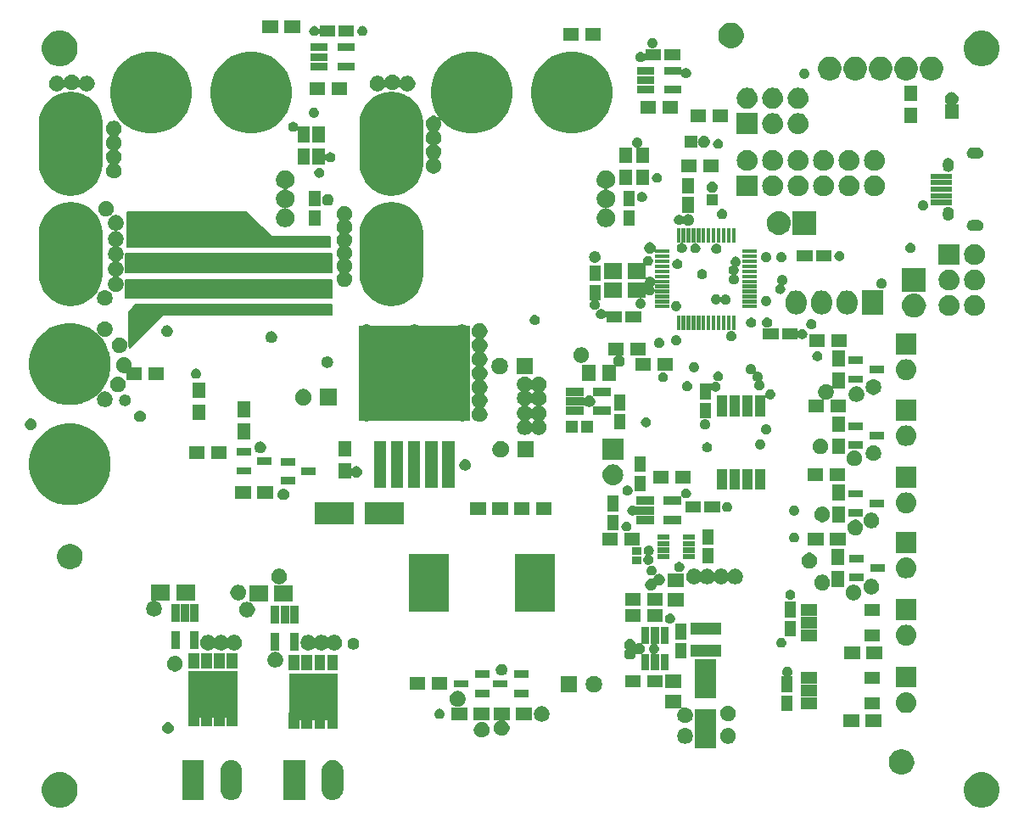
<source format=gts>
%TF.GenerationSoftware,KiCad,Pcbnew,(5.0.0)*%
%TF.CreationDate,2019-06-23T21:00:31+03:00*%
%TF.ProjectId,Telemetry,54656C656D657472792E6B696361645F,0.1*%
%TF.SameCoordinates,Original*%
%TF.FileFunction,Soldermask,Top*%
%TF.FilePolarity,Negative*%
%FSLAX46Y46*%
G04 Gerber Fmt 4.6, Leading zero omitted, Abs format (unit mm)*
G04 Created by KiCad (PCBNEW (5.0.0)) date 06/23/19 21:00:31*
%MOMM*%
%LPD*%
G01*
G04 APERTURE LIST*
%ADD10C,0.150000*%
%ADD11C,0.100000*%
G04 APERTURE END LIST*
D10*
G36*
X71000000Y-71900000D02*
X74300000Y-68600000D01*
X91000000Y-68600000D01*
X91100000Y-68600000D01*
X91100000Y-67600000D01*
X71600000Y-67600000D01*
X70900000Y-68300000D01*
X70900000Y-71700000D01*
X71000000Y-71900000D01*
G37*
X71000000Y-71900000D02*
X74300000Y-68600000D01*
X91000000Y-68600000D01*
X91100000Y-68600000D01*
X91100000Y-67600000D01*
X71600000Y-67600000D01*
X70900000Y-68300000D01*
X70900000Y-71700000D01*
X71000000Y-71900000D01*
G36*
X70600000Y-65100000D02*
X91100000Y-65100000D01*
X91100000Y-66900000D01*
X70600000Y-66900000D01*
X70600000Y-65100000D01*
G37*
X70600000Y-65100000D02*
X91100000Y-65100000D01*
X91100000Y-66900000D01*
X70600000Y-66900000D01*
X70600000Y-65100000D01*
G36*
X70600000Y-62500000D02*
X91100000Y-62500000D01*
X91100000Y-64300000D01*
X70600000Y-64300000D01*
X70600000Y-62500000D01*
G37*
X70600000Y-62500000D02*
X91100000Y-62500000D01*
X91100000Y-64300000D01*
X70600000Y-64300000D01*
X70600000Y-62500000D01*
G36*
X70700000Y-58300000D02*
X81500000Y-58300000D01*
X82600000Y-58300000D01*
X85100000Y-60800000D01*
X91000000Y-60800000D01*
X91000000Y-61800000D01*
X84500000Y-61800000D01*
X70700000Y-61800000D01*
X70700000Y-58300000D01*
G37*
X70700000Y-58300000D02*
X81500000Y-58300000D01*
X82600000Y-58300000D01*
X85100000Y-60800000D01*
X91000000Y-60800000D01*
X91000000Y-61800000D01*
X84500000Y-61800000D01*
X70700000Y-61800000D01*
X70700000Y-58300000D01*
D11*
G36*
X156519207Y-114288404D02*
X156519209Y-114288405D01*
X156519210Y-114288405D01*
X156843147Y-114422584D01*
X157134685Y-114617384D01*
X157382616Y-114865315D01*
X157577416Y-115156853D01*
X157577416Y-115156854D01*
X157711596Y-115480793D01*
X157780000Y-115824685D01*
X157780000Y-116175315D01*
X157711596Y-116519207D01*
X157711595Y-116519210D01*
X157577416Y-116843147D01*
X157382616Y-117134685D01*
X157134685Y-117382616D01*
X156843147Y-117577416D01*
X156519210Y-117711595D01*
X156519209Y-117711595D01*
X156519207Y-117711596D01*
X156175315Y-117780000D01*
X155824685Y-117780000D01*
X155480793Y-117711596D01*
X155480791Y-117711595D01*
X155480790Y-117711595D01*
X155156853Y-117577416D01*
X154865315Y-117382616D01*
X154617384Y-117134685D01*
X154422584Y-116843147D01*
X154288405Y-116519210D01*
X154288404Y-116519207D01*
X154220000Y-116175315D01*
X154220000Y-115824685D01*
X154288404Y-115480793D01*
X154422584Y-115156854D01*
X154422584Y-115156853D01*
X154617384Y-114865315D01*
X154865315Y-114617384D01*
X155156853Y-114422584D01*
X155480790Y-114288405D01*
X155480791Y-114288405D01*
X155480793Y-114288404D01*
X155824685Y-114220000D01*
X156175315Y-114220000D01*
X156519207Y-114288404D01*
X156519207Y-114288404D01*
G37*
G36*
X64519207Y-114288404D02*
X64519209Y-114288405D01*
X64519210Y-114288405D01*
X64843147Y-114422584D01*
X65134685Y-114617384D01*
X65382616Y-114865315D01*
X65577416Y-115156853D01*
X65577416Y-115156854D01*
X65711596Y-115480793D01*
X65780000Y-115824685D01*
X65780000Y-116175315D01*
X65711596Y-116519207D01*
X65711595Y-116519210D01*
X65577416Y-116843147D01*
X65382616Y-117134685D01*
X65134685Y-117382616D01*
X64843147Y-117577416D01*
X64519210Y-117711595D01*
X64519209Y-117711595D01*
X64519207Y-117711596D01*
X64175315Y-117780000D01*
X63824685Y-117780000D01*
X63480793Y-117711596D01*
X63480791Y-117711595D01*
X63480790Y-117711595D01*
X63156853Y-117577416D01*
X62865315Y-117382616D01*
X62617384Y-117134685D01*
X62422584Y-116843147D01*
X62288405Y-116519210D01*
X62288404Y-116519207D01*
X62220000Y-116175315D01*
X62220000Y-115824685D01*
X62288404Y-115480793D01*
X62422584Y-115156854D01*
X62422584Y-115156853D01*
X62617384Y-114865315D01*
X62865315Y-114617384D01*
X63156853Y-114422584D01*
X63480790Y-114288405D01*
X63480791Y-114288405D01*
X63480793Y-114288404D01*
X63824685Y-114220000D01*
X64175315Y-114220000D01*
X64519207Y-114288404D01*
X64519207Y-114288404D01*
G37*
G36*
X81321716Y-113035627D02*
X81407053Y-113061514D01*
X81525294Y-113097381D01*
X81565246Y-113118736D01*
X81712919Y-113197668D01*
X81877370Y-113332630D01*
X82012332Y-113497081D01*
X82051547Y-113570448D01*
X82112619Y-113684705D01*
X82148069Y-113801571D01*
X82174373Y-113888283D01*
X82190000Y-114046949D01*
X82190000Y-115953051D01*
X82174373Y-116111717D01*
X82148486Y-116197054D01*
X82112619Y-116315295D01*
X82112617Y-116315298D01*
X82012332Y-116502919D01*
X81877370Y-116667370D01*
X81712919Y-116802332D01*
X81565247Y-116881264D01*
X81525295Y-116902619D01*
X81407054Y-116938486D01*
X81321717Y-116964373D01*
X81110000Y-116985225D01*
X80898284Y-116964373D01*
X80812947Y-116938486D01*
X80694706Y-116902619D01*
X80654754Y-116881264D01*
X80507082Y-116802332D01*
X80342631Y-116667370D01*
X80207669Y-116502919D01*
X80107384Y-116315298D01*
X80107382Y-116315295D01*
X80071515Y-116197054D01*
X80045628Y-116111717D01*
X80030000Y-115953051D01*
X80030000Y-114046950D01*
X80045627Y-113888284D01*
X80071931Y-113801571D01*
X80107381Y-113684706D01*
X80128736Y-113644754D01*
X80207668Y-113497081D01*
X80342630Y-113332630D01*
X80507081Y-113197668D01*
X80654753Y-113118736D01*
X80694705Y-113097381D01*
X80812946Y-113061514D01*
X80898283Y-113035627D01*
X81110000Y-113014775D01*
X81321716Y-113035627D01*
X81321716Y-113035627D01*
G37*
G36*
X91421716Y-113035627D02*
X91507053Y-113061514D01*
X91625294Y-113097381D01*
X91665246Y-113118736D01*
X91812919Y-113197668D01*
X91977370Y-113332630D01*
X92112332Y-113497081D01*
X92151547Y-113570448D01*
X92212619Y-113684705D01*
X92248069Y-113801571D01*
X92274373Y-113888283D01*
X92290000Y-114046949D01*
X92290000Y-115953051D01*
X92274373Y-116111717D01*
X92248486Y-116197054D01*
X92212619Y-116315295D01*
X92212617Y-116315298D01*
X92112332Y-116502919D01*
X91977370Y-116667370D01*
X91812919Y-116802332D01*
X91665247Y-116881264D01*
X91625295Y-116902619D01*
X91507054Y-116938486D01*
X91421717Y-116964373D01*
X91210000Y-116985225D01*
X90998284Y-116964373D01*
X90912947Y-116938486D01*
X90794706Y-116902619D01*
X90754754Y-116881264D01*
X90607082Y-116802332D01*
X90442631Y-116667370D01*
X90307669Y-116502919D01*
X90207384Y-116315298D01*
X90207382Y-116315295D01*
X90171515Y-116197054D01*
X90145628Y-116111717D01*
X90130000Y-115953051D01*
X90130000Y-114046950D01*
X90145627Y-113888284D01*
X90171931Y-113801571D01*
X90207381Y-113684706D01*
X90228736Y-113644754D01*
X90307668Y-113497081D01*
X90442630Y-113332630D01*
X90607081Y-113197668D01*
X90754753Y-113118736D01*
X90794705Y-113097381D01*
X90912946Y-113061514D01*
X90998283Y-113035627D01*
X91210000Y-113014775D01*
X91421716Y-113035627D01*
X91421716Y-113035627D01*
G37*
G36*
X78380000Y-116980000D02*
X76220000Y-116980000D01*
X76220000Y-113020000D01*
X78380000Y-113020000D01*
X78380000Y-116980000D01*
X78380000Y-116980000D01*
G37*
G36*
X88480000Y-116980000D02*
X86320000Y-116980000D01*
X86320000Y-113020000D01*
X88480000Y-113020000D01*
X88480000Y-116980000D01*
X88480000Y-116980000D01*
G37*
G36*
X148370445Y-111978805D02*
X148370447Y-111978806D01*
X148370448Y-111978806D01*
X148601571Y-112074540D01*
X148809579Y-112213527D01*
X148986473Y-112390421D01*
X149125460Y-112598429D01*
X149221194Y-112829552D01*
X149221195Y-112829555D01*
X149262185Y-113035627D01*
X149270000Y-113074918D01*
X149270000Y-113325082D01*
X149221194Y-113570448D01*
X149125460Y-113801571D01*
X148986473Y-114009579D01*
X148809579Y-114186473D01*
X148601571Y-114325460D01*
X148370448Y-114421194D01*
X148370447Y-114421194D01*
X148370445Y-114421195D01*
X148125084Y-114470000D01*
X147874916Y-114470000D01*
X147629555Y-114421195D01*
X147629553Y-114421194D01*
X147629552Y-114421194D01*
X147398429Y-114325460D01*
X147190421Y-114186473D01*
X147013527Y-114009579D01*
X146874540Y-113801571D01*
X146778806Y-113570448D01*
X146730000Y-113325082D01*
X146730000Y-113074918D01*
X146737815Y-113035627D01*
X146778805Y-112829555D01*
X146778806Y-112829552D01*
X146874540Y-112598429D01*
X147013527Y-112390421D01*
X147190421Y-112213527D01*
X147398429Y-112074540D01*
X147629552Y-111978806D01*
X147629553Y-111978806D01*
X147629555Y-111978805D01*
X147874916Y-111930000D01*
X148125084Y-111930000D01*
X148370445Y-111978805D01*
X148370445Y-111978805D01*
G37*
G36*
X129530000Y-111830000D02*
X127370000Y-111830000D01*
X127370000Y-107970000D01*
X129530000Y-107970000D01*
X129530000Y-111830000D01*
X129530000Y-111830000D01*
G37*
G36*
X126627518Y-109849975D02*
X126692330Y-109876821D01*
X126769469Y-109908773D01*
X126897222Y-109994135D01*
X127005865Y-110102778D01*
X127050601Y-110169730D01*
X127091227Y-110230531D01*
X127150025Y-110372482D01*
X127180000Y-110523177D01*
X127180000Y-110676823D01*
X127150025Y-110827518D01*
X127150024Y-110827520D01*
X127091227Y-110969469D01*
X127005865Y-111097222D01*
X126897222Y-111205865D01*
X126769469Y-111291227D01*
X126627518Y-111350025D01*
X126476823Y-111380000D01*
X126323177Y-111380000D01*
X126172482Y-111350025D01*
X126030531Y-111291227D01*
X125902778Y-111205865D01*
X125794135Y-111097222D01*
X125708773Y-110969469D01*
X125649976Y-110827520D01*
X125649975Y-110827518D01*
X125620000Y-110676823D01*
X125620000Y-110523177D01*
X125649975Y-110372482D01*
X125708773Y-110230531D01*
X125749399Y-110169730D01*
X125794135Y-110102778D01*
X125902778Y-109994135D01*
X126030531Y-109908773D01*
X126107670Y-109876821D01*
X126172482Y-109849975D01*
X126323177Y-109820000D01*
X126476823Y-109820000D01*
X126627518Y-109849975D01*
X126627518Y-109849975D01*
G37*
G36*
X130927518Y-109849975D02*
X130992330Y-109876821D01*
X131069469Y-109908773D01*
X131197222Y-109994135D01*
X131305865Y-110102778D01*
X131350601Y-110169730D01*
X131391227Y-110230531D01*
X131450025Y-110372482D01*
X131480000Y-110523177D01*
X131480000Y-110676823D01*
X131450025Y-110827518D01*
X131450024Y-110827520D01*
X131391227Y-110969469D01*
X131305865Y-111097222D01*
X131197222Y-111205865D01*
X131069469Y-111291227D01*
X130927518Y-111350025D01*
X130776823Y-111380000D01*
X130623177Y-111380000D01*
X130472482Y-111350025D01*
X130330531Y-111291227D01*
X130202778Y-111205865D01*
X130094135Y-111097222D01*
X130008773Y-110969469D01*
X129949976Y-110827520D01*
X129949975Y-110827518D01*
X129920000Y-110676823D01*
X129920000Y-110523177D01*
X129949975Y-110372482D01*
X130008773Y-110230531D01*
X130049399Y-110169730D01*
X130094135Y-110102778D01*
X130202778Y-109994135D01*
X130330531Y-109908773D01*
X130407670Y-109876821D01*
X130472482Y-109849975D01*
X130623177Y-109820000D01*
X130776823Y-109820000D01*
X130927518Y-109849975D01*
X130927518Y-109849975D01*
G37*
G36*
X106327518Y-109249975D02*
X106448347Y-109300024D01*
X106469469Y-109308773D01*
X106597222Y-109394135D01*
X106705865Y-109502778D01*
X106720892Y-109525268D01*
X106791227Y-109630531D01*
X106850025Y-109772482D01*
X106880000Y-109923177D01*
X106880000Y-110076823D01*
X106850025Y-110227518D01*
X106814207Y-110313991D01*
X106791227Y-110369469D01*
X106705865Y-110497222D01*
X106597222Y-110605865D01*
X106491029Y-110676821D01*
X106469469Y-110691227D01*
X106327518Y-110750025D01*
X106176823Y-110780000D01*
X106023177Y-110780000D01*
X105872482Y-110750025D01*
X105730531Y-110691227D01*
X105708971Y-110676821D01*
X105602778Y-110605865D01*
X105494135Y-110497222D01*
X105408773Y-110369469D01*
X105385793Y-110313991D01*
X105349975Y-110227518D01*
X105320000Y-110076823D01*
X105320000Y-109923177D01*
X105349975Y-109772482D01*
X105408773Y-109630531D01*
X105479108Y-109525268D01*
X105494135Y-109502778D01*
X105602778Y-109394135D01*
X105730531Y-109308773D01*
X105751653Y-109300024D01*
X105872482Y-109249975D01*
X106023177Y-109220000D01*
X106176823Y-109220000D01*
X106327518Y-109249975D01*
X106327518Y-109249975D01*
G37*
G36*
X108880000Y-109030000D02*
X108430113Y-109030000D01*
X108424260Y-109030576D01*
X108418632Y-109032284D01*
X108413446Y-109035056D01*
X108408900Y-109038787D01*
X108405169Y-109043333D01*
X108402397Y-109048519D01*
X108400689Y-109054147D01*
X108400113Y-109060000D01*
X108400689Y-109065853D01*
X108402397Y-109071481D01*
X108405169Y-109076667D01*
X108408900Y-109081213D01*
X108413446Y-109084944D01*
X108418629Y-109087714D01*
X108448347Y-109100024D01*
X108469469Y-109108773D01*
X108597222Y-109194135D01*
X108705865Y-109302778D01*
X108766908Y-109394135D01*
X108791227Y-109430531D01*
X108850025Y-109572482D01*
X108880000Y-109723177D01*
X108880000Y-109876823D01*
X108850025Y-110027518D01*
X108850024Y-110027520D01*
X108791227Y-110169469D01*
X108705865Y-110297222D01*
X108597222Y-110405865D01*
X108469469Y-110491227D01*
X108327518Y-110550025D01*
X108176823Y-110580000D01*
X108023177Y-110580000D01*
X107872482Y-110550025D01*
X107730531Y-110491227D01*
X107602778Y-110405865D01*
X107494135Y-110297222D01*
X107408773Y-110169469D01*
X107349976Y-110027520D01*
X107349975Y-110027518D01*
X107320000Y-109876823D01*
X107320000Y-109723177D01*
X107349975Y-109572482D01*
X107408773Y-109430531D01*
X107433092Y-109394135D01*
X107494135Y-109302778D01*
X107602778Y-109194135D01*
X107730531Y-109108773D01*
X107751653Y-109100024D01*
X107781371Y-109087714D01*
X107786554Y-109084944D01*
X107791100Y-109081213D01*
X107794831Y-109076667D01*
X107797603Y-109071480D01*
X107799311Y-109065853D01*
X107799887Y-109060000D01*
X107799311Y-109054147D01*
X107797603Y-109048519D01*
X107794831Y-109043333D01*
X107791100Y-109038787D01*
X107786554Y-109035056D01*
X107781367Y-109032284D01*
X107775740Y-109030576D01*
X107769887Y-109030000D01*
X107320000Y-109030000D01*
X107320000Y-107770000D01*
X108880000Y-107770000D01*
X108880000Y-109030000D01*
X108880000Y-109030000D01*
G37*
G36*
X74969180Y-109242289D02*
X74969185Y-109242291D01*
X75074732Y-109286009D01*
X75169730Y-109349485D01*
X75250515Y-109430270D01*
X75313991Y-109525268D01*
X75357591Y-109630531D01*
X75357711Y-109630820D01*
X75380000Y-109742875D01*
X75380000Y-109857125D01*
X75357711Y-109969180D01*
X75357709Y-109969185D01*
X75313991Y-110074732D01*
X75250515Y-110169730D01*
X75169730Y-110250515D01*
X75074732Y-110313991D01*
X74969185Y-110357709D01*
X74969180Y-110357711D01*
X74857125Y-110380000D01*
X74742875Y-110380000D01*
X74630820Y-110357711D01*
X74630815Y-110357709D01*
X74525268Y-110313991D01*
X74430270Y-110250515D01*
X74349485Y-110169730D01*
X74286009Y-110074732D01*
X74242291Y-109969185D01*
X74242289Y-109969180D01*
X74220000Y-109857125D01*
X74220000Y-109742875D01*
X74242289Y-109630820D01*
X74242409Y-109630531D01*
X74286009Y-109525268D01*
X74349485Y-109430270D01*
X74430270Y-109349485D01*
X74525268Y-109286009D01*
X74630815Y-109242291D01*
X74630820Y-109242289D01*
X74742875Y-109220000D01*
X74857125Y-109220000D01*
X74969180Y-109242289D01*
X74969180Y-109242289D01*
G37*
G36*
X91730000Y-108290000D02*
X91730576Y-108295853D01*
X91732284Y-108301481D01*
X91735056Y-108306667D01*
X91738787Y-108311213D01*
X91740000Y-108312209D01*
X91740000Y-109880000D01*
X90680000Y-109880000D01*
X90680000Y-109055000D01*
X90679424Y-109049147D01*
X90677716Y-109043519D01*
X90674944Y-109038333D01*
X90671213Y-109033787D01*
X90666667Y-109030056D01*
X90661481Y-109027284D01*
X90655853Y-109025576D01*
X90650000Y-109025000D01*
X90500000Y-109025000D01*
X90494147Y-109025576D01*
X90488519Y-109027284D01*
X90483333Y-109030056D01*
X90478787Y-109033787D01*
X90475056Y-109038333D01*
X90472284Y-109043519D01*
X90470576Y-109049147D01*
X90470000Y-109055000D01*
X90470000Y-109880000D01*
X89410000Y-109880000D01*
X89410000Y-109055000D01*
X89409424Y-109049147D01*
X89407716Y-109043519D01*
X89404944Y-109038333D01*
X89401213Y-109033787D01*
X89396667Y-109030056D01*
X89391481Y-109027284D01*
X89385853Y-109025576D01*
X89380000Y-109025000D01*
X89220000Y-109025000D01*
X89214147Y-109025576D01*
X89208519Y-109027284D01*
X89203333Y-109030056D01*
X89198787Y-109033787D01*
X89195056Y-109038333D01*
X89192284Y-109043519D01*
X89190576Y-109049147D01*
X89190000Y-109055000D01*
X89190000Y-109880000D01*
X88130000Y-109880000D01*
X88130000Y-109055000D01*
X88129424Y-109049147D01*
X88127716Y-109043519D01*
X88124944Y-109038333D01*
X88121213Y-109033787D01*
X88116667Y-109030056D01*
X88111481Y-109027284D01*
X88105853Y-109025576D01*
X88100000Y-109025000D01*
X87950000Y-109025000D01*
X87944147Y-109025576D01*
X87938519Y-109027284D01*
X87933333Y-109030056D01*
X87928787Y-109033787D01*
X87925056Y-109038333D01*
X87922284Y-109043519D01*
X87920576Y-109049147D01*
X87920000Y-109055000D01*
X87920000Y-109880000D01*
X86860000Y-109880000D01*
X86860000Y-108312209D01*
X86861213Y-108311213D01*
X86864944Y-108306667D01*
X86867716Y-108301481D01*
X86869424Y-108295853D01*
X86870000Y-108290000D01*
X86870000Y-104375000D01*
X91730000Y-104375000D01*
X91730000Y-108290000D01*
X91730000Y-108290000D01*
G37*
G36*
X143780000Y-109730000D02*
X142220000Y-109730000D01*
X142220000Y-108470000D01*
X143780000Y-108470000D01*
X143780000Y-109730000D01*
X143780000Y-109730000D01*
G37*
G36*
X145980000Y-109730000D02*
X144420000Y-109730000D01*
X144420000Y-108470000D01*
X145980000Y-108470000D01*
X145980000Y-109730000D01*
X145980000Y-109730000D01*
G37*
G36*
X81730000Y-108090000D02*
X81730576Y-108095853D01*
X81732284Y-108101481D01*
X81735056Y-108106667D01*
X81738787Y-108111213D01*
X81740000Y-108112209D01*
X81740000Y-109680000D01*
X80680000Y-109680000D01*
X80680000Y-108855000D01*
X80679424Y-108849147D01*
X80677716Y-108843519D01*
X80674944Y-108838333D01*
X80671213Y-108833787D01*
X80666667Y-108830056D01*
X80661481Y-108827284D01*
X80655853Y-108825576D01*
X80650000Y-108825000D01*
X80500000Y-108825000D01*
X80494147Y-108825576D01*
X80488519Y-108827284D01*
X80483333Y-108830056D01*
X80478787Y-108833787D01*
X80475056Y-108838333D01*
X80472284Y-108843519D01*
X80470576Y-108849147D01*
X80470000Y-108855000D01*
X80470000Y-109680000D01*
X79410000Y-109680000D01*
X79410000Y-108855000D01*
X79409424Y-108849147D01*
X79407716Y-108843519D01*
X79404944Y-108838333D01*
X79401213Y-108833787D01*
X79396667Y-108830056D01*
X79391481Y-108827284D01*
X79385853Y-108825576D01*
X79380000Y-108825000D01*
X79220000Y-108825000D01*
X79214147Y-108825576D01*
X79208519Y-108827284D01*
X79203333Y-108830056D01*
X79198787Y-108833787D01*
X79195056Y-108838333D01*
X79192284Y-108843519D01*
X79190576Y-108849147D01*
X79190000Y-108855000D01*
X79190000Y-109680000D01*
X78130000Y-109680000D01*
X78130000Y-108855000D01*
X78129424Y-108849147D01*
X78127716Y-108843519D01*
X78124944Y-108838333D01*
X78121213Y-108833787D01*
X78116667Y-108830056D01*
X78111481Y-108827284D01*
X78105853Y-108825576D01*
X78100000Y-108825000D01*
X77950000Y-108825000D01*
X77944147Y-108825576D01*
X77938519Y-108827284D01*
X77933333Y-108830056D01*
X77928787Y-108833787D01*
X77925056Y-108838333D01*
X77922284Y-108843519D01*
X77920576Y-108849147D01*
X77920000Y-108855000D01*
X77920000Y-109680000D01*
X76860000Y-109680000D01*
X76860000Y-108112209D01*
X76861213Y-108111213D01*
X76864944Y-108106667D01*
X76867716Y-108101481D01*
X76869424Y-108095853D01*
X76870000Y-108090000D01*
X76870000Y-104175000D01*
X81730000Y-104175000D01*
X81730000Y-108090000D01*
X81730000Y-108090000D01*
G37*
G36*
X126005000Y-107824451D02*
X126005576Y-107830304D01*
X126007284Y-107835932D01*
X126010056Y-107841118D01*
X126013787Y-107845664D01*
X126018333Y-107849395D01*
X126023519Y-107852167D01*
X126029147Y-107853875D01*
X126035000Y-107854451D01*
X126040853Y-107853875D01*
X126046475Y-107852169D01*
X126172482Y-107799975D01*
X126323177Y-107770000D01*
X126476823Y-107770000D01*
X126627518Y-107799975D01*
X126737821Y-107845664D01*
X126769469Y-107858773D01*
X126897222Y-107944135D01*
X127005865Y-108052778D01*
X127050781Y-108120000D01*
X127091227Y-108180531D01*
X127150025Y-108322482D01*
X127180000Y-108473177D01*
X127180000Y-108626823D01*
X127150025Y-108777518D01*
X127121153Y-108847221D01*
X127091227Y-108919469D01*
X127005865Y-109047222D01*
X126897222Y-109155865D01*
X126801237Y-109220000D01*
X126769469Y-109241227D01*
X126627518Y-109300025D01*
X126476823Y-109330000D01*
X126323177Y-109330000D01*
X126172482Y-109300025D01*
X126030531Y-109241227D01*
X125998763Y-109220000D01*
X125902778Y-109155865D01*
X125794135Y-109047222D01*
X125708773Y-108919469D01*
X125678847Y-108847221D01*
X125649975Y-108777518D01*
X125620000Y-108626823D01*
X125620000Y-108473177D01*
X125649975Y-108322482D01*
X125708773Y-108180531D01*
X125749219Y-108120000D01*
X125794135Y-108052778D01*
X125902778Y-107944135D01*
X125991364Y-107884944D01*
X125995910Y-107881213D01*
X125999641Y-107876667D01*
X126002413Y-107871481D01*
X126004121Y-107865853D01*
X126004697Y-107860000D01*
X126004121Y-107854147D01*
X126002413Y-107848520D01*
X125999641Y-107843333D01*
X125995910Y-107838787D01*
X125991364Y-107835056D01*
X125986178Y-107832284D01*
X125980550Y-107830576D01*
X125974697Y-107830000D01*
X124395000Y-107830000D01*
X124395000Y-106470000D01*
X126005000Y-106470000D01*
X126005000Y-107824451D01*
X126005000Y-107824451D01*
G37*
G36*
X112327518Y-107649975D02*
X112348758Y-107658773D01*
X112469469Y-107708773D01*
X112597222Y-107794135D01*
X112705865Y-107902778D01*
X112750781Y-107970000D01*
X112791227Y-108030531D01*
X112850025Y-108172482D01*
X112880000Y-108323177D01*
X112880000Y-108476823D01*
X112850025Y-108627518D01*
X112850024Y-108627520D01*
X112791227Y-108769469D01*
X112705865Y-108897222D01*
X112597222Y-109005865D01*
X112484456Y-109081213D01*
X112469469Y-109091227D01*
X112327518Y-109150025D01*
X112176823Y-109180000D01*
X112023177Y-109180000D01*
X111872482Y-109150025D01*
X111730531Y-109091227D01*
X111715544Y-109081213D01*
X111602778Y-109005865D01*
X111494135Y-108897222D01*
X111408773Y-108769469D01*
X111349976Y-108627520D01*
X111349975Y-108627518D01*
X111320000Y-108476823D01*
X111320000Y-108323177D01*
X111349975Y-108172482D01*
X111408773Y-108030531D01*
X111449219Y-107970000D01*
X111494135Y-107902778D01*
X111602778Y-107794135D01*
X111730531Y-107708773D01*
X111851242Y-107658773D01*
X111872482Y-107649975D01*
X112023177Y-107620000D01*
X112176823Y-107620000D01*
X112327518Y-107649975D01*
X112327518Y-107649975D01*
G37*
G36*
X130927518Y-107599975D02*
X131048229Y-107649975D01*
X131069469Y-107658773D01*
X131197222Y-107744135D01*
X131305865Y-107852778D01*
X131384190Y-107970000D01*
X131391227Y-107980531D01*
X131450025Y-108122482D01*
X131480000Y-108273177D01*
X131480000Y-108426823D01*
X131450025Y-108577518D01*
X131424472Y-108639208D01*
X131391227Y-108719469D01*
X131305865Y-108847222D01*
X131197222Y-108955865D01*
X131073800Y-109038333D01*
X131069469Y-109041227D01*
X130927518Y-109100025D01*
X130776823Y-109130000D01*
X130623177Y-109130000D01*
X130472482Y-109100025D01*
X130330531Y-109041227D01*
X130326200Y-109038333D01*
X130202778Y-108955865D01*
X130094135Y-108847222D01*
X130008773Y-108719469D01*
X129975528Y-108639208D01*
X129949975Y-108577518D01*
X129920000Y-108426823D01*
X129920000Y-108273177D01*
X129949975Y-108122482D01*
X130008773Y-107980531D01*
X130015810Y-107970000D01*
X130094135Y-107852778D01*
X130202778Y-107744135D01*
X130330531Y-107658773D01*
X130351771Y-107649975D01*
X130472482Y-107599975D01*
X130623177Y-107570000D01*
X130776823Y-107570000D01*
X130927518Y-107599975D01*
X130927518Y-107599975D01*
G37*
G36*
X106880000Y-109030000D02*
X105320000Y-109030000D01*
X105320000Y-107770000D01*
X106880000Y-107770000D01*
X106880000Y-109030000D01*
X106880000Y-109030000D01*
G37*
G36*
X111080000Y-109030000D02*
X109520000Y-109030000D01*
X109520000Y-107770000D01*
X111080000Y-107770000D01*
X111080000Y-109030000D01*
X111080000Y-109030000D01*
G37*
G36*
X104680000Y-109030000D02*
X103120000Y-109030000D01*
X103120000Y-107770000D01*
X104680000Y-107770000D01*
X104680000Y-109030000D01*
X104680000Y-109030000D01*
G37*
G36*
X101974129Y-107899852D02*
X102047306Y-107914407D01*
X102139208Y-107952474D01*
X102221920Y-108007741D01*
X102292259Y-108078080D01*
X102347526Y-108160792D01*
X102385593Y-108252694D01*
X102405000Y-108350263D01*
X102405000Y-108449737D01*
X102385593Y-108547306D01*
X102347526Y-108639208D01*
X102292259Y-108721920D01*
X102221920Y-108792259D01*
X102139208Y-108847526D01*
X102047306Y-108885593D01*
X101974129Y-108900148D01*
X101949738Y-108905000D01*
X101850262Y-108905000D01*
X101825871Y-108900148D01*
X101752694Y-108885593D01*
X101660792Y-108847526D01*
X101578080Y-108792259D01*
X101507741Y-108721920D01*
X101452474Y-108639208D01*
X101414407Y-108547306D01*
X101395000Y-108449737D01*
X101395000Y-108350263D01*
X101414407Y-108252694D01*
X101452474Y-108160792D01*
X101507741Y-108078080D01*
X101578080Y-108007741D01*
X101660792Y-107952474D01*
X101752694Y-107914407D01*
X101825871Y-107899852D01*
X101850262Y-107895000D01*
X101949738Y-107895000D01*
X101974129Y-107899852D01*
X101974129Y-107899852D01*
G37*
G36*
X148651915Y-106274904D02*
X148846071Y-106333800D01*
X149025006Y-106429443D01*
X149181843Y-106558157D01*
X149310557Y-106714994D01*
X149406200Y-106893929D01*
X149465096Y-107088085D01*
X149484983Y-107290000D01*
X149465096Y-107491915D01*
X149406200Y-107686071D01*
X149310557Y-107865006D01*
X149181843Y-108021843D01*
X149025006Y-108150557D01*
X148846071Y-108246200D01*
X148651915Y-108305096D01*
X148500593Y-108320000D01*
X148399407Y-108320000D01*
X148248085Y-108305096D01*
X148053929Y-108246200D01*
X147874994Y-108150557D01*
X147718157Y-108021843D01*
X147589443Y-107865006D01*
X147493800Y-107686071D01*
X147434904Y-107491915D01*
X147415017Y-107290000D01*
X147434904Y-107088085D01*
X147493800Y-106893929D01*
X147589443Y-106714994D01*
X147718157Y-106558157D01*
X147874994Y-106429443D01*
X148053929Y-106333800D01*
X148248085Y-106274904D01*
X148399407Y-106260000D01*
X148500593Y-106260000D01*
X148651915Y-106274904D01*
X148651915Y-106274904D01*
G37*
G36*
X137155000Y-108130000D02*
X136045000Y-108130000D01*
X136045000Y-106570000D01*
X137155000Y-106570000D01*
X137155000Y-108130000D01*
X137155000Y-108130000D01*
G37*
G36*
X145830000Y-107950000D02*
X144270000Y-107950000D01*
X144270000Y-106790000D01*
X145830000Y-106790000D01*
X145830000Y-107950000D01*
X145830000Y-107950000D01*
G37*
G36*
X139530000Y-107950000D02*
X137970000Y-107950000D01*
X137970000Y-106790000D01*
X139530000Y-106790000D01*
X139530000Y-107950000D01*
X139530000Y-107950000D01*
G37*
G36*
X103927518Y-106149975D02*
X103927521Y-106149976D01*
X103927520Y-106149976D01*
X104069469Y-106208773D01*
X104197222Y-106294135D01*
X104305865Y-106402778D01*
X104350781Y-106470000D01*
X104391227Y-106530531D01*
X104450025Y-106672482D01*
X104480000Y-106823177D01*
X104480000Y-106976823D01*
X104450025Y-107127518D01*
X104450024Y-107127520D01*
X104391227Y-107269469D01*
X104305865Y-107397222D01*
X104197222Y-107505865D01*
X104101237Y-107570000D01*
X104069469Y-107591227D01*
X103927518Y-107650025D01*
X103776823Y-107680000D01*
X103623177Y-107680000D01*
X103472482Y-107650025D01*
X103330531Y-107591227D01*
X103298763Y-107570000D01*
X103202778Y-107505865D01*
X103094135Y-107397222D01*
X103008773Y-107269469D01*
X102949976Y-107127520D01*
X102949975Y-107127518D01*
X102920000Y-106976823D01*
X102920000Y-106823177D01*
X102949975Y-106672482D01*
X103008773Y-106530531D01*
X103049219Y-106470000D01*
X103094135Y-106402778D01*
X103202778Y-106294135D01*
X103330531Y-106208773D01*
X103472480Y-106149976D01*
X103472479Y-106149976D01*
X103472482Y-106149975D01*
X103623177Y-106120000D01*
X103776823Y-106120000D01*
X103927518Y-106149975D01*
X103927518Y-106149975D01*
G37*
G36*
X129530000Y-106830000D02*
X127370000Y-106830000D01*
X127370000Y-102970000D01*
X129530000Y-102970000D01*
X129530000Y-106830000D01*
X129530000Y-106830000D01*
G37*
G36*
X106870000Y-106720000D02*
X105430000Y-106720000D01*
X105430000Y-105980000D01*
X106870000Y-105980000D01*
X106870000Y-106720000D01*
X106870000Y-106720000D01*
G37*
G36*
X110770000Y-106720000D02*
X109330000Y-106720000D01*
X109330000Y-105980000D01*
X110770000Y-105980000D01*
X110770000Y-106720000D01*
X110770000Y-106720000D01*
G37*
G36*
X139530000Y-106680000D02*
X137970000Y-106680000D01*
X137970000Y-105520000D01*
X139530000Y-105520000D01*
X139530000Y-106680000D01*
X139530000Y-106680000D01*
G37*
G36*
X117542102Y-104651896D02*
X117542104Y-104651897D01*
X117542105Y-104651897D01*
X117693153Y-104714463D01*
X117829095Y-104805298D01*
X117944702Y-104920905D01*
X118035537Y-105056847D01*
X118098103Y-105207895D01*
X118130000Y-105368254D01*
X118130000Y-105531746D01*
X118098103Y-105692105D01*
X118035537Y-105843153D01*
X117944702Y-105979095D01*
X117829095Y-106094702D01*
X117693153Y-106185537D01*
X117542105Y-106248103D01*
X117542104Y-106248103D01*
X117542102Y-106248104D01*
X117381748Y-106280000D01*
X117218252Y-106280000D01*
X117057898Y-106248104D01*
X117057896Y-106248103D01*
X117057895Y-106248103D01*
X116906847Y-106185537D01*
X116770905Y-106094702D01*
X116655298Y-105979095D01*
X116564463Y-105843153D01*
X116501897Y-105692105D01*
X116470000Y-105531746D01*
X116470000Y-105368254D01*
X116501897Y-105207895D01*
X116564463Y-105056847D01*
X116655298Y-104920905D01*
X116770905Y-104805298D01*
X116906847Y-104714463D01*
X117057895Y-104651897D01*
X117057896Y-104651897D01*
X117057898Y-104651896D01*
X117218252Y-104620000D01*
X117381748Y-104620000D01*
X117542102Y-104651896D01*
X117542102Y-104651896D01*
G37*
G36*
X115630000Y-106280000D02*
X113970000Y-106280000D01*
X113970000Y-104620000D01*
X115630000Y-104620000D01*
X115630000Y-106280000D01*
X115630000Y-106280000D01*
G37*
G36*
X136674129Y-103699852D02*
X136747306Y-103714407D01*
X136839208Y-103752474D01*
X136921920Y-103807741D01*
X136992259Y-103878080D01*
X137047526Y-103960792D01*
X137085593Y-104052694D01*
X137086474Y-104057125D01*
X137104953Y-104150024D01*
X137105000Y-104150263D01*
X137105000Y-104249737D01*
X137085593Y-104347306D01*
X137047526Y-104439208D01*
X136992259Y-104521920D01*
X136921920Y-104592259D01*
X136887802Y-104615056D01*
X136883256Y-104618787D01*
X136879525Y-104623333D01*
X136876753Y-104628520D01*
X136875045Y-104634147D01*
X136874469Y-104640000D01*
X136875045Y-104645853D01*
X136876753Y-104651481D01*
X136879525Y-104656667D01*
X136883256Y-104661213D01*
X136887802Y-104664944D01*
X136892989Y-104667716D01*
X136898616Y-104669424D01*
X136904469Y-104670000D01*
X137155000Y-104670000D01*
X137155000Y-106230000D01*
X136045000Y-106230000D01*
X136045000Y-104670000D01*
X136295531Y-104670000D01*
X136301384Y-104669424D01*
X136307012Y-104667716D01*
X136312198Y-104664944D01*
X136316744Y-104661213D01*
X136320475Y-104656667D01*
X136323247Y-104651481D01*
X136324955Y-104645853D01*
X136325531Y-104640000D01*
X136324955Y-104634147D01*
X136323247Y-104628519D01*
X136320475Y-104623333D01*
X136316744Y-104618787D01*
X136312198Y-104615056D01*
X136278080Y-104592259D01*
X136207741Y-104521920D01*
X136152474Y-104439208D01*
X136114407Y-104347306D01*
X136095000Y-104249737D01*
X136095000Y-104150263D01*
X136095048Y-104150024D01*
X136113526Y-104057125D01*
X136114407Y-104052694D01*
X136152474Y-103960792D01*
X136207741Y-103878080D01*
X136278080Y-103807741D01*
X136360792Y-103752474D01*
X136452694Y-103714407D01*
X136525871Y-103699852D01*
X136550262Y-103695000D01*
X136649738Y-103695000D01*
X136674129Y-103699852D01*
X136674129Y-103699852D01*
G37*
G36*
X102680000Y-106030000D02*
X101120000Y-106030000D01*
X101120000Y-104770000D01*
X102680000Y-104770000D01*
X102680000Y-106030000D01*
X102680000Y-106030000D01*
G37*
G36*
X100480000Y-106030000D02*
X98920000Y-106030000D01*
X98920000Y-104770000D01*
X100480000Y-104770000D01*
X100480000Y-106030000D01*
X100480000Y-106030000D01*
G37*
G36*
X126005000Y-105830000D02*
X124395000Y-105830000D01*
X124395000Y-104470000D01*
X126005000Y-104470000D01*
X126005000Y-105830000D01*
X126005000Y-105830000D01*
G37*
G36*
X149480000Y-105780000D02*
X147420000Y-105780000D01*
X147420000Y-103720000D01*
X149480000Y-103720000D01*
X149480000Y-105780000D01*
X149480000Y-105780000D01*
G37*
G36*
X121980000Y-105780000D02*
X120420000Y-105780000D01*
X120420000Y-104520000D01*
X121980000Y-104520000D01*
X121980000Y-105780000D01*
X121980000Y-105780000D01*
G37*
G36*
X124180000Y-105780000D02*
X122620000Y-105780000D01*
X122620000Y-104520000D01*
X124180000Y-104520000D01*
X124180000Y-105780000D01*
X124180000Y-105780000D01*
G37*
G36*
X104770000Y-105770000D02*
X103330000Y-105770000D01*
X103330000Y-105030000D01*
X104770000Y-105030000D01*
X104770000Y-105770000D01*
X104770000Y-105770000D01*
G37*
G36*
X108670000Y-105770000D02*
X107230000Y-105770000D01*
X107230000Y-105030000D01*
X108670000Y-105030000D01*
X108670000Y-105770000D01*
X108670000Y-105770000D01*
G37*
G36*
X145830000Y-105410000D02*
X144270000Y-105410000D01*
X144270000Y-104250000D01*
X145830000Y-104250000D01*
X145830000Y-105410000D01*
X145830000Y-105410000D01*
G37*
G36*
X139530000Y-105410000D02*
X137970000Y-105410000D01*
X137970000Y-104250000D01*
X139530000Y-104250000D01*
X139530000Y-105410000D01*
X139530000Y-105410000D01*
G37*
G36*
X110770000Y-104820000D02*
X109330000Y-104820000D01*
X109330000Y-104080000D01*
X110770000Y-104080000D01*
X110770000Y-104820000D01*
X110770000Y-104820000D01*
G37*
G36*
X106870000Y-104820000D02*
X105430000Y-104820000D01*
X105430000Y-104080000D01*
X106870000Y-104080000D01*
X106870000Y-104820000D01*
X106870000Y-104820000D01*
G37*
G36*
X108269180Y-103442289D02*
X108269185Y-103442291D01*
X108374732Y-103486009D01*
X108469730Y-103549485D01*
X108550515Y-103630270D01*
X108613991Y-103725268D01*
X108657709Y-103830815D01*
X108657711Y-103830820D01*
X108680000Y-103942875D01*
X108680000Y-104057125D01*
X108657711Y-104169180D01*
X108657709Y-104169185D01*
X108613991Y-104274732D01*
X108550515Y-104369730D01*
X108469730Y-104450515D01*
X108374732Y-104513991D01*
X108269185Y-104557709D01*
X108269180Y-104557711D01*
X108157125Y-104580000D01*
X108042875Y-104580000D01*
X107930820Y-104557711D01*
X107930815Y-104557709D01*
X107825268Y-104513991D01*
X107730270Y-104450515D01*
X107649485Y-104369730D01*
X107586009Y-104274732D01*
X107542291Y-104169185D01*
X107542289Y-104169180D01*
X107520000Y-104057125D01*
X107520000Y-103942875D01*
X107542289Y-103830820D01*
X107542291Y-103830815D01*
X107586009Y-103725268D01*
X107649485Y-103630270D01*
X107730270Y-103549485D01*
X107825268Y-103486009D01*
X107930815Y-103442291D01*
X107930820Y-103442289D01*
X108042875Y-103420000D01*
X108157125Y-103420000D01*
X108269180Y-103442289D01*
X108269180Y-103442289D01*
G37*
G36*
X75727518Y-102649975D02*
X75787289Y-102674733D01*
X75869469Y-102708773D01*
X75997222Y-102794135D01*
X76105865Y-102902778D01*
X76142570Y-102957711D01*
X76191227Y-103030531D01*
X76250025Y-103172482D01*
X76280000Y-103323177D01*
X76280000Y-103476823D01*
X76250025Y-103627518D01*
X76250024Y-103627520D01*
X76191227Y-103769469D01*
X76105865Y-103897222D01*
X75997222Y-104005865D01*
X75927133Y-104052697D01*
X75869469Y-104091227D01*
X75727518Y-104150025D01*
X75576823Y-104180000D01*
X75423177Y-104180000D01*
X75272482Y-104150025D01*
X75130531Y-104091227D01*
X75072867Y-104052697D01*
X75002778Y-104005865D01*
X74894135Y-103897222D01*
X74808773Y-103769469D01*
X74749976Y-103627520D01*
X74749975Y-103627518D01*
X74720000Y-103476823D01*
X74720000Y-103323177D01*
X74749975Y-103172482D01*
X74808773Y-103030531D01*
X74857430Y-102957711D01*
X74894135Y-102902778D01*
X75002778Y-102794135D01*
X75130531Y-102708773D01*
X75212711Y-102674733D01*
X75272482Y-102649975D01*
X75423177Y-102620000D01*
X75576823Y-102620000D01*
X75727518Y-102649975D01*
X75727518Y-102649975D01*
G37*
G36*
X122835000Y-101390000D02*
X122179601Y-101390000D01*
X122173748Y-101390576D01*
X122168120Y-101392284D01*
X122162934Y-101395056D01*
X122158388Y-101398787D01*
X122154657Y-101403333D01*
X122151885Y-101408519D01*
X122150177Y-101414147D01*
X122149601Y-101420000D01*
X122150177Y-101425853D01*
X122151885Y-101431481D01*
X122154657Y-101436667D01*
X122158388Y-101441213D01*
X122162934Y-101444944D01*
X122169730Y-101449485D01*
X122250515Y-101530270D01*
X122313991Y-101625268D01*
X122357709Y-101730815D01*
X122357711Y-101730820D01*
X122380000Y-101842875D01*
X122380000Y-101957125D01*
X122357711Y-102069180D01*
X122357709Y-102069185D01*
X122313991Y-102174732D01*
X122250515Y-102269730D01*
X122169730Y-102350515D01*
X122162934Y-102355056D01*
X122158388Y-102358787D01*
X122154657Y-102363333D01*
X122151885Y-102368520D01*
X122150177Y-102374147D01*
X122149601Y-102380000D01*
X122150177Y-102385853D01*
X122151885Y-102391481D01*
X122154657Y-102396667D01*
X122158388Y-102401213D01*
X122162934Y-102404944D01*
X122168121Y-102407716D01*
X122173748Y-102409424D01*
X122179601Y-102410000D01*
X122835000Y-102410000D01*
X122835000Y-104090000D01*
X122065000Y-104090000D01*
X122065000Y-102462919D01*
X122064424Y-102457066D01*
X122062716Y-102451438D01*
X122059944Y-102446252D01*
X122056213Y-102441706D01*
X122051667Y-102437975D01*
X122046481Y-102435203D01*
X122040853Y-102433495D01*
X122035000Y-102432919D01*
X122029147Y-102433495D01*
X122023519Y-102435203D01*
X121969183Y-102457710D01*
X121969182Y-102457710D01*
X121969180Y-102457711D01*
X121857125Y-102480000D01*
X121742875Y-102480000D01*
X121630820Y-102457711D01*
X121629263Y-102457066D01*
X121523720Y-102413349D01*
X121521488Y-102412156D01*
X121515860Y-102410447D01*
X121510008Y-102409869D01*
X121504155Y-102410444D01*
X121498527Y-102412150D01*
X121493339Y-102414921D01*
X121488792Y-102418650D01*
X121485060Y-102423195D01*
X121482287Y-102428381D01*
X121480578Y-102434009D01*
X121480000Y-102439869D01*
X121480000Y-102457125D01*
X121457711Y-102569180D01*
X121457709Y-102569185D01*
X121413991Y-102674732D01*
X121350515Y-102769730D01*
X121269730Y-102850515D01*
X121174732Y-102913991D01*
X121069185Y-102957709D01*
X121069180Y-102957711D01*
X120957125Y-102980000D01*
X120842875Y-102980000D01*
X120730820Y-102957711D01*
X120730815Y-102957709D01*
X120625268Y-102913991D01*
X120530270Y-102850515D01*
X120449485Y-102769730D01*
X120386009Y-102674732D01*
X120342291Y-102569185D01*
X120342289Y-102569180D01*
X120320000Y-102457125D01*
X120320000Y-102342875D01*
X120342289Y-102230820D01*
X120342291Y-102230815D01*
X120386009Y-102125268D01*
X120449485Y-102030270D01*
X120508542Y-101971213D01*
X120512273Y-101966667D01*
X120515045Y-101961481D01*
X120516753Y-101955853D01*
X120517329Y-101950000D01*
X120516753Y-101944147D01*
X120515045Y-101938519D01*
X120512273Y-101933333D01*
X120508542Y-101928787D01*
X120449485Y-101869730D01*
X120386009Y-101774732D01*
X120342291Y-101669185D01*
X120342289Y-101669180D01*
X120320000Y-101557125D01*
X120320000Y-101442875D01*
X120342289Y-101330820D01*
X120346771Y-101320000D01*
X120386009Y-101225268D01*
X120449485Y-101130270D01*
X120530270Y-101049485D01*
X120625268Y-100986009D01*
X120730815Y-100942291D01*
X120730820Y-100942289D01*
X120842875Y-100920000D01*
X120957125Y-100920000D01*
X121069180Y-100942289D01*
X121069185Y-100942291D01*
X121174732Y-100986009D01*
X121269730Y-101049485D01*
X121350515Y-101130270D01*
X121413991Y-101225268D01*
X121453229Y-101320000D01*
X121457711Y-101330820D01*
X121466567Y-101375344D01*
X121468275Y-101380972D01*
X121471047Y-101386158D01*
X121474778Y-101390704D01*
X121479324Y-101394435D01*
X121484511Y-101397207D01*
X121490138Y-101398915D01*
X121495991Y-101399491D01*
X121501844Y-101398915D01*
X121507472Y-101397207D01*
X121512658Y-101394435D01*
X121525268Y-101386009D01*
X121630815Y-101342291D01*
X121630820Y-101342289D01*
X121742875Y-101320000D01*
X121857125Y-101320000D01*
X121969180Y-101342289D01*
X121969182Y-101342290D01*
X121969183Y-101342290D01*
X122023519Y-101364797D01*
X122029147Y-101366505D01*
X122035000Y-101367081D01*
X122040853Y-101366505D01*
X122046480Y-101364797D01*
X122051667Y-101362025D01*
X122056213Y-101358294D01*
X122059944Y-101353748D01*
X122062716Y-101348562D01*
X122064424Y-101342934D01*
X122065000Y-101337081D01*
X122065000Y-99710000D01*
X122835000Y-99710000D01*
X122835000Y-101390000D01*
X122835000Y-101390000D01*
G37*
G36*
X123785000Y-101390000D02*
X123539201Y-101390000D01*
X123533348Y-101390576D01*
X123527720Y-101392284D01*
X123522534Y-101395056D01*
X123517988Y-101398787D01*
X123514257Y-101403333D01*
X123511485Y-101408519D01*
X123509777Y-101414147D01*
X123509201Y-101420000D01*
X123509777Y-101425853D01*
X123511485Y-101431481D01*
X123514257Y-101436667D01*
X123517988Y-101441213D01*
X123522534Y-101444944D01*
X123527720Y-101447716D01*
X123539208Y-101452474D01*
X123621920Y-101507741D01*
X123692259Y-101578080D01*
X123747526Y-101660792D01*
X123785593Y-101752694D01*
X123800148Y-101825871D01*
X123805000Y-101850262D01*
X123805000Y-101949738D01*
X123803414Y-101957709D01*
X123785593Y-102047306D01*
X123747526Y-102139208D01*
X123692259Y-102221920D01*
X123621920Y-102292259D01*
X123539208Y-102347526D01*
X123527720Y-102352284D01*
X123522534Y-102355056D01*
X123517988Y-102358787D01*
X123514257Y-102363333D01*
X123511485Y-102368520D01*
X123509777Y-102374148D01*
X123509201Y-102380000D01*
X123509777Y-102385853D01*
X123511485Y-102391481D01*
X123514257Y-102396667D01*
X123517988Y-102401213D01*
X123522534Y-102404944D01*
X123527721Y-102407716D01*
X123533349Y-102409424D01*
X123539201Y-102410000D01*
X123785000Y-102410000D01*
X123785000Y-104090000D01*
X123015000Y-104090000D01*
X123015000Y-102410000D01*
X123060799Y-102410000D01*
X123066652Y-102409424D01*
X123072280Y-102407716D01*
X123077466Y-102404944D01*
X123082012Y-102401213D01*
X123085743Y-102396667D01*
X123088515Y-102391481D01*
X123090223Y-102385853D01*
X123090799Y-102380000D01*
X123090223Y-102374147D01*
X123088515Y-102368519D01*
X123085743Y-102363333D01*
X123082012Y-102358787D01*
X123077466Y-102355056D01*
X123072280Y-102352284D01*
X123060792Y-102347526D01*
X122978080Y-102292259D01*
X122907741Y-102221920D01*
X122852474Y-102139208D01*
X122814407Y-102047306D01*
X122796586Y-101957709D01*
X122795000Y-101949738D01*
X122795000Y-101850262D01*
X122799852Y-101825871D01*
X122814407Y-101752694D01*
X122852474Y-101660792D01*
X122907741Y-101578080D01*
X122978080Y-101507741D01*
X123060792Y-101452474D01*
X123072280Y-101447716D01*
X123077466Y-101444944D01*
X123082012Y-101441213D01*
X123085743Y-101436667D01*
X123088515Y-101431480D01*
X123090223Y-101425852D01*
X123090799Y-101420000D01*
X123090223Y-101414147D01*
X123088515Y-101408519D01*
X123085743Y-101403333D01*
X123082012Y-101398787D01*
X123077466Y-101395056D01*
X123072279Y-101392284D01*
X123066651Y-101390576D01*
X123060799Y-101390000D01*
X123015000Y-101390000D01*
X123015000Y-99710000D01*
X123785000Y-99710000D01*
X123785000Y-101390000D01*
X123785000Y-101390000D01*
G37*
G36*
X124735000Y-104090000D02*
X123965000Y-104090000D01*
X123965000Y-102410000D01*
X124735000Y-102410000D01*
X124735000Y-104090000D01*
X124735000Y-104090000D01*
G37*
G36*
X89190000Y-104080000D02*
X88130000Y-104080000D01*
X88130000Y-102520000D01*
X89190000Y-102520000D01*
X89190000Y-104080000D01*
X89190000Y-104080000D01*
G37*
G36*
X87920000Y-104080000D02*
X86860000Y-104080000D01*
X86860000Y-102520000D01*
X87920000Y-102520000D01*
X87920000Y-104080000D01*
X87920000Y-104080000D01*
G37*
G36*
X91740000Y-104080000D02*
X90680000Y-104080000D01*
X90680000Y-102520000D01*
X91740000Y-102520000D01*
X91740000Y-104080000D01*
X91740000Y-104080000D01*
G37*
G36*
X90470000Y-104080000D02*
X89410000Y-104080000D01*
X89410000Y-102520000D01*
X90470000Y-102520000D01*
X90470000Y-104080000D01*
X90470000Y-104080000D01*
G37*
G36*
X79190000Y-103880000D02*
X78130000Y-103880000D01*
X78130000Y-102320000D01*
X79190000Y-102320000D01*
X79190000Y-103880000D01*
X79190000Y-103880000D01*
G37*
G36*
X80470000Y-103880000D02*
X79410000Y-103880000D01*
X79410000Y-102320000D01*
X80470000Y-102320000D01*
X80470000Y-103880000D01*
X80470000Y-103880000D01*
G37*
G36*
X77920000Y-103880000D02*
X76860000Y-103880000D01*
X76860000Y-102320000D01*
X77920000Y-102320000D01*
X77920000Y-103880000D01*
X77920000Y-103880000D01*
G37*
G36*
X81740000Y-103880000D02*
X80680000Y-103880000D01*
X80680000Y-102320000D01*
X81740000Y-102320000D01*
X81740000Y-103880000D01*
X81740000Y-103880000D01*
G37*
G36*
X85727518Y-102249975D02*
X85727521Y-102249976D01*
X85727520Y-102249976D01*
X85869469Y-102308773D01*
X85997222Y-102394135D01*
X86105865Y-102502778D01*
X86117372Y-102520000D01*
X86191227Y-102630531D01*
X86250025Y-102772482D01*
X86280000Y-102923177D01*
X86280000Y-103076823D01*
X86250025Y-103227518D01*
X86250024Y-103227520D01*
X86191227Y-103369469D01*
X86105865Y-103497222D01*
X85997222Y-103605865D01*
X85960697Y-103630270D01*
X85869469Y-103691227D01*
X85727518Y-103750025D01*
X85576823Y-103780000D01*
X85423177Y-103780000D01*
X85272482Y-103750025D01*
X85130531Y-103691227D01*
X85039303Y-103630270D01*
X85002778Y-103605865D01*
X84894135Y-103497222D01*
X84808773Y-103369469D01*
X84749976Y-103227520D01*
X84749975Y-103227518D01*
X84720000Y-103076823D01*
X84720000Y-102923177D01*
X84749975Y-102772482D01*
X84808773Y-102630531D01*
X84882628Y-102520000D01*
X84894135Y-102502778D01*
X85002778Y-102394135D01*
X85130531Y-102308773D01*
X85272480Y-102249976D01*
X85272479Y-102249976D01*
X85272482Y-102249975D01*
X85423177Y-102220000D01*
X85576823Y-102220000D01*
X85727518Y-102249975D01*
X85727518Y-102249975D01*
G37*
G36*
X146080000Y-102930000D02*
X144520000Y-102930000D01*
X144520000Y-101670000D01*
X146080000Y-101670000D01*
X146080000Y-102930000D01*
X146080000Y-102930000D01*
G37*
G36*
X143880000Y-102930000D02*
X142320000Y-102930000D01*
X142320000Y-101670000D01*
X143880000Y-101670000D01*
X143880000Y-102930000D01*
X143880000Y-102930000D01*
G37*
G36*
X126555000Y-102880000D02*
X125445000Y-102880000D01*
X125445000Y-101320000D01*
X126555000Y-101320000D01*
X126555000Y-102880000D01*
X126555000Y-102880000D01*
G37*
G36*
X130030000Y-102680000D02*
X126970000Y-102680000D01*
X126970000Y-101520000D01*
X130030000Y-101520000D01*
X130030000Y-102680000D01*
X130030000Y-102680000D01*
G37*
G36*
X79027518Y-100549975D02*
X79027521Y-100549976D01*
X79027520Y-100549976D01*
X79169469Y-100608773D01*
X79297222Y-100694135D01*
X79405865Y-100802778D01*
X79425056Y-100831499D01*
X79428787Y-100836045D01*
X79433333Y-100839776D01*
X79438520Y-100842548D01*
X79444147Y-100844256D01*
X79450000Y-100844832D01*
X79455853Y-100844256D01*
X79461481Y-100842548D01*
X79466667Y-100839776D01*
X79471213Y-100836045D01*
X79474944Y-100831499D01*
X79494135Y-100802778D01*
X79602778Y-100694135D01*
X79730531Y-100608773D01*
X79872480Y-100549976D01*
X79872479Y-100549976D01*
X79872482Y-100549975D01*
X80023177Y-100520000D01*
X80176823Y-100520000D01*
X80327518Y-100549975D01*
X80327521Y-100549976D01*
X80327520Y-100549976D01*
X80469469Y-100608773D01*
X80597222Y-100694135D01*
X80705865Y-100802778D01*
X80725056Y-100831499D01*
X80728787Y-100836045D01*
X80733333Y-100839776D01*
X80738520Y-100842548D01*
X80744147Y-100844256D01*
X80750000Y-100844832D01*
X80755853Y-100844256D01*
X80761481Y-100842548D01*
X80766667Y-100839776D01*
X80771213Y-100836045D01*
X80774944Y-100831499D01*
X80794135Y-100802778D01*
X80902778Y-100694135D01*
X81030531Y-100608773D01*
X81172480Y-100549976D01*
X81172479Y-100549976D01*
X81172482Y-100549975D01*
X81323177Y-100520000D01*
X81476823Y-100520000D01*
X81627518Y-100549975D01*
X81627521Y-100549976D01*
X81627520Y-100549976D01*
X81769469Y-100608773D01*
X81897222Y-100694135D01*
X82005865Y-100802778D01*
X82075999Y-100907741D01*
X82091227Y-100930531D01*
X82150025Y-101072482D01*
X82180000Y-101223177D01*
X82180000Y-101376823D01*
X82150025Y-101527518D01*
X82129081Y-101578082D01*
X82091227Y-101669469D01*
X82005865Y-101797222D01*
X81897222Y-101905865D01*
X81799422Y-101971213D01*
X81769469Y-101991227D01*
X81627518Y-102050025D01*
X81476823Y-102080000D01*
X81323177Y-102080000D01*
X81172482Y-102050025D01*
X81030531Y-101991227D01*
X81000578Y-101971213D01*
X80902778Y-101905865D01*
X80794135Y-101797222D01*
X80774944Y-101768501D01*
X80771213Y-101763955D01*
X80766667Y-101760224D01*
X80761480Y-101757452D01*
X80755853Y-101755744D01*
X80750000Y-101755168D01*
X80744147Y-101755744D01*
X80738519Y-101757452D01*
X80733333Y-101760224D01*
X80728787Y-101763955D01*
X80725056Y-101768501D01*
X80705865Y-101797222D01*
X80597222Y-101905865D01*
X80499422Y-101971213D01*
X80469469Y-101991227D01*
X80327518Y-102050025D01*
X80176823Y-102080000D01*
X80023177Y-102080000D01*
X79872482Y-102050025D01*
X79730531Y-101991227D01*
X79700578Y-101971213D01*
X79602778Y-101905865D01*
X79494135Y-101797222D01*
X79474944Y-101768501D01*
X79471213Y-101763955D01*
X79466667Y-101760224D01*
X79461480Y-101757452D01*
X79455853Y-101755744D01*
X79450000Y-101755168D01*
X79444147Y-101755744D01*
X79438519Y-101757452D01*
X79433333Y-101760224D01*
X79428787Y-101763955D01*
X79425056Y-101768501D01*
X79405865Y-101797222D01*
X79297222Y-101905865D01*
X79199422Y-101971213D01*
X79169469Y-101991227D01*
X79027518Y-102050025D01*
X78876823Y-102080000D01*
X78723177Y-102080000D01*
X78572482Y-102050025D01*
X78430531Y-101991227D01*
X78400578Y-101971213D01*
X78302778Y-101905865D01*
X78194135Y-101797222D01*
X78108773Y-101669469D01*
X78070919Y-101578082D01*
X78049975Y-101527518D01*
X78020000Y-101376823D01*
X78020000Y-101223177D01*
X78049975Y-101072482D01*
X78108773Y-100930531D01*
X78124001Y-100907741D01*
X78194135Y-100802778D01*
X78302778Y-100694135D01*
X78430531Y-100608773D01*
X78572480Y-100549976D01*
X78572479Y-100549976D01*
X78572482Y-100549975D01*
X78723177Y-100520000D01*
X78876823Y-100520000D01*
X79027518Y-100549975D01*
X79027518Y-100549975D01*
G37*
G36*
X87825000Y-102080000D02*
X86975000Y-102080000D01*
X86975000Y-100320000D01*
X87825000Y-100320000D01*
X87825000Y-102080000D01*
X87825000Y-102080000D01*
G37*
G36*
X85925000Y-102080000D02*
X85075000Y-102080000D01*
X85075000Y-100320000D01*
X85925000Y-100320000D01*
X85925000Y-102080000D01*
X85925000Y-102080000D01*
G37*
G36*
X89027518Y-100549975D02*
X89027521Y-100549976D01*
X89027520Y-100549976D01*
X89169469Y-100608773D01*
X89297222Y-100694135D01*
X89405865Y-100802778D01*
X89425056Y-100831499D01*
X89428787Y-100836045D01*
X89433333Y-100839776D01*
X89438520Y-100842548D01*
X89444147Y-100844256D01*
X89450000Y-100844832D01*
X89455853Y-100844256D01*
X89461481Y-100842548D01*
X89466667Y-100839776D01*
X89471213Y-100836045D01*
X89474944Y-100831499D01*
X89494135Y-100802778D01*
X89602778Y-100694135D01*
X89730531Y-100608773D01*
X89872480Y-100549976D01*
X89872479Y-100549976D01*
X89872482Y-100549975D01*
X90023177Y-100520000D01*
X90176823Y-100520000D01*
X90327518Y-100549975D01*
X90327521Y-100549976D01*
X90327520Y-100549976D01*
X90469469Y-100608773D01*
X90597222Y-100694135D01*
X90705865Y-100802778D01*
X90725056Y-100831499D01*
X90728787Y-100836045D01*
X90733333Y-100839776D01*
X90738520Y-100842548D01*
X90744147Y-100844256D01*
X90750000Y-100844832D01*
X90755853Y-100844256D01*
X90761481Y-100842548D01*
X90766667Y-100839776D01*
X90771213Y-100836045D01*
X90774944Y-100831499D01*
X90794135Y-100802778D01*
X90902778Y-100694135D01*
X91030531Y-100608773D01*
X91172480Y-100549976D01*
X91172479Y-100549976D01*
X91172482Y-100549975D01*
X91323177Y-100520000D01*
X91476823Y-100520000D01*
X91627518Y-100549975D01*
X91627521Y-100549976D01*
X91627520Y-100549976D01*
X91769469Y-100608773D01*
X91897222Y-100694135D01*
X92005865Y-100802778D01*
X92075999Y-100907741D01*
X92091227Y-100930531D01*
X92150025Y-101072482D01*
X92180000Y-101223177D01*
X92180000Y-101376823D01*
X92150025Y-101527518D01*
X92129081Y-101578082D01*
X92091227Y-101669469D01*
X92005865Y-101797222D01*
X91897222Y-101905865D01*
X91799422Y-101971213D01*
X91769469Y-101991227D01*
X91627518Y-102050025D01*
X91476823Y-102080000D01*
X91323177Y-102080000D01*
X91172482Y-102050025D01*
X91030531Y-101991227D01*
X91000578Y-101971213D01*
X90902778Y-101905865D01*
X90794135Y-101797222D01*
X90774944Y-101768501D01*
X90771213Y-101763955D01*
X90766667Y-101760224D01*
X90761480Y-101757452D01*
X90755853Y-101755744D01*
X90750000Y-101755168D01*
X90744147Y-101755744D01*
X90738519Y-101757452D01*
X90733333Y-101760224D01*
X90728787Y-101763955D01*
X90725056Y-101768501D01*
X90705865Y-101797222D01*
X90597222Y-101905865D01*
X90499422Y-101971213D01*
X90469469Y-101991227D01*
X90327518Y-102050025D01*
X90176823Y-102080000D01*
X90023177Y-102080000D01*
X89872482Y-102050025D01*
X89730531Y-101991227D01*
X89700578Y-101971213D01*
X89602778Y-101905865D01*
X89494135Y-101797222D01*
X89474944Y-101768501D01*
X89471213Y-101763955D01*
X89466667Y-101760224D01*
X89461480Y-101757452D01*
X89455853Y-101755744D01*
X89450000Y-101755168D01*
X89444147Y-101755744D01*
X89438519Y-101757452D01*
X89433333Y-101760224D01*
X89428787Y-101763955D01*
X89425056Y-101768501D01*
X89405865Y-101797222D01*
X89297222Y-101905865D01*
X89199422Y-101971213D01*
X89169469Y-101991227D01*
X89027518Y-102050025D01*
X88876823Y-102080000D01*
X88723177Y-102080000D01*
X88572482Y-102050025D01*
X88430531Y-101991227D01*
X88400578Y-101971213D01*
X88302778Y-101905865D01*
X88194135Y-101797222D01*
X88108773Y-101669469D01*
X88070919Y-101578082D01*
X88049975Y-101527518D01*
X88020000Y-101376823D01*
X88020000Y-101223177D01*
X88049975Y-101072482D01*
X88108773Y-100930531D01*
X88124001Y-100907741D01*
X88194135Y-100802778D01*
X88302778Y-100694135D01*
X88430531Y-100608773D01*
X88572480Y-100549976D01*
X88572479Y-100549976D01*
X88572482Y-100549975D01*
X88723177Y-100520000D01*
X88876823Y-100520000D01*
X89027518Y-100549975D01*
X89027518Y-100549975D01*
G37*
G36*
X93469180Y-100842289D02*
X93469185Y-100842291D01*
X93574732Y-100886009D01*
X93669730Y-100949485D01*
X93750515Y-101030270D01*
X93813991Y-101125268D01*
X93854545Y-101223177D01*
X93857711Y-101230820D01*
X93880000Y-101342875D01*
X93880000Y-101457125D01*
X93857711Y-101569180D01*
X93857709Y-101569185D01*
X93813991Y-101674732D01*
X93750515Y-101769730D01*
X93669730Y-101850515D01*
X93574732Y-101913991D01*
X93473666Y-101955853D01*
X93469180Y-101957711D01*
X93357125Y-101980000D01*
X93242875Y-101980000D01*
X93130820Y-101957711D01*
X93126334Y-101955853D01*
X93025268Y-101913991D01*
X92930270Y-101850515D01*
X92849485Y-101769730D01*
X92786009Y-101674732D01*
X92742291Y-101569185D01*
X92742289Y-101569180D01*
X92720000Y-101457125D01*
X92720000Y-101342875D01*
X92742289Y-101230820D01*
X92745455Y-101223177D01*
X92786009Y-101125268D01*
X92849485Y-101030270D01*
X92930270Y-100949485D01*
X93025268Y-100886009D01*
X93130815Y-100842291D01*
X93130820Y-100842289D01*
X93242875Y-100820000D01*
X93357125Y-100820000D01*
X93469180Y-100842289D01*
X93469180Y-100842289D01*
G37*
G36*
X77875000Y-101930000D02*
X77025000Y-101930000D01*
X77025000Y-100170000D01*
X77875000Y-100170000D01*
X77875000Y-101930000D01*
X77875000Y-101930000D01*
G37*
G36*
X75975000Y-101930000D02*
X75125000Y-101930000D01*
X75125000Y-100170000D01*
X75975000Y-100170000D01*
X75975000Y-101930000D01*
X75975000Y-101930000D01*
G37*
G36*
X136074139Y-100799852D02*
X136147316Y-100814407D01*
X136239218Y-100852474D01*
X136321930Y-100907741D01*
X136392269Y-100978080D01*
X136447536Y-101060792D01*
X136485603Y-101152694D01*
X136499622Y-101223177D01*
X136505010Y-101250262D01*
X136505010Y-101349738D01*
X136501675Y-101366505D01*
X136485603Y-101447306D01*
X136447536Y-101539208D01*
X136392269Y-101621920D01*
X136321930Y-101692259D01*
X136239218Y-101747526D01*
X136147316Y-101785593D01*
X136074139Y-101800148D01*
X136049748Y-101805000D01*
X135950272Y-101805000D01*
X135925881Y-101800148D01*
X135852704Y-101785593D01*
X135760802Y-101747526D01*
X135678090Y-101692259D01*
X135607751Y-101621920D01*
X135552484Y-101539208D01*
X135514417Y-101447306D01*
X135498345Y-101366505D01*
X135495010Y-101349738D01*
X135495010Y-101250262D01*
X135500398Y-101223177D01*
X135514417Y-101152694D01*
X135552484Y-101060792D01*
X135607751Y-100978080D01*
X135678090Y-100907741D01*
X135760802Y-100852474D01*
X135852704Y-100814407D01*
X135925881Y-100799852D01*
X135950272Y-100795000D01*
X136049748Y-100795000D01*
X136074139Y-100799852D01*
X136074139Y-100799852D01*
G37*
G36*
X148651915Y-99524904D02*
X148846071Y-99583800D01*
X149025006Y-99679443D01*
X149181843Y-99808157D01*
X149310557Y-99964994D01*
X149406200Y-100143929D01*
X149465096Y-100338085D01*
X149484983Y-100540000D01*
X149465096Y-100741915D01*
X149406200Y-100936071D01*
X149310557Y-101115006D01*
X149181843Y-101271843D01*
X149025006Y-101400557D01*
X148846071Y-101496200D01*
X148651915Y-101555096D01*
X148500593Y-101570000D01*
X148399407Y-101570000D01*
X148248085Y-101555096D01*
X148053929Y-101496200D01*
X147874994Y-101400557D01*
X147718157Y-101271843D01*
X147589443Y-101115006D01*
X147493800Y-100936071D01*
X147434904Y-100741915D01*
X147415017Y-100540000D01*
X147434904Y-100338085D01*
X147493800Y-100143929D01*
X147589443Y-99964994D01*
X147718157Y-99808157D01*
X147874994Y-99679443D01*
X148053929Y-99583800D01*
X148248085Y-99524904D01*
X148399407Y-99510000D01*
X148500593Y-99510000D01*
X148651915Y-99524904D01*
X148651915Y-99524904D01*
G37*
G36*
X124735000Y-101390000D02*
X123965000Y-101390000D01*
X123965000Y-99710000D01*
X124735000Y-99710000D01*
X124735000Y-101390000D01*
X124735000Y-101390000D01*
G37*
G36*
X139530000Y-101150000D02*
X137970000Y-101150000D01*
X137970000Y-99990000D01*
X139530000Y-99990000D01*
X139530000Y-101150000D01*
X139530000Y-101150000D01*
G37*
G36*
X145830000Y-101150000D02*
X144270000Y-101150000D01*
X144270000Y-99990000D01*
X145830000Y-99990000D01*
X145830000Y-101150000D01*
X145830000Y-101150000D01*
G37*
G36*
X126555000Y-100980000D02*
X125445000Y-100980000D01*
X125445000Y-99420000D01*
X126555000Y-99420000D01*
X126555000Y-100980000D01*
X126555000Y-100980000D01*
G37*
G36*
X137455000Y-100680000D02*
X136345000Y-100680000D01*
X136345000Y-99120000D01*
X137455000Y-99120000D01*
X137455000Y-100680000D01*
X137455000Y-100680000D01*
G37*
G36*
X130030000Y-100480000D02*
X126970000Y-100480000D01*
X126970000Y-99320000D01*
X130030000Y-99320000D01*
X130030000Y-100480000D01*
X130030000Y-100480000D01*
G37*
G36*
X139530000Y-99880000D02*
X137970000Y-99880000D01*
X137970000Y-98720000D01*
X139530000Y-98720000D01*
X139530000Y-99880000D01*
X139530000Y-99880000D01*
G37*
G36*
X124974129Y-98399852D02*
X125047306Y-98414407D01*
X125139208Y-98452474D01*
X125221920Y-98507741D01*
X125292259Y-98578080D01*
X125347526Y-98660792D01*
X125385593Y-98752694D01*
X125405000Y-98850263D01*
X125405000Y-98949737D01*
X125385593Y-99047306D01*
X125347526Y-99139208D01*
X125292259Y-99221920D01*
X125221920Y-99292259D01*
X125139208Y-99347526D01*
X125047306Y-99385593D01*
X124974129Y-99400148D01*
X124949738Y-99405000D01*
X124850262Y-99405000D01*
X124825871Y-99400148D01*
X124752694Y-99385593D01*
X124660792Y-99347526D01*
X124578080Y-99292259D01*
X124507741Y-99221920D01*
X124452474Y-99139208D01*
X124414407Y-99047306D01*
X124395000Y-98949737D01*
X124395000Y-98850263D01*
X124414407Y-98752694D01*
X124452474Y-98660792D01*
X124507741Y-98578080D01*
X124578080Y-98507741D01*
X124660792Y-98452474D01*
X124752694Y-98414407D01*
X124825871Y-98399852D01*
X124850262Y-98395000D01*
X124949738Y-98395000D01*
X124974129Y-98399852D01*
X124974129Y-98399852D01*
G37*
G36*
X86875000Y-99380000D02*
X86025000Y-99380000D01*
X86025000Y-97620000D01*
X86875000Y-97620000D01*
X86875000Y-99380000D01*
X86875000Y-99380000D01*
G37*
G36*
X85925000Y-99380000D02*
X85075000Y-99380000D01*
X85075000Y-97620000D01*
X85925000Y-97620000D01*
X85925000Y-99380000D01*
X85925000Y-99380000D01*
G37*
G36*
X87825000Y-99380000D02*
X86975000Y-99380000D01*
X86975000Y-97620000D01*
X87825000Y-97620000D01*
X87825000Y-99380000D01*
X87825000Y-99380000D01*
G37*
G36*
X77875000Y-99230000D02*
X77025000Y-99230000D01*
X77025000Y-97470000D01*
X77875000Y-97470000D01*
X77875000Y-99230000D01*
X77875000Y-99230000D01*
G37*
G36*
X121980000Y-99230000D02*
X120420000Y-99230000D01*
X120420000Y-97970000D01*
X121980000Y-97970000D01*
X121980000Y-99230000D01*
X121980000Y-99230000D01*
G37*
G36*
X124180000Y-99230000D02*
X122620000Y-99230000D01*
X122620000Y-97970000D01*
X124180000Y-97970000D01*
X124180000Y-99230000D01*
X124180000Y-99230000D01*
G37*
G36*
X75975000Y-99230000D02*
X75125000Y-99230000D01*
X75125000Y-97470000D01*
X75975000Y-97470000D01*
X75975000Y-99230000D01*
X75975000Y-99230000D01*
G37*
G36*
X76925000Y-99230000D02*
X76075000Y-99230000D01*
X76075000Y-97470000D01*
X76925000Y-97470000D01*
X76925000Y-99230000D01*
X76925000Y-99230000D01*
G37*
G36*
X149480000Y-99030000D02*
X147420000Y-99030000D01*
X147420000Y-96970000D01*
X149480000Y-96970000D01*
X149480000Y-99030000D01*
X149480000Y-99030000D01*
G37*
G36*
X84780000Y-97205000D02*
X82969758Y-97205000D01*
X82963905Y-97205576D01*
X82958277Y-97207284D01*
X82953091Y-97210056D01*
X82948545Y-97213787D01*
X82944814Y-97218333D01*
X82942042Y-97223519D01*
X82940334Y-97229147D01*
X82939758Y-97235000D01*
X82940334Y-97240853D01*
X82942042Y-97246481D01*
X82944814Y-97251667D01*
X82948545Y-97256213D01*
X82953091Y-97259944D01*
X82958275Y-97262715D01*
X83034130Y-97294135D01*
X83069469Y-97308773D01*
X83197222Y-97394135D01*
X83305865Y-97502778D01*
X83384190Y-97620000D01*
X83391227Y-97630531D01*
X83450025Y-97772482D01*
X83480000Y-97923177D01*
X83480000Y-98076823D01*
X83450025Y-98227518D01*
X83450024Y-98227520D01*
X83391227Y-98369469D01*
X83305865Y-98497222D01*
X83197222Y-98605865D01*
X83086271Y-98680000D01*
X83069469Y-98691227D01*
X82927518Y-98750025D01*
X82776823Y-98780000D01*
X82623177Y-98780000D01*
X82472482Y-98750025D01*
X82330531Y-98691227D01*
X82313729Y-98680000D01*
X82202778Y-98605865D01*
X82094135Y-98497222D01*
X82008773Y-98369469D01*
X81949976Y-98227520D01*
X81949975Y-98227518D01*
X81920000Y-98076823D01*
X81920000Y-97923177D01*
X81949975Y-97772482D01*
X82008773Y-97630531D01*
X82015810Y-97620000D01*
X82094135Y-97502778D01*
X82202778Y-97394135D01*
X82330531Y-97308773D01*
X82365870Y-97294135D01*
X82472482Y-97249975D01*
X82623177Y-97220000D01*
X82776823Y-97220000D01*
X82884157Y-97241350D01*
X82890000Y-97241925D01*
X82895853Y-97241349D01*
X82901480Y-97239641D01*
X82906667Y-97236869D01*
X82911213Y-97233138D01*
X82914944Y-97228592D01*
X82917716Y-97223406D01*
X82919424Y-97217778D01*
X82920000Y-97211925D01*
X82920000Y-95595000D01*
X84780000Y-95595000D01*
X84780000Y-97205000D01*
X84780000Y-97205000D01*
G37*
G36*
X137455000Y-98780000D02*
X136345000Y-98780000D01*
X136345000Y-97220000D01*
X137455000Y-97220000D01*
X137455000Y-98780000D01*
X137455000Y-98780000D01*
G37*
G36*
X74980000Y-97105000D02*
X73669758Y-97105000D01*
X73663905Y-97105576D01*
X73658277Y-97107284D01*
X73653091Y-97110056D01*
X73648545Y-97113787D01*
X73644814Y-97118333D01*
X73642042Y-97123519D01*
X73640334Y-97129147D01*
X73639758Y-97135000D01*
X73640334Y-97140853D01*
X73642042Y-97146481D01*
X73644814Y-97151667D01*
X73648545Y-97156213D01*
X73653091Y-97159944D01*
X73658275Y-97162715D01*
X73760360Y-97205000D01*
X73769469Y-97208773D01*
X73897222Y-97294135D01*
X74005865Y-97402778D01*
X74050781Y-97470000D01*
X74091227Y-97530531D01*
X74150025Y-97672482D01*
X74180000Y-97823177D01*
X74180000Y-97976823D01*
X74150025Y-98127518D01*
X74150024Y-98127520D01*
X74091227Y-98269469D01*
X74005865Y-98397222D01*
X73897222Y-98505865D01*
X73789145Y-98578080D01*
X73769469Y-98591227D01*
X73627518Y-98650025D01*
X73476823Y-98680000D01*
X73323177Y-98680000D01*
X73172482Y-98650025D01*
X73030531Y-98591227D01*
X73010855Y-98578080D01*
X72902778Y-98505865D01*
X72794135Y-98397222D01*
X72708773Y-98269469D01*
X72649976Y-98127520D01*
X72649975Y-98127518D01*
X72620000Y-97976823D01*
X72620000Y-97823177D01*
X72649975Y-97672482D01*
X72708773Y-97530531D01*
X72749219Y-97470000D01*
X72794135Y-97402778D01*
X72902778Y-97294135D01*
X73030531Y-97208773D01*
X73039640Y-97205000D01*
X73141725Y-97162715D01*
X73146909Y-97159944D01*
X73151455Y-97156213D01*
X73155186Y-97151667D01*
X73157958Y-97146480D01*
X73159666Y-97140853D01*
X73160242Y-97135000D01*
X73159666Y-97129147D01*
X73157958Y-97123519D01*
X73155186Y-97118333D01*
X73151455Y-97113787D01*
X73146909Y-97110056D01*
X73141722Y-97107284D01*
X73136095Y-97105576D01*
X73130242Y-97105000D01*
X73120000Y-97105000D01*
X73120000Y-95495000D01*
X74980000Y-95495000D01*
X74980000Y-97105000D01*
X74980000Y-97105000D01*
G37*
G36*
X145830000Y-98610000D02*
X144270000Y-98610000D01*
X144270000Y-97450000D01*
X145830000Y-97450000D01*
X145830000Y-98610000D01*
X145830000Y-98610000D01*
G37*
G36*
X139530000Y-98610000D02*
X137970000Y-98610000D01*
X137970000Y-97450000D01*
X139530000Y-97450000D01*
X139530000Y-98610000D01*
X139530000Y-98610000D01*
G37*
G36*
X102830000Y-98230000D02*
X98870000Y-98230000D01*
X98870000Y-92470000D01*
X102830000Y-92470000D01*
X102830000Y-98230000D01*
X102830000Y-98230000D01*
G37*
G36*
X113430000Y-98230000D02*
X109470000Y-98230000D01*
X109470000Y-92470000D01*
X113430000Y-92470000D01*
X113430000Y-98230000D01*
X113430000Y-98230000D01*
G37*
G36*
X126255000Y-97730000D02*
X124645000Y-97730000D01*
X124645000Y-96370000D01*
X126255000Y-96370000D01*
X126255000Y-97730000D01*
X126255000Y-97730000D01*
G37*
G36*
X124180000Y-97630000D02*
X122620000Y-97630000D01*
X122620000Y-96370000D01*
X124180000Y-96370000D01*
X124180000Y-97630000D01*
X124180000Y-97630000D01*
G37*
G36*
X121980000Y-97630000D02*
X120420000Y-97630000D01*
X120420000Y-96370000D01*
X121980000Y-96370000D01*
X121980000Y-97630000D01*
X121980000Y-97630000D01*
G37*
G36*
X87280000Y-97205000D02*
X85420000Y-97205000D01*
X85420000Y-95595000D01*
X87280000Y-95595000D01*
X87280000Y-97205000D01*
X87280000Y-97205000D01*
G37*
G36*
X77480000Y-97105000D02*
X75620000Y-97105000D01*
X75620000Y-95495000D01*
X77480000Y-95495000D01*
X77480000Y-97105000D01*
X77480000Y-97105000D01*
G37*
G36*
X82027518Y-95549975D02*
X82072106Y-95568444D01*
X82169469Y-95608773D01*
X82297222Y-95694135D01*
X82405865Y-95802778D01*
X82450601Y-95869730D01*
X82491227Y-95930531D01*
X82550025Y-96072482D01*
X82580000Y-96223177D01*
X82580000Y-96376823D01*
X82550025Y-96527518D01*
X82540821Y-96549738D01*
X82491227Y-96669469D01*
X82405865Y-96797222D01*
X82297222Y-96905865D01*
X82234872Y-96947526D01*
X82169469Y-96991227D01*
X82027518Y-97050025D01*
X81876823Y-97080000D01*
X81723177Y-97080000D01*
X81572482Y-97050025D01*
X81430531Y-96991227D01*
X81365128Y-96947526D01*
X81302778Y-96905865D01*
X81194135Y-96797222D01*
X81108773Y-96669469D01*
X81059179Y-96549738D01*
X81049975Y-96527518D01*
X81020000Y-96376823D01*
X81020000Y-96223177D01*
X81049975Y-96072482D01*
X81108773Y-95930531D01*
X81149399Y-95869730D01*
X81194135Y-95802778D01*
X81302778Y-95694135D01*
X81430531Y-95608773D01*
X81527894Y-95568444D01*
X81572482Y-95549975D01*
X81723177Y-95520000D01*
X81876823Y-95520000D01*
X82027518Y-95549975D01*
X82027518Y-95549975D01*
G37*
G36*
X143427518Y-95549975D02*
X143472106Y-95568444D01*
X143569469Y-95608773D01*
X143697222Y-95694135D01*
X143805865Y-95802778D01*
X143850601Y-95869730D01*
X143891227Y-95930531D01*
X143950025Y-96072482D01*
X143980000Y-96223177D01*
X143980000Y-96376823D01*
X143950025Y-96527518D01*
X143940821Y-96549738D01*
X143891227Y-96669469D01*
X143805865Y-96797222D01*
X143697222Y-96905865D01*
X143634872Y-96947526D01*
X143569469Y-96991227D01*
X143427518Y-97050025D01*
X143276823Y-97080000D01*
X143123177Y-97080000D01*
X142972482Y-97050025D01*
X142830531Y-96991227D01*
X142765128Y-96947526D01*
X142702778Y-96905865D01*
X142594135Y-96797222D01*
X142508773Y-96669469D01*
X142459179Y-96549738D01*
X142449975Y-96527518D01*
X142420000Y-96376823D01*
X142420000Y-96223177D01*
X142449975Y-96072482D01*
X142508773Y-95930531D01*
X142549399Y-95869730D01*
X142594135Y-95802778D01*
X142702778Y-95694135D01*
X142830531Y-95608773D01*
X142927894Y-95568444D01*
X142972482Y-95549975D01*
X143123177Y-95520000D01*
X143276823Y-95520000D01*
X143427518Y-95549975D01*
X143427518Y-95549975D01*
G37*
G36*
X136974129Y-95999852D02*
X137047306Y-96014407D01*
X137139208Y-96052474D01*
X137221920Y-96107741D01*
X137292259Y-96178080D01*
X137347526Y-96260792D01*
X137385593Y-96352694D01*
X137389035Y-96370000D01*
X137404953Y-96450024D01*
X137405000Y-96450263D01*
X137405000Y-96549737D01*
X137385593Y-96647306D01*
X137347526Y-96739208D01*
X137292259Y-96821920D01*
X137221920Y-96892259D01*
X137139208Y-96947526D01*
X137047306Y-96985593D01*
X136974129Y-97000148D01*
X136949738Y-97005000D01*
X136850262Y-97005000D01*
X136825871Y-97000148D01*
X136752694Y-96985593D01*
X136660792Y-96947526D01*
X136578080Y-96892259D01*
X136507741Y-96821920D01*
X136452474Y-96739208D01*
X136414407Y-96647306D01*
X136395000Y-96549737D01*
X136395000Y-96450263D01*
X136395048Y-96450024D01*
X136410965Y-96370000D01*
X136414407Y-96352694D01*
X136452474Y-96260792D01*
X136507741Y-96178080D01*
X136578080Y-96107741D01*
X136660792Y-96052474D01*
X136752694Y-96014407D01*
X136825871Y-95999852D01*
X136850262Y-95995000D01*
X136949738Y-95995000D01*
X136974129Y-95999852D01*
X136974129Y-95999852D01*
G37*
G36*
X145227518Y-94949975D02*
X145369469Y-95008773D01*
X145497222Y-95094135D01*
X145605865Y-95202778D01*
X145620892Y-95225268D01*
X145691227Y-95330531D01*
X145750025Y-95472482D01*
X145780000Y-95623177D01*
X145780000Y-95776823D01*
X145750025Y-95927518D01*
X145714207Y-96013991D01*
X145691227Y-96069469D01*
X145605865Y-96197222D01*
X145497222Y-96305865D01*
X145427133Y-96352697D01*
X145369469Y-96391227D01*
X145227518Y-96450025D01*
X145076823Y-96480000D01*
X144923177Y-96480000D01*
X144772482Y-96450025D01*
X144630531Y-96391227D01*
X144572867Y-96352697D01*
X144502778Y-96305865D01*
X144394135Y-96197222D01*
X144308773Y-96069469D01*
X144285793Y-96013991D01*
X144249975Y-95927518D01*
X144220000Y-95776823D01*
X144220000Y-95623177D01*
X144249975Y-95472482D01*
X144308773Y-95330531D01*
X144379108Y-95225268D01*
X144394135Y-95202778D01*
X144502778Y-95094135D01*
X144630531Y-95008773D01*
X144772482Y-94949975D01*
X144923177Y-94920000D01*
X145076823Y-94920000D01*
X145227518Y-94949975D01*
X145227518Y-94949975D01*
G37*
G36*
X140327518Y-94549975D02*
X140333131Y-94552300D01*
X140469469Y-94608773D01*
X140597222Y-94694135D01*
X140705865Y-94802778D01*
X140750781Y-94870000D01*
X140791227Y-94930531D01*
X140850025Y-95072482D01*
X140880000Y-95223177D01*
X140880000Y-95376823D01*
X140850025Y-95527518D01*
X140839798Y-95552208D01*
X140791227Y-95669469D01*
X140705865Y-95797222D01*
X140597222Y-95905865D01*
X140469469Y-95991227D01*
X140327518Y-96050025D01*
X140176823Y-96080000D01*
X140023177Y-96080000D01*
X139872482Y-96050025D01*
X139730531Y-95991227D01*
X139602778Y-95905865D01*
X139494135Y-95797222D01*
X139408773Y-95669469D01*
X139360202Y-95552208D01*
X139349975Y-95527518D01*
X139320000Y-95376823D01*
X139320000Y-95223177D01*
X139349975Y-95072482D01*
X139408773Y-94930531D01*
X139449219Y-94870000D01*
X139494135Y-94802778D01*
X139602778Y-94694135D01*
X139730531Y-94608773D01*
X139866869Y-94552300D01*
X139872482Y-94549975D01*
X140023177Y-94520000D01*
X140176823Y-94520000D01*
X140327518Y-94549975D01*
X140327518Y-94549975D01*
G37*
G36*
X123969180Y-94442289D02*
X123969185Y-94442291D01*
X124074732Y-94486009D01*
X124169730Y-94549485D01*
X124250515Y-94630270D01*
X124313991Y-94725268D01*
X124346096Y-94802779D01*
X124357711Y-94830820D01*
X124380000Y-94942875D01*
X124380000Y-95057125D01*
X124357711Y-95169180D01*
X124357709Y-95169185D01*
X124313991Y-95274732D01*
X124250515Y-95369730D01*
X124169730Y-95450515D01*
X124074732Y-95513991D01*
X123970600Y-95557123D01*
X123969180Y-95557711D01*
X123857125Y-95580000D01*
X123742875Y-95580000D01*
X123630820Y-95557711D01*
X123629400Y-95557123D01*
X123617533Y-95552208D01*
X123611906Y-95550500D01*
X123606053Y-95549924D01*
X123600200Y-95550500D01*
X123594572Y-95552208D01*
X123589386Y-95554980D01*
X123584840Y-95558711D01*
X123581109Y-95563257D01*
X123578337Y-95568444D01*
X123576630Y-95574069D01*
X123557711Y-95669180D01*
X123557709Y-95669185D01*
X123513991Y-95774732D01*
X123450515Y-95869730D01*
X123369730Y-95950515D01*
X123274732Y-96013991D01*
X123181821Y-96052475D01*
X123169180Y-96057711D01*
X123057125Y-96080000D01*
X122942875Y-96080000D01*
X122830820Y-96057711D01*
X122818179Y-96052475D01*
X122725268Y-96013991D01*
X122630270Y-95950515D01*
X122549485Y-95869730D01*
X122486009Y-95774732D01*
X122442291Y-95669185D01*
X122442289Y-95669180D01*
X122420000Y-95557125D01*
X122420000Y-95442875D01*
X122442289Y-95330820D01*
X122442409Y-95330531D01*
X122486009Y-95225268D01*
X122549485Y-95130270D01*
X122630270Y-95049485D01*
X122725268Y-94986009D01*
X122830815Y-94942291D01*
X122830820Y-94942289D01*
X122942875Y-94920000D01*
X123057125Y-94920000D01*
X123169180Y-94942289D01*
X123169185Y-94942291D01*
X123182467Y-94947792D01*
X123188094Y-94949500D01*
X123193947Y-94950076D01*
X123199800Y-94949500D01*
X123205428Y-94947792D01*
X123210614Y-94945020D01*
X123215160Y-94941289D01*
X123218891Y-94936743D01*
X123221663Y-94931556D01*
X123223371Y-94925929D01*
X123234496Y-94870000D01*
X123242289Y-94830820D01*
X123253904Y-94802779D01*
X123286009Y-94725268D01*
X123349485Y-94630270D01*
X123430270Y-94549485D01*
X123525268Y-94486009D01*
X123630815Y-94442291D01*
X123630820Y-94442289D01*
X123742875Y-94420000D01*
X123857125Y-94420000D01*
X123969180Y-94442289D01*
X123969180Y-94442289D01*
G37*
G36*
X126255000Y-95730000D02*
X124645000Y-95730000D01*
X124645000Y-94370000D01*
X126255000Y-94370000D01*
X126255000Y-95730000D01*
X126255000Y-95730000D01*
G37*
G36*
X142280000Y-95730000D02*
X141020000Y-95730000D01*
X141020000Y-94170000D01*
X142280000Y-94170000D01*
X142280000Y-95730000D01*
X142280000Y-95730000D01*
G37*
G36*
X127527518Y-93949975D02*
X127598090Y-93979207D01*
X127669469Y-94008773D01*
X127797222Y-94094135D01*
X127905865Y-94202778D01*
X127925056Y-94231499D01*
X127928787Y-94236045D01*
X127933333Y-94239776D01*
X127938520Y-94242548D01*
X127944147Y-94244256D01*
X127950000Y-94244832D01*
X127955853Y-94244256D01*
X127961481Y-94242548D01*
X127966667Y-94239776D01*
X127971213Y-94236045D01*
X127974944Y-94231499D01*
X127994135Y-94202778D01*
X128102778Y-94094135D01*
X128230531Y-94008773D01*
X128301910Y-93979207D01*
X128372482Y-93949975D01*
X128523177Y-93920000D01*
X128676823Y-93920000D01*
X128827518Y-93949975D01*
X128898090Y-93979207D01*
X128969469Y-94008773D01*
X129097222Y-94094135D01*
X129205865Y-94202778D01*
X129275056Y-94306330D01*
X129278787Y-94310876D01*
X129283333Y-94314607D01*
X129288519Y-94317379D01*
X129294147Y-94319087D01*
X129300000Y-94319663D01*
X129305853Y-94319087D01*
X129311480Y-94317379D01*
X129316667Y-94314607D01*
X129321213Y-94310876D01*
X129324944Y-94306330D01*
X129394135Y-94202778D01*
X129502778Y-94094135D01*
X129630531Y-94008773D01*
X129701910Y-93979207D01*
X129772482Y-93949975D01*
X129923177Y-93920000D01*
X130076823Y-93920000D01*
X130227518Y-93949975D01*
X130298090Y-93979207D01*
X130369469Y-94008773D01*
X130497222Y-94094135D01*
X130605865Y-94202778D01*
X130675056Y-94306330D01*
X130678787Y-94310876D01*
X130683333Y-94314607D01*
X130688519Y-94317379D01*
X130694147Y-94319087D01*
X130700000Y-94319663D01*
X130705853Y-94319087D01*
X130711480Y-94317379D01*
X130716667Y-94314607D01*
X130721213Y-94310876D01*
X130724944Y-94306330D01*
X130794135Y-94202778D01*
X130902778Y-94094135D01*
X131030531Y-94008773D01*
X131101910Y-93979207D01*
X131172482Y-93949975D01*
X131323177Y-93920000D01*
X131476823Y-93920000D01*
X131627518Y-93949975D01*
X131698090Y-93979207D01*
X131769469Y-94008773D01*
X131897222Y-94094135D01*
X132005865Y-94202778D01*
X132075056Y-94306330D01*
X132091227Y-94330531D01*
X132150025Y-94472482D01*
X132180000Y-94623177D01*
X132180000Y-94776823D01*
X132150025Y-94927518D01*
X132140681Y-94950076D01*
X132091227Y-95069469D01*
X132005865Y-95197222D01*
X131897222Y-95305865D01*
X131859874Y-95330820D01*
X131769469Y-95391227D01*
X131627518Y-95450025D01*
X131476823Y-95480000D01*
X131323177Y-95480000D01*
X131172482Y-95450025D01*
X131030531Y-95391227D01*
X130940126Y-95330820D01*
X130902778Y-95305865D01*
X130794135Y-95197222D01*
X130743737Y-95121795D01*
X130724943Y-95093668D01*
X130721213Y-95089124D01*
X130716667Y-95085393D01*
X130711481Y-95082621D01*
X130705853Y-95080913D01*
X130700000Y-95080337D01*
X130694147Y-95080913D01*
X130688520Y-95082621D01*
X130683333Y-95085393D01*
X130678787Y-95089124D01*
X130675057Y-95093668D01*
X130656263Y-95121795D01*
X130605865Y-95197222D01*
X130497222Y-95305865D01*
X130459874Y-95330820D01*
X130369469Y-95391227D01*
X130227518Y-95450025D01*
X130076823Y-95480000D01*
X129923177Y-95480000D01*
X129772482Y-95450025D01*
X129630531Y-95391227D01*
X129540126Y-95330820D01*
X129502778Y-95305865D01*
X129394135Y-95197222D01*
X129343737Y-95121795D01*
X129324943Y-95093668D01*
X129321213Y-95089124D01*
X129316667Y-95085393D01*
X129311481Y-95082621D01*
X129305853Y-95080913D01*
X129300000Y-95080337D01*
X129294147Y-95080913D01*
X129288520Y-95082621D01*
X129283333Y-95085393D01*
X129278787Y-95089124D01*
X129275057Y-95093668D01*
X129256263Y-95121795D01*
X129205865Y-95197222D01*
X129097222Y-95305865D01*
X129059874Y-95330820D01*
X128969469Y-95391227D01*
X128827518Y-95450025D01*
X128676823Y-95480000D01*
X128523177Y-95480000D01*
X128372482Y-95450025D01*
X128230531Y-95391227D01*
X128140126Y-95330820D01*
X128102778Y-95305865D01*
X127994135Y-95197222D01*
X127974944Y-95168501D01*
X127971213Y-95163955D01*
X127966667Y-95160224D01*
X127961480Y-95157452D01*
X127955853Y-95155744D01*
X127950000Y-95155168D01*
X127944147Y-95155744D01*
X127938519Y-95157452D01*
X127933333Y-95160224D01*
X127928787Y-95163955D01*
X127925056Y-95168501D01*
X127905865Y-95197222D01*
X127797222Y-95305865D01*
X127759874Y-95330820D01*
X127669469Y-95391227D01*
X127527518Y-95450025D01*
X127376823Y-95480000D01*
X127223177Y-95480000D01*
X127072482Y-95450025D01*
X126930531Y-95391227D01*
X126840126Y-95330820D01*
X126802778Y-95305865D01*
X126694135Y-95197222D01*
X126608773Y-95069469D01*
X126559319Y-94950076D01*
X126549975Y-94927518D01*
X126520000Y-94776823D01*
X126520000Y-94623177D01*
X126549975Y-94472482D01*
X126608773Y-94330531D01*
X126624944Y-94306330D01*
X126694135Y-94202778D01*
X126802778Y-94094135D01*
X126930531Y-94008773D01*
X127001910Y-93979207D01*
X127072482Y-93949975D01*
X127223177Y-93920000D01*
X127376823Y-93920000D01*
X127527518Y-93949975D01*
X127527518Y-93949975D01*
G37*
G36*
X86127518Y-93949975D02*
X86198090Y-93979207D01*
X86269469Y-94008773D01*
X86397222Y-94094135D01*
X86505865Y-94202778D01*
X86575056Y-94306330D01*
X86591227Y-94330531D01*
X86650025Y-94472482D01*
X86680000Y-94623177D01*
X86680000Y-94776823D01*
X86650025Y-94927518D01*
X86640681Y-94950076D01*
X86591227Y-95069469D01*
X86505865Y-95197222D01*
X86397222Y-95305865D01*
X86359874Y-95330820D01*
X86269469Y-95391227D01*
X86127518Y-95450025D01*
X85976823Y-95480000D01*
X85823177Y-95480000D01*
X85672482Y-95450025D01*
X85530531Y-95391227D01*
X85440126Y-95330820D01*
X85402778Y-95305865D01*
X85294135Y-95197222D01*
X85208773Y-95069469D01*
X85159319Y-94950076D01*
X85149975Y-94927518D01*
X85120000Y-94776823D01*
X85120000Y-94623177D01*
X85149975Y-94472482D01*
X85208773Y-94330531D01*
X85224944Y-94306330D01*
X85294135Y-94202778D01*
X85402778Y-94094135D01*
X85530531Y-94008773D01*
X85601910Y-93979207D01*
X85672482Y-93949975D01*
X85823177Y-93920000D01*
X85976823Y-93920000D01*
X86127518Y-93949975D01*
X86127518Y-93949975D01*
G37*
G36*
X144220000Y-95170000D02*
X142780000Y-95170000D01*
X142780000Y-94430000D01*
X144220000Y-94430000D01*
X144220000Y-95170000D01*
X144220000Y-95170000D01*
G37*
G36*
X148651915Y-92824904D02*
X148846071Y-92883800D01*
X149025006Y-92979443D01*
X149181843Y-93108157D01*
X149310557Y-93264994D01*
X149406200Y-93443929D01*
X149465096Y-93638085D01*
X149484983Y-93840000D01*
X149465096Y-94041915D01*
X149406200Y-94236071D01*
X149310557Y-94415006D01*
X149181843Y-94571843D01*
X149025006Y-94700557D01*
X148846071Y-94796200D01*
X148651915Y-94855096D01*
X148500593Y-94870000D01*
X148399407Y-94870000D01*
X148248085Y-94855096D01*
X148053929Y-94796200D01*
X147874994Y-94700557D01*
X147718157Y-94571843D01*
X147589443Y-94415006D01*
X147493800Y-94236071D01*
X147434904Y-94041915D01*
X147415017Y-93840000D01*
X147434904Y-93638085D01*
X147493800Y-93443929D01*
X147589443Y-93264994D01*
X147718157Y-93108157D01*
X147874994Y-92979443D01*
X148053929Y-92883800D01*
X148248085Y-92824904D01*
X148399407Y-92810000D01*
X148500593Y-92810000D01*
X148651915Y-92824904D01*
X148651915Y-92824904D01*
G37*
G36*
X123134264Y-93604626D02*
X123207441Y-93619181D01*
X123299343Y-93657248D01*
X123382055Y-93712515D01*
X123452394Y-93782854D01*
X123507661Y-93865566D01*
X123545728Y-93957468D01*
X123565135Y-94055037D01*
X123565135Y-94154511D01*
X123545728Y-94252080D01*
X123507661Y-94343982D01*
X123452394Y-94426694D01*
X123382055Y-94497033D01*
X123299343Y-94552300D01*
X123207441Y-94590367D01*
X123134264Y-94604922D01*
X123109873Y-94609774D01*
X123010397Y-94609774D01*
X122986006Y-94604922D01*
X122912829Y-94590367D01*
X122820927Y-94552300D01*
X122738215Y-94497033D01*
X122667876Y-94426694D01*
X122612609Y-94343982D01*
X122574542Y-94252080D01*
X122555135Y-94154511D01*
X122555135Y-94055037D01*
X122574542Y-93957468D01*
X122612609Y-93865566D01*
X122667876Y-93782854D01*
X122738215Y-93712515D01*
X122820927Y-93657248D01*
X122912829Y-93619181D01*
X122986006Y-93604626D01*
X123010397Y-93599774D01*
X123109873Y-93599774D01*
X123134264Y-93604626D01*
X123134264Y-93604626D01*
G37*
G36*
X125894129Y-93239852D02*
X125967306Y-93254407D01*
X126059208Y-93292474D01*
X126141920Y-93347741D01*
X126212259Y-93418080D01*
X126267526Y-93500792D01*
X126305593Y-93592694D01*
X126325000Y-93690263D01*
X126325000Y-93789737D01*
X126305593Y-93887306D01*
X126267526Y-93979208D01*
X126212259Y-94061920D01*
X126141920Y-94132259D01*
X126059208Y-94187526D01*
X125967306Y-94225593D01*
X125896001Y-94239776D01*
X125869738Y-94245000D01*
X125770262Y-94245000D01*
X125743999Y-94239776D01*
X125672694Y-94225593D01*
X125580792Y-94187526D01*
X125498080Y-94132259D01*
X125427741Y-94061920D01*
X125372474Y-93979208D01*
X125334407Y-93887306D01*
X125315000Y-93789737D01*
X125315000Y-93690263D01*
X125334407Y-93592694D01*
X125372474Y-93500792D01*
X125427741Y-93418080D01*
X125498080Y-93347741D01*
X125580792Y-93292474D01*
X125672694Y-93254407D01*
X125745871Y-93239852D01*
X125770262Y-93235000D01*
X125869738Y-93235000D01*
X125894129Y-93239852D01*
X125894129Y-93239852D01*
G37*
G36*
X146320000Y-94220000D02*
X144880000Y-94220000D01*
X144880000Y-93480000D01*
X146320000Y-93480000D01*
X146320000Y-94220000D01*
X146320000Y-94220000D01*
G37*
G36*
X65370445Y-91478805D02*
X65370447Y-91478806D01*
X65370448Y-91478806D01*
X65601571Y-91574540D01*
X65809579Y-91713527D01*
X65986473Y-91890421D01*
X66125460Y-92098429D01*
X66217237Y-92320000D01*
X66221195Y-92329555D01*
X66270000Y-92574916D01*
X66270000Y-92825084D01*
X66223325Y-93059738D01*
X66221194Y-93070448D01*
X66125460Y-93301571D01*
X65986473Y-93509579D01*
X65809579Y-93686473D01*
X65601571Y-93825460D01*
X65370448Y-93921194D01*
X65370447Y-93921194D01*
X65370445Y-93921195D01*
X65125084Y-93970000D01*
X64874916Y-93970000D01*
X64629555Y-93921195D01*
X64629553Y-93921194D01*
X64629552Y-93921194D01*
X64398429Y-93825460D01*
X64190421Y-93686473D01*
X64013527Y-93509579D01*
X63874540Y-93301571D01*
X63778806Y-93070448D01*
X63776676Y-93059738D01*
X63730000Y-92825084D01*
X63730000Y-92574916D01*
X63778805Y-92329555D01*
X63782763Y-92320000D01*
X63874540Y-92098429D01*
X64013527Y-91890421D01*
X64190421Y-91713527D01*
X64398429Y-91574540D01*
X64629552Y-91478806D01*
X64629553Y-91478806D01*
X64629555Y-91478805D01*
X64874916Y-91430000D01*
X65125084Y-91430000D01*
X65370445Y-91478805D01*
X65370445Y-91478805D01*
G37*
G36*
X139027518Y-92349975D02*
X139027521Y-92349976D01*
X139027520Y-92349976D01*
X139169469Y-92408773D01*
X139297222Y-92494135D01*
X139405865Y-92602778D01*
X139462862Y-92688080D01*
X139491227Y-92730531D01*
X139550025Y-92872482D01*
X139580000Y-93023177D01*
X139580000Y-93176823D01*
X139550025Y-93327518D01*
X139541648Y-93347741D01*
X139491227Y-93469469D01*
X139405865Y-93597222D01*
X139297222Y-93705865D01*
X139182000Y-93782854D01*
X139169469Y-93791227D01*
X139027518Y-93850025D01*
X138876823Y-93880000D01*
X138723177Y-93880000D01*
X138572482Y-93850025D01*
X138430531Y-93791227D01*
X138418000Y-93782854D01*
X138302778Y-93705865D01*
X138194135Y-93597222D01*
X138108773Y-93469469D01*
X138058352Y-93347741D01*
X138049975Y-93327518D01*
X138020000Y-93176823D01*
X138020000Y-93023177D01*
X138049975Y-92872482D01*
X138108773Y-92730531D01*
X138137138Y-92688080D01*
X138194135Y-92602778D01*
X138302778Y-92494135D01*
X138430531Y-92408773D01*
X138572480Y-92349976D01*
X138572479Y-92349976D01*
X138572482Y-92349975D01*
X138723177Y-92320000D01*
X138876823Y-92320000D01*
X139027518Y-92349975D01*
X139027518Y-92349975D01*
G37*
G36*
X142280000Y-93530000D02*
X141020000Y-93530000D01*
X141020000Y-91970000D01*
X142280000Y-91970000D01*
X142280000Y-93530000D01*
X142280000Y-93530000D01*
G37*
G36*
X122854129Y-91599852D02*
X122927306Y-91614407D01*
X123019208Y-91652474D01*
X123101920Y-91707741D01*
X123172259Y-91778080D01*
X123227526Y-91860792D01*
X123265593Y-91952694D01*
X123285000Y-92050263D01*
X123285000Y-92149737D01*
X123265593Y-92247306D01*
X123227526Y-92339208D01*
X123172259Y-92421920D01*
X123101920Y-92492259D01*
X123025353Y-92543420D01*
X123020807Y-92547151D01*
X123017076Y-92551697D01*
X123014304Y-92556884D01*
X123012596Y-92562511D01*
X123012020Y-92568364D01*
X123012596Y-92574217D01*
X123014304Y-92579845D01*
X123017076Y-92585031D01*
X123020807Y-92589577D01*
X123025353Y-92593308D01*
X123061920Y-92617741D01*
X123132259Y-92688080D01*
X123187526Y-92770792D01*
X123225593Y-92862694D01*
X123245000Y-92960263D01*
X123245000Y-93059737D01*
X123225593Y-93157306D01*
X123187526Y-93249208D01*
X123132259Y-93331920D01*
X123061920Y-93402259D01*
X122979208Y-93457526D01*
X122887306Y-93495593D01*
X122816996Y-93509578D01*
X122789738Y-93515000D01*
X122690262Y-93515000D01*
X122663004Y-93509578D01*
X122592694Y-93495593D01*
X122500792Y-93457526D01*
X122418080Y-93402259D01*
X122347741Y-93331920D01*
X122292474Y-93249208D01*
X122254407Y-93157306D01*
X122235000Y-93059737D01*
X122235000Y-92960263D01*
X122254407Y-92862694D01*
X122292474Y-92770792D01*
X122347741Y-92688080D01*
X122418080Y-92617741D01*
X122494647Y-92566580D01*
X122499193Y-92562849D01*
X122502924Y-92558303D01*
X122505696Y-92553116D01*
X122507404Y-92547489D01*
X122507980Y-92541636D01*
X122507404Y-92535783D01*
X122505696Y-92530155D01*
X122502924Y-92524969D01*
X122499193Y-92520423D01*
X122494647Y-92516692D01*
X122458080Y-92492259D01*
X122387741Y-92421920D01*
X122332474Y-92339208D01*
X122294407Y-92247306D01*
X122275000Y-92149737D01*
X122275000Y-92050263D01*
X122294407Y-91952694D01*
X122332474Y-91860792D01*
X122387741Y-91778080D01*
X122458080Y-91707741D01*
X122540792Y-91652474D01*
X122632694Y-91614407D01*
X122705871Y-91599852D01*
X122730262Y-91595000D01*
X122829738Y-91595000D01*
X122854129Y-91599852D01*
X122854129Y-91599852D01*
G37*
G36*
X122040000Y-93460000D02*
X121080000Y-93460000D01*
X121080000Y-92700000D01*
X122040000Y-92700000D01*
X122040000Y-93460000D01*
X122040000Y-93460000D01*
G37*
G36*
X129245000Y-93420000D02*
X128135000Y-93420000D01*
X128135000Y-91860000D01*
X129245000Y-91860000D01*
X129245000Y-93420000D01*
X129245000Y-93420000D01*
G37*
G36*
X144220000Y-93270000D02*
X142780000Y-93270000D01*
X142780000Y-92530000D01*
X144220000Y-92530000D01*
X144220000Y-93270000D01*
X144220000Y-93270000D01*
G37*
G36*
X124810000Y-92995000D02*
X123610000Y-92995000D01*
X123610000Y-92445000D01*
X124810000Y-92445000D01*
X124810000Y-92995000D01*
X124810000Y-92995000D01*
G37*
G36*
X127410000Y-92995000D02*
X126210000Y-92995000D01*
X126210000Y-92445000D01*
X127410000Y-92445000D01*
X127410000Y-92995000D01*
X127410000Y-92995000D01*
G37*
G36*
X122040000Y-92560000D02*
X121080000Y-92560000D01*
X121080000Y-91800000D01*
X122040000Y-91800000D01*
X122040000Y-92560000D01*
X122040000Y-92560000D01*
G37*
G36*
X127410000Y-92345000D02*
X126210000Y-92345000D01*
X126210000Y-91795000D01*
X127410000Y-91795000D01*
X127410000Y-92345000D01*
X127410000Y-92345000D01*
G37*
G36*
X124810000Y-92345000D02*
X123610000Y-92345000D01*
X123610000Y-91795000D01*
X124810000Y-91795000D01*
X124810000Y-92345000D01*
X124810000Y-92345000D01*
G37*
G36*
X149480000Y-92330000D02*
X147420000Y-92330000D01*
X147420000Y-90270000D01*
X149480000Y-90270000D01*
X149480000Y-92330000D01*
X149480000Y-92330000D01*
G37*
G36*
X124810000Y-91695000D02*
X123610000Y-91695000D01*
X123610000Y-91145000D01*
X124810000Y-91145000D01*
X124810000Y-91695000D01*
X124810000Y-91695000D01*
G37*
G36*
X127410000Y-91695000D02*
X126210000Y-91695000D01*
X126210000Y-91145000D01*
X127410000Y-91145000D01*
X127410000Y-91695000D01*
X127410000Y-91695000D01*
G37*
G36*
X119680000Y-91630000D02*
X118120000Y-91630000D01*
X118120000Y-90370000D01*
X119680000Y-90370000D01*
X119680000Y-91630000D01*
X119680000Y-91630000D01*
G37*
G36*
X121880000Y-91630000D02*
X120320000Y-91630000D01*
X120320000Y-90370000D01*
X121880000Y-90370000D01*
X121880000Y-91630000D01*
X121880000Y-91630000D01*
G37*
G36*
X140230000Y-91580000D02*
X138670000Y-91580000D01*
X138670000Y-90320000D01*
X140230000Y-90320000D01*
X140230000Y-91580000D01*
X140230000Y-91580000D01*
G37*
G36*
X142430000Y-91580000D02*
X140870000Y-91580000D01*
X140870000Y-90320000D01*
X142430000Y-90320000D01*
X142430000Y-91580000D01*
X142430000Y-91580000D01*
G37*
G36*
X129245000Y-91520000D02*
X128135000Y-91520000D01*
X128135000Y-89960000D01*
X129245000Y-89960000D01*
X129245000Y-91520000D01*
X129245000Y-91520000D01*
G37*
G36*
X137349129Y-90299852D02*
X137422306Y-90314407D01*
X137514208Y-90352474D01*
X137596920Y-90407741D01*
X137667259Y-90478080D01*
X137722526Y-90560792D01*
X137760593Y-90652694D01*
X137780000Y-90750263D01*
X137780000Y-90849737D01*
X137760593Y-90947306D01*
X137722526Y-91039208D01*
X137667259Y-91121920D01*
X137596920Y-91192259D01*
X137514208Y-91247526D01*
X137422306Y-91285593D01*
X137349129Y-91300148D01*
X137324738Y-91305000D01*
X137225262Y-91305000D01*
X137200871Y-91300148D01*
X137127694Y-91285593D01*
X137035792Y-91247526D01*
X136953080Y-91192259D01*
X136882741Y-91121920D01*
X136827474Y-91039208D01*
X136789407Y-90947306D01*
X136770000Y-90849737D01*
X136770000Y-90750263D01*
X136789407Y-90652694D01*
X136827474Y-90560792D01*
X136882741Y-90478080D01*
X136953080Y-90407741D01*
X137035792Y-90352474D01*
X137127694Y-90314407D01*
X137200871Y-90299852D01*
X137225262Y-90295000D01*
X137324738Y-90295000D01*
X137349129Y-90299852D01*
X137349129Y-90299852D01*
G37*
G36*
X127410000Y-91045000D02*
X126210000Y-91045000D01*
X126210000Y-90495000D01*
X127410000Y-90495000D01*
X127410000Y-91045000D01*
X127410000Y-91045000D01*
G37*
G36*
X124810000Y-91045000D02*
X123610000Y-91045000D01*
X123610000Y-90495000D01*
X124810000Y-90495000D01*
X124810000Y-91045000D01*
X124810000Y-91045000D01*
G37*
G36*
X143627518Y-89049975D02*
X143627521Y-89049976D01*
X143627520Y-89049976D01*
X143769469Y-89108773D01*
X143897222Y-89194135D01*
X144005865Y-89302778D01*
X144091227Y-89430531D01*
X144150025Y-89572482D01*
X144180000Y-89723177D01*
X144180000Y-89876823D01*
X144150025Y-90027518D01*
X144150024Y-90027520D01*
X144091227Y-90169469D01*
X144005865Y-90297222D01*
X143897222Y-90405865D01*
X143789145Y-90478080D01*
X143769469Y-90491227D01*
X143627518Y-90550025D01*
X143476823Y-90580000D01*
X143323177Y-90580000D01*
X143172482Y-90550025D01*
X143030531Y-90491227D01*
X143010855Y-90478080D01*
X142902778Y-90405865D01*
X142794135Y-90297222D01*
X142708773Y-90169469D01*
X142649976Y-90027520D01*
X142649975Y-90027518D01*
X142620000Y-89876823D01*
X142620000Y-89723177D01*
X142649975Y-89572482D01*
X142708773Y-89430531D01*
X142794135Y-89302778D01*
X142902778Y-89194135D01*
X143030531Y-89108773D01*
X143172480Y-89049976D01*
X143172479Y-89049976D01*
X143172482Y-89049975D01*
X143323177Y-89020000D01*
X143476823Y-89020000D01*
X143627518Y-89049975D01*
X143627518Y-89049975D01*
G37*
G36*
X120624129Y-89199852D02*
X120697306Y-89214407D01*
X120789208Y-89252474D01*
X120871920Y-89307741D01*
X120942259Y-89378080D01*
X120997526Y-89460792D01*
X121035593Y-89552694D01*
X121055000Y-89650263D01*
X121055000Y-89749737D01*
X121035593Y-89847306D01*
X120997526Y-89939208D01*
X120942259Y-90021920D01*
X120871920Y-90092259D01*
X120789208Y-90147526D01*
X120697306Y-90185593D01*
X120624129Y-90200148D01*
X120599738Y-90205000D01*
X120500262Y-90205000D01*
X120475871Y-90200148D01*
X120402694Y-90185593D01*
X120310792Y-90147526D01*
X120228080Y-90092259D01*
X120157741Y-90021920D01*
X120102474Y-89939208D01*
X120064407Y-89847306D01*
X120045000Y-89749737D01*
X120045000Y-89650263D01*
X120064407Y-89552694D01*
X120102474Y-89460792D01*
X120157741Y-89378080D01*
X120228080Y-89307741D01*
X120310792Y-89252474D01*
X120402694Y-89214407D01*
X120475871Y-89199852D01*
X120500262Y-89195000D01*
X120599738Y-89195000D01*
X120624129Y-89199852D01*
X120624129Y-89199852D01*
G37*
G36*
X119755000Y-90080000D02*
X118645000Y-90080000D01*
X118645000Y-88520000D01*
X119755000Y-88520000D01*
X119755000Y-90080000D01*
X119755000Y-90080000D01*
G37*
G36*
X145227518Y-88349975D02*
X145369469Y-88408773D01*
X145497222Y-88494135D01*
X145605865Y-88602778D01*
X145620713Y-88625000D01*
X145691227Y-88730531D01*
X145750025Y-88872482D01*
X145780000Y-89023177D01*
X145780000Y-89176823D01*
X145750025Y-89327518D01*
X145729081Y-89378082D01*
X145691227Y-89469469D01*
X145605865Y-89597222D01*
X145497222Y-89705865D01*
X145369469Y-89791227D01*
X145227518Y-89850025D01*
X145076823Y-89880000D01*
X144923177Y-89880000D01*
X144772482Y-89850025D01*
X144630531Y-89791227D01*
X144502778Y-89705865D01*
X144394135Y-89597222D01*
X144308773Y-89469469D01*
X144270919Y-89378082D01*
X144249975Y-89327518D01*
X144220000Y-89176823D01*
X144220000Y-89023177D01*
X144249975Y-88872482D01*
X144308773Y-88730531D01*
X144379287Y-88625000D01*
X144394135Y-88602778D01*
X144502778Y-88494135D01*
X144630531Y-88408773D01*
X144772482Y-88349975D01*
X144923177Y-88320000D01*
X145076823Y-88320000D01*
X145227518Y-88349975D01*
X145227518Y-88349975D01*
G37*
G36*
X98330000Y-89480000D02*
X94470000Y-89480000D01*
X94470000Y-87320000D01*
X98330000Y-87320000D01*
X98330000Y-89480000D01*
X98330000Y-89480000D01*
G37*
G36*
X93330000Y-89480000D02*
X89470000Y-89480000D01*
X89470000Y-87320000D01*
X93330000Y-87320000D01*
X93330000Y-89480000D01*
X93330000Y-89480000D01*
G37*
G36*
X123330000Y-89475000D02*
X121570000Y-89475000D01*
X121570000Y-88625000D01*
X123330000Y-88625000D01*
X123330000Y-89475000D01*
X123330000Y-89475000D01*
G37*
G36*
X126030000Y-89475000D02*
X124270000Y-89475000D01*
X124270000Y-88625000D01*
X126030000Y-88625000D01*
X126030000Y-89475000D01*
X126030000Y-89475000D01*
G37*
G36*
X142380000Y-89280000D02*
X141120000Y-89280000D01*
X141120000Y-87720000D01*
X142380000Y-87720000D01*
X142380000Y-89280000D01*
X142380000Y-89280000D01*
G37*
G36*
X140327518Y-87749975D02*
X140395374Y-87778082D01*
X140469469Y-87808773D01*
X140597222Y-87894135D01*
X140705865Y-88002778D01*
X140752013Y-88071843D01*
X140791227Y-88130531D01*
X140850025Y-88272482D01*
X140880000Y-88423177D01*
X140880000Y-88576823D01*
X140850025Y-88727518D01*
X140850024Y-88727520D01*
X140791227Y-88869469D01*
X140705865Y-88997222D01*
X140597222Y-89105865D01*
X140491029Y-89176821D01*
X140469469Y-89191227D01*
X140327518Y-89250025D01*
X140176823Y-89280000D01*
X140023177Y-89280000D01*
X139872482Y-89250025D01*
X139730531Y-89191227D01*
X139708971Y-89176821D01*
X139602778Y-89105865D01*
X139494135Y-88997222D01*
X139408773Y-88869469D01*
X139349976Y-88727520D01*
X139349975Y-88727518D01*
X139320000Y-88576823D01*
X139320000Y-88423177D01*
X139349975Y-88272482D01*
X139408773Y-88130531D01*
X139447987Y-88071843D01*
X139494135Y-88002778D01*
X139602778Y-87894135D01*
X139730531Y-87808773D01*
X139804626Y-87778082D01*
X139872482Y-87749975D01*
X140023177Y-87720000D01*
X140176823Y-87720000D01*
X140327518Y-87749975D01*
X140327518Y-87749975D01*
G37*
G36*
X144120000Y-88720000D02*
X142680000Y-88720000D01*
X142680000Y-87980000D01*
X144120000Y-87980000D01*
X144120000Y-88720000D01*
X144120000Y-88720000D01*
G37*
G36*
X121224129Y-87599852D02*
X121297306Y-87614407D01*
X121389208Y-87652474D01*
X121471920Y-87707741D01*
X121518787Y-87754608D01*
X121523333Y-87758339D01*
X121528519Y-87761111D01*
X121534147Y-87762819D01*
X121540000Y-87763395D01*
X121545853Y-87762819D01*
X121551481Y-87761111D01*
X121556667Y-87758339D01*
X121561213Y-87754608D01*
X121564944Y-87750062D01*
X121567716Y-87744876D01*
X121569424Y-87739248D01*
X121570000Y-87733395D01*
X121570000Y-87675000D01*
X123330000Y-87675000D01*
X123330000Y-88525000D01*
X121570000Y-88525000D01*
X121570000Y-88466605D01*
X121569424Y-88460752D01*
X121567716Y-88455124D01*
X121564944Y-88449938D01*
X121561213Y-88445392D01*
X121556667Y-88441661D01*
X121551481Y-88438889D01*
X121545853Y-88437181D01*
X121540000Y-88436605D01*
X121534147Y-88437181D01*
X121528519Y-88438889D01*
X121523333Y-88441661D01*
X121518787Y-88445392D01*
X121471920Y-88492259D01*
X121389208Y-88547526D01*
X121297306Y-88585593D01*
X121224129Y-88600148D01*
X121199738Y-88605000D01*
X121100262Y-88605000D01*
X121075871Y-88600148D01*
X121002694Y-88585593D01*
X120910792Y-88547526D01*
X120828080Y-88492259D01*
X120757741Y-88421920D01*
X120702474Y-88339208D01*
X120664407Y-88247306D01*
X120645000Y-88149737D01*
X120645000Y-88050263D01*
X120664407Y-87952694D01*
X120702474Y-87860792D01*
X120757741Y-87778080D01*
X120828080Y-87707741D01*
X120910792Y-87652474D01*
X121002694Y-87614407D01*
X121075871Y-87599852D01*
X121100262Y-87595000D01*
X121199738Y-87595000D01*
X121224129Y-87599852D01*
X121224129Y-87599852D01*
G37*
G36*
X137349129Y-87599852D02*
X137422306Y-87614407D01*
X137514208Y-87652474D01*
X137596920Y-87707741D01*
X137667259Y-87778080D01*
X137722526Y-87860792D01*
X137760593Y-87952694D01*
X137780000Y-88050263D01*
X137780000Y-88149737D01*
X137760593Y-88247306D01*
X137722526Y-88339208D01*
X137667259Y-88421920D01*
X137596920Y-88492259D01*
X137514208Y-88547526D01*
X137422306Y-88585593D01*
X137349129Y-88600148D01*
X137324738Y-88605000D01*
X137225262Y-88605000D01*
X137200871Y-88600148D01*
X137127694Y-88585593D01*
X137035792Y-88547526D01*
X136953080Y-88492259D01*
X136882741Y-88421920D01*
X136827474Y-88339208D01*
X136789407Y-88247306D01*
X136770000Y-88149737D01*
X136770000Y-88050263D01*
X136789407Y-87952694D01*
X136827474Y-87860792D01*
X136882741Y-87778080D01*
X136953080Y-87707741D01*
X137035792Y-87652474D01*
X137127694Y-87614407D01*
X137200871Y-87599852D01*
X137225262Y-87595000D01*
X137324738Y-87595000D01*
X137349129Y-87599852D01*
X137349129Y-87599852D01*
G37*
G36*
X113080000Y-88530000D02*
X111520000Y-88530000D01*
X111520000Y-87270000D01*
X113080000Y-87270000D01*
X113080000Y-88530000D01*
X113080000Y-88530000D01*
G37*
G36*
X110880000Y-88530000D02*
X109320000Y-88530000D01*
X109320000Y-87270000D01*
X110880000Y-87270000D01*
X110880000Y-88530000D01*
X110880000Y-88530000D01*
G37*
G36*
X108730000Y-88530000D02*
X107170000Y-88530000D01*
X107170000Y-87270000D01*
X108730000Y-87270000D01*
X108730000Y-88530000D01*
X108730000Y-88530000D01*
G37*
G36*
X106530000Y-88530000D02*
X104970000Y-88530000D01*
X104970000Y-87270000D01*
X106530000Y-87270000D01*
X106530000Y-88530000D01*
X106530000Y-88530000D01*
G37*
G36*
X148651915Y-86324904D02*
X148846071Y-86383800D01*
X149025006Y-86479443D01*
X149181843Y-86608157D01*
X149310557Y-86764994D01*
X149406200Y-86943929D01*
X149465096Y-87138085D01*
X149484983Y-87340000D01*
X149465096Y-87541915D01*
X149406200Y-87736071D01*
X149310557Y-87915006D01*
X149181843Y-88071843D01*
X149025006Y-88200557D01*
X148846071Y-88296200D01*
X148651915Y-88355096D01*
X148500593Y-88370000D01*
X148399407Y-88370000D01*
X148248085Y-88355096D01*
X148053929Y-88296200D01*
X147874994Y-88200557D01*
X147718157Y-88071843D01*
X147589443Y-87915006D01*
X147493800Y-87736071D01*
X147434904Y-87541915D01*
X147415017Y-87340000D01*
X147434904Y-87138085D01*
X147493800Y-86943929D01*
X147589443Y-86764994D01*
X147718157Y-86608157D01*
X147874994Y-86479443D01*
X148053929Y-86383800D01*
X148248085Y-86324904D01*
X148399407Y-86310000D01*
X148500593Y-86310000D01*
X148651915Y-86324904D01*
X148651915Y-86324904D01*
G37*
G36*
X127980000Y-88305000D02*
X126420000Y-88305000D01*
X126420000Y-87195000D01*
X127980000Y-87195000D01*
X127980000Y-88305000D01*
X127980000Y-88305000D01*
G37*
G36*
X129880000Y-88305000D02*
X128320000Y-88305000D01*
X128320000Y-87195000D01*
X129880000Y-87195000D01*
X129880000Y-88305000D01*
X129880000Y-88305000D01*
G37*
G36*
X130674129Y-87249852D02*
X130747306Y-87264407D01*
X130839208Y-87302474D01*
X130921920Y-87357741D01*
X130992259Y-87428080D01*
X131047526Y-87510792D01*
X131085593Y-87602694D01*
X131105000Y-87700263D01*
X131105000Y-87799737D01*
X131085593Y-87897306D01*
X131047526Y-87989208D01*
X130992259Y-88071920D01*
X130921920Y-88142259D01*
X130839208Y-88197526D01*
X130747306Y-88235593D01*
X130674129Y-88250148D01*
X130649738Y-88255000D01*
X130550262Y-88255000D01*
X130525871Y-88250148D01*
X130452694Y-88235593D01*
X130360792Y-88197526D01*
X130278080Y-88142259D01*
X130207741Y-88071920D01*
X130152474Y-87989208D01*
X130114407Y-87897306D01*
X130095000Y-87799737D01*
X130095000Y-87700263D01*
X130114407Y-87602694D01*
X130152474Y-87510792D01*
X130207741Y-87428080D01*
X130278080Y-87357741D01*
X130360792Y-87302474D01*
X130452694Y-87264407D01*
X130525871Y-87249852D01*
X130550262Y-87245000D01*
X130649738Y-87245000D01*
X130674129Y-87249852D01*
X130674129Y-87249852D01*
G37*
G36*
X119755000Y-88180000D02*
X118645000Y-88180000D01*
X118645000Y-86620000D01*
X119755000Y-86620000D01*
X119755000Y-88180000D01*
X119755000Y-88180000D01*
G37*
G36*
X146220000Y-87770000D02*
X144780000Y-87770000D01*
X144780000Y-87030000D01*
X146220000Y-87030000D01*
X146220000Y-87770000D01*
X146220000Y-87770000D01*
G37*
G36*
X66190092Y-79576792D02*
X66190097Y-79576794D01*
X66932603Y-79884349D01*
X67600850Y-80330857D01*
X68169143Y-80899150D01*
X68615651Y-81567397D01*
X68916675Y-82294135D01*
X68923208Y-82309908D01*
X69080000Y-83098155D01*
X69080000Y-83901845D01*
X68923208Y-84690092D01*
X68923206Y-84690097D01*
X68615651Y-85432603D01*
X68169143Y-86100850D01*
X67600850Y-86669143D01*
X66932603Y-87115651D01*
X66190097Y-87423206D01*
X66190092Y-87423208D01*
X65401845Y-87580000D01*
X64598155Y-87580000D01*
X63809908Y-87423208D01*
X63809903Y-87423206D01*
X63067397Y-87115651D01*
X62399150Y-86669143D01*
X61830857Y-86100850D01*
X61384349Y-85432603D01*
X61076794Y-84690097D01*
X61076792Y-84690092D01*
X60920000Y-83901845D01*
X60920000Y-83098155D01*
X61076792Y-82309908D01*
X61083325Y-82294135D01*
X61384349Y-81567397D01*
X61830857Y-80899150D01*
X62399150Y-80330857D01*
X63067397Y-79884349D01*
X63809903Y-79576794D01*
X63809908Y-79576792D01*
X64598155Y-79420000D01*
X65401845Y-79420000D01*
X66190092Y-79576792D01*
X66190092Y-79576792D01*
G37*
G36*
X123330000Y-87575000D02*
X121570000Y-87575000D01*
X121570000Y-86725000D01*
X123330000Y-86725000D01*
X123330000Y-87575000D01*
X123330000Y-87575000D01*
G37*
G36*
X126030000Y-87575000D02*
X124270000Y-87575000D01*
X124270000Y-86725000D01*
X126030000Y-86725000D01*
X126030000Y-87575000D01*
X126030000Y-87575000D01*
G37*
G36*
X142380000Y-87080000D02*
X141120000Y-87080000D01*
X141120000Y-85520000D01*
X142380000Y-85520000D01*
X142380000Y-87080000D01*
X142380000Y-87080000D01*
G37*
G36*
X86489180Y-85932289D02*
X86489185Y-85932291D01*
X86594732Y-85976009D01*
X86689730Y-86039485D01*
X86770515Y-86120270D01*
X86833991Y-86215268D01*
X86873229Y-86310000D01*
X86877711Y-86320820D01*
X86900000Y-86432875D01*
X86900000Y-86547125D01*
X86877711Y-86659180D01*
X86877709Y-86659185D01*
X86833991Y-86764732D01*
X86770515Y-86859730D01*
X86689730Y-86940515D01*
X86594732Y-87003991D01*
X86489185Y-87047709D01*
X86489180Y-87047711D01*
X86377125Y-87070000D01*
X86262875Y-87070000D01*
X86150820Y-87047711D01*
X86150815Y-87047709D01*
X86045268Y-87003991D01*
X85950270Y-86940515D01*
X85869485Y-86859730D01*
X85806009Y-86764732D01*
X85762291Y-86659185D01*
X85762289Y-86659180D01*
X85740000Y-86547125D01*
X85740000Y-86432875D01*
X85762289Y-86320820D01*
X85766771Y-86310000D01*
X85806009Y-86215268D01*
X85869485Y-86120270D01*
X85950270Y-86039485D01*
X86045268Y-85976009D01*
X86150815Y-85932291D01*
X86150820Y-85932289D01*
X86262875Y-85910000D01*
X86377125Y-85910000D01*
X86489180Y-85932289D01*
X86489180Y-85932289D01*
G37*
G36*
X83080000Y-86930000D02*
X81520000Y-86930000D01*
X81520000Y-85670000D01*
X83080000Y-85670000D01*
X83080000Y-86930000D01*
X83080000Y-86930000D01*
G37*
G36*
X85280000Y-86930000D02*
X83720000Y-86930000D01*
X83720000Y-85670000D01*
X85280000Y-85670000D01*
X85280000Y-86930000D01*
X85280000Y-86930000D01*
G37*
G36*
X126574129Y-85899852D02*
X126647306Y-85914407D01*
X126739208Y-85952474D01*
X126821920Y-86007741D01*
X126892259Y-86078080D01*
X126947526Y-86160792D01*
X126985593Y-86252694D01*
X127005000Y-86350263D01*
X127005000Y-86449737D01*
X126985593Y-86547306D01*
X126947526Y-86639208D01*
X126892259Y-86721920D01*
X126821920Y-86792259D01*
X126739208Y-86847526D01*
X126647306Y-86885593D01*
X126574129Y-86900148D01*
X126549738Y-86905000D01*
X126450262Y-86905000D01*
X126425871Y-86900148D01*
X126352694Y-86885593D01*
X126260792Y-86847526D01*
X126178080Y-86792259D01*
X126107741Y-86721920D01*
X126084944Y-86687802D01*
X126081315Y-86683380D01*
X126078617Y-86678333D01*
X126052474Y-86639208D01*
X126014407Y-86547306D01*
X125995000Y-86449737D01*
X125995000Y-86350263D01*
X126014407Y-86252694D01*
X126052474Y-86160792D01*
X126107741Y-86078080D01*
X126178080Y-86007741D01*
X126260792Y-85952474D01*
X126352694Y-85914407D01*
X126425871Y-85899852D01*
X126450262Y-85895000D01*
X126549738Y-85895000D01*
X126574129Y-85899852D01*
X126574129Y-85899852D01*
G37*
G36*
X144120000Y-86820000D02*
X142680000Y-86820000D01*
X142680000Y-86080000D01*
X144120000Y-86080000D01*
X144120000Y-86820000D01*
X144120000Y-86820000D01*
G37*
G36*
X120724129Y-85599852D02*
X120797306Y-85614407D01*
X120889208Y-85652474D01*
X120971920Y-85707741D01*
X121042259Y-85778080D01*
X121097526Y-85860792D01*
X121135593Y-85952694D01*
X121155000Y-86050263D01*
X121155000Y-86149737D01*
X121135593Y-86247306D01*
X121097526Y-86339208D01*
X121042259Y-86421920D01*
X120971920Y-86492259D01*
X120889208Y-86547526D01*
X120797306Y-86585593D01*
X120724129Y-86600148D01*
X120699738Y-86605000D01*
X120600262Y-86605000D01*
X120575871Y-86600148D01*
X120502694Y-86585593D01*
X120410792Y-86547526D01*
X120328080Y-86492259D01*
X120257741Y-86421920D01*
X120202474Y-86339208D01*
X120164407Y-86247306D01*
X120145000Y-86149737D01*
X120145000Y-86050263D01*
X120164407Y-85952694D01*
X120202474Y-85860792D01*
X120257741Y-85778080D01*
X120328080Y-85707741D01*
X120410792Y-85652474D01*
X120502694Y-85614407D01*
X120575871Y-85599852D01*
X120600262Y-85595000D01*
X120699738Y-85595000D01*
X120724129Y-85599852D01*
X120724129Y-85599852D01*
G37*
G36*
X122455000Y-86180000D02*
X121345000Y-86180000D01*
X121345000Y-84620000D01*
X122455000Y-84620000D01*
X122455000Y-86180000D01*
X122455000Y-86180000D01*
G37*
G36*
X134425000Y-86020000D02*
X133415000Y-86020000D01*
X133415000Y-83960000D01*
X134425000Y-83960000D01*
X134425000Y-86020000D01*
X134425000Y-86020000D01*
G37*
G36*
X130615000Y-86020000D02*
X129605000Y-86020000D01*
X129605000Y-83960000D01*
X130615000Y-83960000D01*
X130615000Y-86020000D01*
X130615000Y-86020000D01*
G37*
G36*
X133155000Y-86020000D02*
X132145000Y-86020000D01*
X132145000Y-83960000D01*
X133155000Y-83960000D01*
X133155000Y-86020000D01*
X133155000Y-86020000D01*
G37*
G36*
X131885000Y-86020000D02*
X130875000Y-86020000D01*
X130875000Y-83960000D01*
X131885000Y-83960000D01*
X131885000Y-86020000D01*
X131885000Y-86020000D01*
G37*
G36*
X103385000Y-85885000D02*
X102165000Y-85885000D01*
X102165000Y-81165000D01*
X103385000Y-81165000D01*
X103385000Y-85885000D01*
X103385000Y-85885000D01*
G37*
G36*
X99985000Y-85885000D02*
X98765000Y-85885000D01*
X98765000Y-81165000D01*
X99985000Y-81165000D01*
X99985000Y-85885000D01*
X99985000Y-85885000D01*
G37*
G36*
X101685000Y-85885000D02*
X100465000Y-85885000D01*
X100465000Y-81165000D01*
X101685000Y-81165000D01*
X101685000Y-85885000D01*
X101685000Y-85885000D01*
G37*
G36*
X98285000Y-85885000D02*
X97065000Y-85885000D01*
X97065000Y-81165000D01*
X98285000Y-81165000D01*
X98285000Y-85885000D01*
X98285000Y-85885000D01*
G37*
G36*
X96585000Y-85885000D02*
X95365000Y-85885000D01*
X95365000Y-81165000D01*
X96585000Y-81165000D01*
X96585000Y-85885000D01*
X96585000Y-85885000D01*
G37*
G36*
X149480000Y-85830000D02*
X147420000Y-85830000D01*
X147420000Y-83770000D01*
X149480000Y-83770000D01*
X149480000Y-85830000D01*
X149480000Y-85830000D01*
G37*
G36*
X119401915Y-83524904D02*
X119596071Y-83583800D01*
X119775006Y-83679443D01*
X119931843Y-83808157D01*
X120060557Y-83964994D01*
X120156200Y-84143929D01*
X120215096Y-84338085D01*
X120234983Y-84540000D01*
X120215096Y-84741915D01*
X120156200Y-84936071D01*
X120060557Y-85115006D01*
X119931843Y-85271843D01*
X119775006Y-85400557D01*
X119596071Y-85496200D01*
X119401915Y-85555096D01*
X119250593Y-85570000D01*
X119149407Y-85570000D01*
X118998085Y-85555096D01*
X118803929Y-85496200D01*
X118624994Y-85400557D01*
X118468157Y-85271843D01*
X118339443Y-85115006D01*
X118243800Y-84936071D01*
X118184904Y-84741915D01*
X118165017Y-84540000D01*
X118184904Y-84338085D01*
X118243800Y-84143929D01*
X118339443Y-83964994D01*
X118468157Y-83808157D01*
X118624994Y-83679443D01*
X118803929Y-83583800D01*
X118998085Y-83524904D01*
X119149407Y-83510000D01*
X119250593Y-83510000D01*
X119401915Y-83524904D01*
X119401915Y-83524904D01*
G37*
G36*
X87470000Y-85520000D02*
X86030000Y-85520000D01*
X86030000Y-84780000D01*
X87470000Y-84780000D01*
X87470000Y-85520000D01*
X87470000Y-85520000D01*
G37*
G36*
X126980000Y-85430000D02*
X125420000Y-85430000D01*
X125420000Y-84170000D01*
X126980000Y-84170000D01*
X126980000Y-85430000D01*
X126980000Y-85430000D01*
G37*
G36*
X124780000Y-85430000D02*
X123220000Y-85430000D01*
X123220000Y-84170000D01*
X124780000Y-84170000D01*
X124780000Y-85430000D01*
X124780000Y-85430000D01*
G37*
G36*
X140180000Y-85130000D02*
X138620000Y-85130000D01*
X138620000Y-83870000D01*
X140180000Y-83870000D01*
X140180000Y-85130000D01*
X140180000Y-85130000D01*
G37*
G36*
X142380000Y-85130000D02*
X140820000Y-85130000D01*
X140820000Y-83870000D01*
X142380000Y-83870000D01*
X142380000Y-85130000D01*
X142380000Y-85130000D01*
G37*
G36*
X93080000Y-83885365D02*
X93080576Y-83891218D01*
X93082284Y-83896846D01*
X93085056Y-83902032D01*
X93088787Y-83906578D01*
X93093333Y-83910309D01*
X93098519Y-83913081D01*
X93104147Y-83914789D01*
X93110000Y-83915365D01*
X93115853Y-83914789D01*
X93121481Y-83913081D01*
X93126667Y-83910309D01*
X93131213Y-83906578D01*
X93134944Y-83902032D01*
X93149485Y-83880270D01*
X93230270Y-83799485D01*
X93325268Y-83736009D01*
X93430815Y-83692291D01*
X93430820Y-83692289D01*
X93542875Y-83670000D01*
X93657125Y-83670000D01*
X93769180Y-83692289D01*
X93769185Y-83692291D01*
X93874732Y-83736009D01*
X93969730Y-83799485D01*
X94050515Y-83880270D01*
X94113991Y-83975268D01*
X94150740Y-84063991D01*
X94157711Y-84080820D01*
X94180000Y-84192875D01*
X94180000Y-84307125D01*
X94157711Y-84419180D01*
X94157709Y-84419185D01*
X94113991Y-84524732D01*
X94050515Y-84619730D01*
X93969730Y-84700515D01*
X93874732Y-84763991D01*
X93769185Y-84807709D01*
X93769180Y-84807711D01*
X93657125Y-84830000D01*
X93542875Y-84830000D01*
X93430820Y-84807711D01*
X93430815Y-84807709D01*
X93325268Y-84763991D01*
X93230270Y-84700515D01*
X93149485Y-84619730D01*
X93134944Y-84597968D01*
X93131213Y-84593422D01*
X93126667Y-84589691D01*
X93121480Y-84586919D01*
X93115853Y-84585211D01*
X93110000Y-84584635D01*
X93104147Y-84585211D01*
X93098519Y-84586919D01*
X93093333Y-84589691D01*
X93088787Y-84593422D01*
X93085056Y-84597968D01*
X93082284Y-84603155D01*
X93080576Y-84608782D01*
X93080000Y-84614635D01*
X93080000Y-84930000D01*
X91820000Y-84930000D01*
X91820000Y-83370000D01*
X93080000Y-83370000D01*
X93080000Y-83885365D01*
X93080000Y-83885365D01*
G37*
G36*
X89570000Y-84570000D02*
X88130000Y-84570000D01*
X88130000Y-83830000D01*
X89570000Y-83830000D01*
X89570000Y-84570000D01*
X89570000Y-84570000D01*
G37*
G36*
X83070000Y-84520000D02*
X81630000Y-84520000D01*
X81630000Y-83780000D01*
X83070000Y-83780000D01*
X83070000Y-84520000D01*
X83070000Y-84520000D01*
G37*
G36*
X122455000Y-84280000D02*
X121345000Y-84280000D01*
X121345000Y-82720000D01*
X122455000Y-82720000D01*
X122455000Y-84280000D01*
X122455000Y-84280000D01*
G37*
G36*
X104619180Y-82992289D02*
X104619185Y-82992291D01*
X104724732Y-83036009D01*
X104819730Y-83099485D01*
X104900515Y-83180270D01*
X104963991Y-83275268D01*
X105003229Y-83370000D01*
X105007711Y-83380820D01*
X105030000Y-83492875D01*
X105030000Y-83607125D01*
X105007711Y-83719180D01*
X105007709Y-83719185D01*
X104963991Y-83824732D01*
X104900515Y-83919730D01*
X104819730Y-84000515D01*
X104724732Y-84063991D01*
X104619185Y-84107709D01*
X104619180Y-84107711D01*
X104507125Y-84130000D01*
X104392875Y-84130000D01*
X104280820Y-84107711D01*
X104280815Y-84107709D01*
X104175268Y-84063991D01*
X104080270Y-84000515D01*
X103999485Y-83919730D01*
X103936009Y-83824732D01*
X103892291Y-83719185D01*
X103892289Y-83719180D01*
X103870000Y-83607125D01*
X103870000Y-83492875D01*
X103892289Y-83380820D01*
X103896771Y-83370000D01*
X103936009Y-83275268D01*
X103999485Y-83180270D01*
X104080270Y-83099485D01*
X104175268Y-83036009D01*
X104280815Y-82992291D01*
X104280820Y-82992289D01*
X104392875Y-82970000D01*
X104507125Y-82970000D01*
X104619180Y-82992289D01*
X104619180Y-82992289D01*
G37*
G36*
X143527518Y-82149975D02*
X143629601Y-82192259D01*
X143669469Y-82208773D01*
X143797222Y-82294135D01*
X143905865Y-82402778D01*
X143955339Y-82476821D01*
X143991227Y-82530531D01*
X144050025Y-82672482D01*
X144080000Y-82823177D01*
X144080000Y-82976823D01*
X144050025Y-83127518D01*
X143991227Y-83269469D01*
X143905865Y-83397222D01*
X143797222Y-83505865D01*
X143701237Y-83570000D01*
X143669469Y-83591227D01*
X143527518Y-83650025D01*
X143376823Y-83680000D01*
X143223177Y-83680000D01*
X143072482Y-83650025D01*
X142930531Y-83591227D01*
X142898763Y-83570000D01*
X142802778Y-83505865D01*
X142694135Y-83397222D01*
X142608773Y-83269469D01*
X142549975Y-83127518D01*
X142520000Y-82976823D01*
X142520000Y-82823177D01*
X142549975Y-82672482D01*
X142608773Y-82530531D01*
X142644661Y-82476821D01*
X142694135Y-82402778D01*
X142802778Y-82294135D01*
X142930531Y-82208773D01*
X142970399Y-82192259D01*
X143072482Y-82149975D01*
X143223177Y-82120000D01*
X143376823Y-82120000D01*
X143527518Y-82149975D01*
X143527518Y-82149975D01*
G37*
G36*
X87470000Y-83620000D02*
X86030000Y-83620000D01*
X86030000Y-82880000D01*
X87470000Y-82880000D01*
X87470000Y-83620000D01*
X87470000Y-83620000D01*
G37*
G36*
X85170000Y-83570000D02*
X83730000Y-83570000D01*
X83730000Y-82830000D01*
X85170000Y-82830000D01*
X85170000Y-83570000D01*
X85170000Y-83570000D01*
G37*
G36*
X145427518Y-81649975D02*
X145569469Y-81708773D01*
X145697222Y-81794135D01*
X145805865Y-81902778D01*
X145850233Y-81969180D01*
X145891227Y-82030531D01*
X145950025Y-82172482D01*
X145980000Y-82323177D01*
X145980000Y-82476823D01*
X145950025Y-82627518D01*
X145905282Y-82735537D01*
X145891227Y-82769469D01*
X145805865Y-82897222D01*
X145697222Y-83005865D01*
X145661101Y-83030000D01*
X145569469Y-83091227D01*
X145427518Y-83150025D01*
X145276823Y-83180000D01*
X145123177Y-83180000D01*
X144972482Y-83150025D01*
X144830531Y-83091227D01*
X144738899Y-83030000D01*
X144702778Y-83005865D01*
X144594135Y-82897222D01*
X144508773Y-82769469D01*
X144494718Y-82735537D01*
X144449975Y-82627518D01*
X144420000Y-82476823D01*
X144420000Y-82323177D01*
X144449975Y-82172482D01*
X144508773Y-82030531D01*
X144549767Y-81969180D01*
X144594135Y-81902778D01*
X144702778Y-81794135D01*
X144830531Y-81708773D01*
X144972482Y-81649975D01*
X145123177Y-81620000D01*
X145276823Y-81620000D01*
X145427518Y-81649975D01*
X145427518Y-81649975D01*
G37*
G36*
X120230000Y-83030000D02*
X118170000Y-83030000D01*
X118170000Y-80970000D01*
X120230000Y-80970000D01*
X120230000Y-83030000D01*
X120230000Y-83030000D01*
G37*
G36*
X78480000Y-82930000D02*
X76920000Y-82930000D01*
X76920000Y-81670000D01*
X78480000Y-81670000D01*
X78480000Y-82930000D01*
X78480000Y-82930000D01*
G37*
G36*
X80680000Y-82930000D02*
X79120000Y-82930000D01*
X79120000Y-81670000D01*
X80680000Y-81670000D01*
X80680000Y-82930000D01*
X80680000Y-82930000D01*
G37*
G36*
X111330000Y-82830000D02*
X109670000Y-82830000D01*
X109670000Y-81170000D01*
X111330000Y-81170000D01*
X111330000Y-82830000D01*
X111330000Y-82830000D01*
G37*
G36*
X108242102Y-81201896D02*
X108242104Y-81201897D01*
X108242105Y-81201897D01*
X108393153Y-81264463D01*
X108492029Y-81330531D01*
X108529094Y-81355297D01*
X108644703Y-81470906D01*
X108645756Y-81472482D01*
X108735537Y-81606847D01*
X108798103Y-81757895D01*
X108798104Y-81757898D01*
X108830000Y-81918252D01*
X108830000Y-82081748D01*
X108811953Y-82172480D01*
X108798103Y-82242105D01*
X108735537Y-82393153D01*
X108644702Y-82529095D01*
X108529095Y-82644702D01*
X108393153Y-82735537D01*
X108242105Y-82798103D01*
X108242104Y-82798103D01*
X108242102Y-82798104D01*
X108081748Y-82830000D01*
X107918252Y-82830000D01*
X107757898Y-82798104D01*
X107757896Y-82798103D01*
X107757895Y-82798103D01*
X107606847Y-82735537D01*
X107470905Y-82644702D01*
X107355298Y-82529095D01*
X107264463Y-82393153D01*
X107201897Y-82242105D01*
X107188048Y-82172480D01*
X107170000Y-82081748D01*
X107170000Y-81918252D01*
X107201896Y-81757898D01*
X107201897Y-81757895D01*
X107264463Y-81606847D01*
X107354244Y-81472482D01*
X107355297Y-81470906D01*
X107470906Y-81355297D01*
X107507971Y-81330531D01*
X107606847Y-81264463D01*
X107757895Y-81201897D01*
X107757896Y-81201897D01*
X107757898Y-81201896D01*
X107918252Y-81170000D01*
X108081748Y-81170000D01*
X108242102Y-81201896D01*
X108242102Y-81201896D01*
G37*
G36*
X93080000Y-82730000D02*
X91820000Y-82730000D01*
X91820000Y-81170000D01*
X93080000Y-81170000D01*
X93080000Y-82730000D01*
X93080000Y-82730000D01*
G37*
G36*
X83070000Y-82620000D02*
X81630000Y-82620000D01*
X81630000Y-81880000D01*
X83070000Y-81880000D01*
X83070000Y-82620000D01*
X83070000Y-82620000D01*
G37*
G36*
X140127518Y-80949975D02*
X140200005Y-80980000D01*
X140269469Y-81008773D01*
X140397222Y-81094135D01*
X140505865Y-81202778D01*
X140567486Y-81295000D01*
X140591227Y-81330531D01*
X140650025Y-81472482D01*
X140680000Y-81623177D01*
X140680000Y-81776823D01*
X140650025Y-81927518D01*
X140591227Y-82069469D01*
X140505865Y-82197222D01*
X140397222Y-82305865D01*
X140319632Y-82357709D01*
X140269469Y-82391227D01*
X140127518Y-82450025D01*
X139976823Y-82480000D01*
X139823177Y-82480000D01*
X139672482Y-82450025D01*
X139530531Y-82391227D01*
X139480368Y-82357709D01*
X139402778Y-82305865D01*
X139294135Y-82197222D01*
X139208773Y-82069469D01*
X139149975Y-81927518D01*
X139120000Y-81776823D01*
X139120000Y-81623177D01*
X139149975Y-81472482D01*
X139208773Y-81330531D01*
X139232514Y-81295000D01*
X139294135Y-81202778D01*
X139402778Y-81094135D01*
X139530531Y-81008773D01*
X139599995Y-80980000D01*
X139672482Y-80949975D01*
X139823177Y-80920000D01*
X139976823Y-80920000D01*
X140127518Y-80949975D01*
X140127518Y-80949975D01*
G37*
G36*
X142330000Y-82480000D02*
X141070000Y-82480000D01*
X141070000Y-80920000D01*
X142330000Y-80920000D01*
X142330000Y-82480000D01*
X142330000Y-82480000D01*
G37*
G36*
X84169180Y-81242289D02*
X84169185Y-81242291D01*
X84274732Y-81286009D01*
X84369730Y-81349485D01*
X84450515Y-81430270D01*
X84513991Y-81525268D01*
X84553229Y-81620000D01*
X84557711Y-81630820D01*
X84580000Y-81742875D01*
X84580000Y-81857125D01*
X84557711Y-81969180D01*
X84557709Y-81969185D01*
X84513991Y-82074732D01*
X84450515Y-82169730D01*
X84369730Y-82250515D01*
X84274732Y-82313991D01*
X84169185Y-82357709D01*
X84169180Y-82357711D01*
X84057125Y-82380000D01*
X83942875Y-82380000D01*
X83830820Y-82357711D01*
X83830815Y-82357709D01*
X83725268Y-82313991D01*
X83630270Y-82250515D01*
X83549485Y-82169730D01*
X83486009Y-82074732D01*
X83442291Y-81969185D01*
X83442289Y-81969180D01*
X83420000Y-81857125D01*
X83420000Y-81742875D01*
X83442289Y-81630820D01*
X83446771Y-81620000D01*
X83486009Y-81525268D01*
X83549485Y-81430270D01*
X83630270Y-81349485D01*
X83725268Y-81286009D01*
X83830815Y-81242291D01*
X83830820Y-81242289D01*
X83942875Y-81220000D01*
X84057125Y-81220000D01*
X84169180Y-81242289D01*
X84169180Y-81242289D01*
G37*
G36*
X128674129Y-81299852D02*
X128747306Y-81314407D01*
X128839208Y-81352474D01*
X128921920Y-81407741D01*
X128992259Y-81478080D01*
X129047526Y-81560792D01*
X129085593Y-81652694D01*
X129089035Y-81670000D01*
X129105000Y-81750262D01*
X129105000Y-81849738D01*
X129100148Y-81874129D01*
X129085593Y-81947306D01*
X129047526Y-82039208D01*
X128992259Y-82121920D01*
X128921920Y-82192259D01*
X128839208Y-82247526D01*
X128747306Y-82285593D01*
X128674129Y-82300148D01*
X128649738Y-82305000D01*
X128550262Y-82305000D01*
X128525871Y-82300148D01*
X128452694Y-82285593D01*
X128360792Y-82247526D01*
X128278080Y-82192259D01*
X128207741Y-82121920D01*
X128152474Y-82039208D01*
X128114407Y-81947306D01*
X128099852Y-81874129D01*
X128095000Y-81849738D01*
X128095000Y-81750262D01*
X128110965Y-81670000D01*
X128114407Y-81652694D01*
X128152474Y-81560792D01*
X128207741Y-81478080D01*
X128278080Y-81407741D01*
X128360792Y-81352474D01*
X128452694Y-81314407D01*
X128525871Y-81299852D01*
X128550262Y-81295000D01*
X128649738Y-81295000D01*
X128674129Y-81299852D01*
X128674129Y-81299852D01*
G37*
G36*
X133974129Y-80999852D02*
X134047306Y-81014407D01*
X134139208Y-81052474D01*
X134221920Y-81107741D01*
X134292259Y-81178080D01*
X134347526Y-81260792D01*
X134385593Y-81352694D01*
X134405000Y-81450263D01*
X134405000Y-81549737D01*
X134385593Y-81647306D01*
X134347526Y-81739208D01*
X134292259Y-81821920D01*
X134221920Y-81892259D01*
X134139208Y-81947526D01*
X134047306Y-81985593D01*
X133974129Y-82000148D01*
X133949738Y-82005000D01*
X133850262Y-82005000D01*
X133825871Y-82000148D01*
X133752694Y-81985593D01*
X133660792Y-81947526D01*
X133578080Y-81892259D01*
X133507741Y-81821920D01*
X133452474Y-81739208D01*
X133414407Y-81647306D01*
X133395000Y-81549737D01*
X133395000Y-81450263D01*
X133414407Y-81352694D01*
X133452474Y-81260792D01*
X133507741Y-81178080D01*
X133578080Y-81107741D01*
X133660792Y-81052474D01*
X133752694Y-81014407D01*
X133825871Y-80999852D01*
X133850262Y-80995000D01*
X133949738Y-80995000D01*
X133974129Y-80999852D01*
X133974129Y-80999852D01*
G37*
G36*
X144170000Y-81970000D02*
X142730000Y-81970000D01*
X142730000Y-81230000D01*
X144170000Y-81230000D01*
X144170000Y-81970000D01*
X144170000Y-81970000D01*
G37*
G36*
X148651915Y-79624904D02*
X148846071Y-79683800D01*
X149025006Y-79779443D01*
X149181843Y-79908157D01*
X149310557Y-80064994D01*
X149406200Y-80243929D01*
X149465096Y-80438085D01*
X149484983Y-80640000D01*
X149465096Y-80841915D01*
X149406200Y-81036071D01*
X149310557Y-81215006D01*
X149181843Y-81371843D01*
X149025006Y-81500557D01*
X148846071Y-81596200D01*
X148651915Y-81655096D01*
X148500593Y-81670000D01*
X148399407Y-81670000D01*
X148248085Y-81655096D01*
X148053929Y-81596200D01*
X147874994Y-81500557D01*
X147718157Y-81371843D01*
X147589443Y-81215006D01*
X147493800Y-81036071D01*
X147434904Y-80841915D01*
X147415017Y-80640000D01*
X147434904Y-80438085D01*
X147493800Y-80243929D01*
X147589443Y-80064994D01*
X147718157Y-79908157D01*
X147874994Y-79779443D01*
X148053929Y-79683800D01*
X148248085Y-79624904D01*
X148399407Y-79610000D01*
X148500593Y-79610000D01*
X148651915Y-79624904D01*
X148651915Y-79624904D01*
G37*
G36*
X146270000Y-81020000D02*
X144830000Y-81020000D01*
X144830000Y-80280000D01*
X146270000Y-80280000D01*
X146270000Y-81020000D01*
X146270000Y-81020000D01*
G37*
G36*
X83030000Y-80980000D02*
X81770000Y-80980000D01*
X81770000Y-79420000D01*
X83030000Y-79420000D01*
X83030000Y-80980000D01*
X83030000Y-80980000D01*
G37*
G36*
X110627518Y-74749975D02*
X110680312Y-74771843D01*
X110769469Y-74808773D01*
X110897222Y-74894135D01*
X111005865Y-75002778D01*
X111050781Y-75070000D01*
X111074738Y-75105853D01*
X111075056Y-75106330D01*
X111078787Y-75110876D01*
X111083333Y-75114607D01*
X111088519Y-75117379D01*
X111094147Y-75119087D01*
X111100000Y-75119663D01*
X111105853Y-75119087D01*
X111111480Y-75117379D01*
X111116667Y-75114607D01*
X111121213Y-75110876D01*
X111124944Y-75106330D01*
X111125263Y-75105853D01*
X111149219Y-75070000D01*
X111194135Y-75002778D01*
X111302778Y-74894135D01*
X111430531Y-74808773D01*
X111519688Y-74771843D01*
X111572482Y-74749975D01*
X111723177Y-74720000D01*
X111876823Y-74720000D01*
X112027518Y-74749975D01*
X112080312Y-74771843D01*
X112169469Y-74808773D01*
X112297222Y-74894135D01*
X112405865Y-75002778D01*
X112478498Y-75111481D01*
X112491227Y-75130531D01*
X112550025Y-75272482D01*
X112580000Y-75423177D01*
X112580000Y-75576823D01*
X112550025Y-75727518D01*
X112527135Y-75782779D01*
X112491227Y-75869469D01*
X112405865Y-75997222D01*
X112297222Y-76105865D01*
X112193670Y-76175056D01*
X112189124Y-76178787D01*
X112185393Y-76183333D01*
X112182621Y-76188519D01*
X112180913Y-76194147D01*
X112180337Y-76200000D01*
X112180913Y-76205853D01*
X112182621Y-76211480D01*
X112185393Y-76216667D01*
X112189124Y-76221213D01*
X112193668Y-76224943D01*
X112221795Y-76243737D01*
X112297222Y-76294135D01*
X112405865Y-76402778D01*
X112478094Y-76510876D01*
X112491227Y-76530531D01*
X112550025Y-76672482D01*
X112580000Y-76823177D01*
X112580000Y-76976823D01*
X112550025Y-77127518D01*
X112522838Y-77193153D01*
X112491227Y-77269469D01*
X112405865Y-77397222D01*
X112297222Y-77505865D01*
X112201644Y-77569728D01*
X112169469Y-77591227D01*
X112094487Y-77622285D01*
X112089304Y-77625056D01*
X112084758Y-77628787D01*
X112081027Y-77633333D01*
X112078255Y-77638520D01*
X112076547Y-77644147D01*
X112075971Y-77650000D01*
X112076547Y-77655853D01*
X112078255Y-77661481D01*
X112081027Y-77666667D01*
X112084758Y-77671213D01*
X112089304Y-77674944D01*
X112094487Y-77677715D01*
X112148229Y-77699975D01*
X112169469Y-77708773D01*
X112297222Y-77794135D01*
X112405865Y-77902778D01*
X112472683Y-78002778D01*
X112491227Y-78030531D01*
X112550025Y-78172482D01*
X112580000Y-78323177D01*
X112580000Y-78476823D01*
X112550025Y-78627518D01*
X112550024Y-78627520D01*
X112491227Y-78769469D01*
X112405865Y-78897222D01*
X112297222Y-79005865D01*
X112193670Y-79075056D01*
X112189124Y-79078787D01*
X112185393Y-79083333D01*
X112182621Y-79088519D01*
X112180913Y-79094147D01*
X112180337Y-79100000D01*
X112180913Y-79105853D01*
X112182621Y-79111480D01*
X112185393Y-79116667D01*
X112189124Y-79121213D01*
X112193670Y-79124944D01*
X112297222Y-79194135D01*
X112405865Y-79302778D01*
X112475056Y-79406330D01*
X112491227Y-79430531D01*
X112550025Y-79572482D01*
X112580000Y-79723177D01*
X112580000Y-79876823D01*
X112550025Y-80027518D01*
X112550024Y-80027520D01*
X112491227Y-80169469D01*
X112405865Y-80297222D01*
X112297222Y-80405865D01*
X112249004Y-80438083D01*
X112169469Y-80491227D01*
X112027518Y-80550025D01*
X111876823Y-80580000D01*
X111723177Y-80580000D01*
X111572482Y-80550025D01*
X111430531Y-80491227D01*
X111350996Y-80438083D01*
X111302778Y-80405865D01*
X111194135Y-80297222D01*
X111124944Y-80193670D01*
X111121213Y-80189124D01*
X111116667Y-80185393D01*
X111111481Y-80182621D01*
X111105853Y-80180913D01*
X111100000Y-80180337D01*
X111094147Y-80180913D01*
X111088520Y-80182621D01*
X111083333Y-80185393D01*
X111078787Y-80189124D01*
X111075056Y-80193670D01*
X111005865Y-80297222D01*
X110897222Y-80405865D01*
X110849004Y-80438083D01*
X110769469Y-80491227D01*
X110627518Y-80550025D01*
X110476823Y-80580000D01*
X110323177Y-80580000D01*
X110172482Y-80550025D01*
X110030531Y-80491227D01*
X109950996Y-80438083D01*
X109902778Y-80405865D01*
X109794135Y-80297222D01*
X109708773Y-80169469D01*
X109649976Y-80027520D01*
X109649975Y-80027518D01*
X109620000Y-79876823D01*
X109620000Y-79723177D01*
X109649975Y-79572482D01*
X109708773Y-79430531D01*
X109724944Y-79406330D01*
X109794135Y-79302778D01*
X109902778Y-79194135D01*
X110006330Y-79124944D01*
X110010876Y-79121213D01*
X110014607Y-79116667D01*
X110017379Y-79111481D01*
X110019087Y-79105853D01*
X110019663Y-79100000D01*
X110780337Y-79100000D01*
X110780913Y-79105853D01*
X110782621Y-79111480D01*
X110785393Y-79116667D01*
X110789124Y-79121213D01*
X110793670Y-79124944D01*
X110897222Y-79194135D01*
X111005865Y-79302778D01*
X111075056Y-79406330D01*
X111078787Y-79410876D01*
X111083333Y-79414607D01*
X111088519Y-79417379D01*
X111094147Y-79419087D01*
X111100000Y-79419663D01*
X111105853Y-79419087D01*
X111111480Y-79417379D01*
X111116667Y-79414607D01*
X111121213Y-79410876D01*
X111124944Y-79406330D01*
X111194135Y-79302778D01*
X111302778Y-79194135D01*
X111406330Y-79124944D01*
X111410876Y-79121213D01*
X111414607Y-79116667D01*
X111417379Y-79111481D01*
X111419087Y-79105853D01*
X111419663Y-79100000D01*
X111419087Y-79094147D01*
X111417379Y-79088520D01*
X111414607Y-79083333D01*
X111410876Y-79078787D01*
X111406330Y-79075056D01*
X111302778Y-79005865D01*
X111194135Y-78897222D01*
X111138800Y-78814407D01*
X111124943Y-78793668D01*
X111121213Y-78789124D01*
X111116667Y-78785393D01*
X111111481Y-78782621D01*
X111105853Y-78780913D01*
X111100000Y-78780337D01*
X111094147Y-78780913D01*
X111088520Y-78782621D01*
X111083333Y-78785393D01*
X111078787Y-78789124D01*
X111075057Y-78793668D01*
X111061200Y-78814407D01*
X111005865Y-78897222D01*
X110897222Y-79005865D01*
X110793670Y-79075056D01*
X110789124Y-79078787D01*
X110785393Y-79083333D01*
X110782621Y-79088519D01*
X110780913Y-79094147D01*
X110780337Y-79100000D01*
X110019663Y-79100000D01*
X110019087Y-79094147D01*
X110017379Y-79088520D01*
X110014607Y-79083333D01*
X110010876Y-79078787D01*
X110006330Y-79075056D01*
X109902778Y-79005865D01*
X109794135Y-78897222D01*
X109708773Y-78769469D01*
X109649976Y-78627520D01*
X109649975Y-78627518D01*
X109620000Y-78476823D01*
X109620000Y-78323177D01*
X109649975Y-78172482D01*
X109708773Y-78030531D01*
X109727317Y-78002778D01*
X109794135Y-77902778D01*
X109902778Y-77794135D01*
X110030531Y-77708773D01*
X110051771Y-77699975D01*
X110105513Y-77677715D01*
X110110696Y-77674944D01*
X110115242Y-77671213D01*
X110118973Y-77666667D01*
X110121745Y-77661480D01*
X110123453Y-77655853D01*
X110124029Y-77650000D01*
X110675971Y-77650000D01*
X110676547Y-77655853D01*
X110678255Y-77661481D01*
X110681027Y-77666667D01*
X110684758Y-77671213D01*
X110689304Y-77674944D01*
X110694487Y-77677715D01*
X110748229Y-77699975D01*
X110769469Y-77708773D01*
X110897222Y-77794135D01*
X111005865Y-77902778D01*
X111039274Y-77952779D01*
X111072684Y-78002779D01*
X111075056Y-78006330D01*
X111078787Y-78010876D01*
X111083333Y-78014607D01*
X111088519Y-78017379D01*
X111094147Y-78019087D01*
X111100000Y-78019663D01*
X111105853Y-78019087D01*
X111111480Y-78017379D01*
X111116667Y-78014607D01*
X111121213Y-78010876D01*
X111124944Y-78006330D01*
X111127317Y-78002779D01*
X111160726Y-77952779D01*
X111194135Y-77902778D01*
X111302778Y-77794135D01*
X111430531Y-77708773D01*
X111451771Y-77699975D01*
X111505513Y-77677715D01*
X111510696Y-77674944D01*
X111515242Y-77671213D01*
X111518973Y-77666667D01*
X111521745Y-77661480D01*
X111523453Y-77655853D01*
X111524029Y-77650000D01*
X111523453Y-77644147D01*
X111521745Y-77638519D01*
X111518973Y-77633333D01*
X111515242Y-77628787D01*
X111510696Y-77625056D01*
X111505513Y-77622285D01*
X111430531Y-77591227D01*
X111398356Y-77569728D01*
X111302778Y-77505865D01*
X111194135Y-77397222D01*
X111124944Y-77293670D01*
X111121213Y-77289124D01*
X111116667Y-77285393D01*
X111111481Y-77282621D01*
X111105853Y-77280913D01*
X111100000Y-77280337D01*
X111094147Y-77280913D01*
X111088520Y-77282621D01*
X111083333Y-77285393D01*
X111078787Y-77289124D01*
X111075056Y-77293670D01*
X111005865Y-77397222D01*
X110897222Y-77505865D01*
X110801644Y-77569728D01*
X110769469Y-77591227D01*
X110694487Y-77622285D01*
X110689304Y-77625056D01*
X110684758Y-77628787D01*
X110681027Y-77633333D01*
X110678255Y-77638520D01*
X110676547Y-77644147D01*
X110675971Y-77650000D01*
X110124029Y-77650000D01*
X110123453Y-77644147D01*
X110121745Y-77638519D01*
X110118973Y-77633333D01*
X110115242Y-77628787D01*
X110110696Y-77625056D01*
X110105513Y-77622285D01*
X110030531Y-77591227D01*
X109998356Y-77569728D01*
X109902778Y-77505865D01*
X109794135Y-77397222D01*
X109708773Y-77269469D01*
X109677162Y-77193153D01*
X109649975Y-77127518D01*
X109620000Y-76976823D01*
X109620000Y-76823177D01*
X109649975Y-76672482D01*
X109708773Y-76530531D01*
X109721906Y-76510876D01*
X109794135Y-76402778D01*
X109902778Y-76294135D01*
X109978205Y-76243737D01*
X110006332Y-76224943D01*
X110010876Y-76221213D01*
X110014607Y-76216667D01*
X110017379Y-76211481D01*
X110019087Y-76205853D01*
X110019663Y-76200000D01*
X110780337Y-76200000D01*
X110780913Y-76205853D01*
X110782621Y-76211480D01*
X110785393Y-76216667D01*
X110789124Y-76221213D01*
X110793668Y-76224943D01*
X110821795Y-76243737D01*
X110897222Y-76294135D01*
X111005865Y-76402778D01*
X111037593Y-76450263D01*
X111072684Y-76502779D01*
X111075056Y-76506330D01*
X111078787Y-76510876D01*
X111083333Y-76514607D01*
X111088519Y-76517379D01*
X111094147Y-76519087D01*
X111100000Y-76519663D01*
X111105853Y-76519087D01*
X111111480Y-76517379D01*
X111116667Y-76514607D01*
X111121213Y-76510876D01*
X111124944Y-76506330D01*
X111127317Y-76502779D01*
X111162407Y-76450263D01*
X111194135Y-76402778D01*
X111302778Y-76294135D01*
X111378205Y-76243737D01*
X111406332Y-76224943D01*
X111410876Y-76221213D01*
X111414607Y-76216667D01*
X111417379Y-76211481D01*
X111419087Y-76205853D01*
X111419663Y-76200000D01*
X111419087Y-76194147D01*
X111417379Y-76188520D01*
X111414607Y-76183333D01*
X111410876Y-76178787D01*
X111406330Y-76175056D01*
X111302778Y-76105865D01*
X111194135Y-75997222D01*
X111132791Y-75905414D01*
X111124943Y-75893668D01*
X111121213Y-75889124D01*
X111116667Y-75885393D01*
X111111481Y-75882621D01*
X111105853Y-75880913D01*
X111100000Y-75880337D01*
X111094147Y-75880913D01*
X111088520Y-75882621D01*
X111083333Y-75885393D01*
X111078787Y-75889124D01*
X111075057Y-75893668D01*
X111067209Y-75905414D01*
X111005865Y-75997222D01*
X110897222Y-76105865D01*
X110793670Y-76175056D01*
X110789124Y-76178787D01*
X110785393Y-76183333D01*
X110782621Y-76188519D01*
X110780913Y-76194147D01*
X110780337Y-76200000D01*
X110019663Y-76200000D01*
X110019087Y-76194147D01*
X110017379Y-76188520D01*
X110014607Y-76183333D01*
X110010876Y-76178787D01*
X110006330Y-76175056D01*
X109902778Y-76105865D01*
X109794135Y-75997222D01*
X109708773Y-75869469D01*
X109672865Y-75782779D01*
X109649975Y-75727518D01*
X109620000Y-75576823D01*
X109620000Y-75423177D01*
X109649975Y-75272482D01*
X109708773Y-75130531D01*
X109721502Y-75111481D01*
X109794135Y-75002778D01*
X109902778Y-74894135D01*
X110030531Y-74808773D01*
X110119688Y-74771843D01*
X110172482Y-74749975D01*
X110323177Y-74720000D01*
X110476823Y-74720000D01*
X110627518Y-74749975D01*
X110627518Y-74749975D01*
G37*
G36*
X134574119Y-79489852D02*
X134647296Y-79504407D01*
X134739198Y-79542474D01*
X134821910Y-79597741D01*
X134892249Y-79668080D01*
X134947516Y-79750792D01*
X134985583Y-79842694D01*
X135004990Y-79940263D01*
X135004990Y-80039737D01*
X134985583Y-80137306D01*
X134947516Y-80229208D01*
X134892249Y-80311920D01*
X134821910Y-80382259D01*
X134739198Y-80437526D01*
X134647296Y-80475593D01*
X134574119Y-80490148D01*
X134549728Y-80495000D01*
X134450252Y-80495000D01*
X134425861Y-80490148D01*
X134352684Y-80475593D01*
X134260782Y-80437526D01*
X134178070Y-80382259D01*
X134107731Y-80311920D01*
X134052464Y-80229208D01*
X134014397Y-80137306D01*
X133994990Y-80039737D01*
X133994990Y-79940263D01*
X134014397Y-79842694D01*
X134052464Y-79750792D01*
X134107731Y-79668080D01*
X134178070Y-79597741D01*
X134260782Y-79542474D01*
X134352684Y-79504407D01*
X134425861Y-79489852D01*
X134450252Y-79485000D01*
X134549728Y-79485000D01*
X134574119Y-79489852D01*
X134574119Y-79489852D01*
G37*
G36*
X115680000Y-80305000D02*
X114520000Y-80305000D01*
X114520000Y-79195000D01*
X115680000Y-79195000D01*
X115680000Y-80305000D01*
X115680000Y-80305000D01*
G37*
G36*
X117180000Y-80305000D02*
X116020000Y-80305000D01*
X116020000Y-79195000D01*
X117180000Y-79195000D01*
X117180000Y-80305000D01*
X117180000Y-80305000D01*
G37*
G36*
X142330000Y-80280000D02*
X141070000Y-80280000D01*
X141070000Y-78720000D01*
X142330000Y-78720000D01*
X142330000Y-80280000D01*
X142330000Y-80280000D01*
G37*
G36*
X61269180Y-78942289D02*
X61269185Y-78942291D01*
X61374732Y-78986009D01*
X61469730Y-79049485D01*
X61550515Y-79130270D01*
X61613991Y-79225268D01*
X61646096Y-79302779D01*
X61657711Y-79330820D01*
X61680000Y-79442875D01*
X61680000Y-79557125D01*
X61657711Y-79669180D01*
X61657709Y-79669185D01*
X61613991Y-79774732D01*
X61550515Y-79869730D01*
X61469730Y-79950515D01*
X61374732Y-80013991D01*
X61269185Y-80057709D01*
X61269180Y-80057711D01*
X61157125Y-80080000D01*
X61042875Y-80080000D01*
X60930820Y-80057711D01*
X60930815Y-80057709D01*
X60825268Y-80013991D01*
X60730270Y-79950515D01*
X60649485Y-79869730D01*
X60586009Y-79774732D01*
X60542291Y-79669185D01*
X60542289Y-79669180D01*
X60520000Y-79557125D01*
X60520000Y-79442875D01*
X60542289Y-79330820D01*
X60553904Y-79302779D01*
X60586009Y-79225268D01*
X60649485Y-79130270D01*
X60730270Y-79049485D01*
X60825268Y-78986009D01*
X60930815Y-78942291D01*
X60930820Y-78942289D01*
X61042875Y-78920000D01*
X61157125Y-78920000D01*
X61269180Y-78942289D01*
X61269180Y-78942289D01*
G37*
G36*
X144170000Y-80070000D02*
X142730000Y-80070000D01*
X142730000Y-79330000D01*
X144170000Y-79330000D01*
X144170000Y-80070000D01*
X144170000Y-80070000D01*
G37*
G36*
X120455000Y-80030000D02*
X119345000Y-80030000D01*
X119345000Y-78470000D01*
X120455000Y-78470000D01*
X120455000Y-80030000D01*
X120455000Y-80030000D01*
G37*
G36*
X128474129Y-78999852D02*
X128547306Y-79014407D01*
X128639208Y-79052474D01*
X128721920Y-79107741D01*
X128792259Y-79178080D01*
X128847526Y-79260792D01*
X128885593Y-79352693D01*
X128901075Y-79430531D01*
X128905000Y-79450262D01*
X128905000Y-79549738D01*
X128900476Y-79572480D01*
X128885593Y-79647306D01*
X128847526Y-79739208D01*
X128792259Y-79821920D01*
X128721920Y-79892259D01*
X128639208Y-79947526D01*
X128547306Y-79985593D01*
X128474129Y-80000148D01*
X128449738Y-80005000D01*
X128350262Y-80005000D01*
X128325871Y-80000148D01*
X128252694Y-79985593D01*
X128160792Y-79947526D01*
X128078080Y-79892259D01*
X128007741Y-79821920D01*
X127952474Y-79739208D01*
X127914407Y-79647306D01*
X127899524Y-79572480D01*
X127895000Y-79549738D01*
X127895000Y-79450262D01*
X127898925Y-79430531D01*
X127914407Y-79352693D01*
X127952474Y-79260792D01*
X128007741Y-79178080D01*
X128078080Y-79107741D01*
X128160792Y-79052474D01*
X128252694Y-79014407D01*
X128325871Y-78999852D01*
X128350262Y-78995000D01*
X128449738Y-78995000D01*
X128474129Y-78999852D01*
X128474129Y-78999852D01*
G37*
G36*
X122574129Y-78799852D02*
X122647306Y-78814407D01*
X122739208Y-78852474D01*
X122821920Y-78907741D01*
X122892259Y-78978080D01*
X122947526Y-79060792D01*
X122985593Y-79152694D01*
X122991024Y-79180000D01*
X123004953Y-79250024D01*
X123005000Y-79250263D01*
X123005000Y-79349737D01*
X122985593Y-79447306D01*
X122947526Y-79539208D01*
X122892259Y-79621920D01*
X122821920Y-79692259D01*
X122739208Y-79747526D01*
X122647306Y-79785593D01*
X122574129Y-79800148D01*
X122549738Y-79805000D01*
X122450262Y-79805000D01*
X122425871Y-79800148D01*
X122352694Y-79785593D01*
X122260792Y-79747526D01*
X122178080Y-79692259D01*
X122107741Y-79621920D01*
X122052474Y-79539208D01*
X122014407Y-79447306D01*
X121995000Y-79349737D01*
X121995000Y-79250263D01*
X121995048Y-79250024D01*
X122008976Y-79180000D01*
X122014407Y-79152694D01*
X122052474Y-79060792D01*
X122107741Y-78978080D01*
X122178080Y-78907741D01*
X122260792Y-78852474D01*
X122352694Y-78814407D01*
X122425871Y-78799852D01*
X122450262Y-78795000D01*
X122549738Y-78795000D01*
X122574129Y-78799852D01*
X122574129Y-78799852D01*
G37*
G36*
X72169180Y-78142289D02*
X72169185Y-78142291D01*
X72274732Y-78186009D01*
X72369730Y-78249485D01*
X72450515Y-78330270D01*
X72513991Y-78425268D01*
X72556055Y-78526823D01*
X72557711Y-78530820D01*
X72580000Y-78642875D01*
X72580000Y-78757125D01*
X72557711Y-78869180D01*
X72557709Y-78869185D01*
X72513991Y-78974732D01*
X72450515Y-79069730D01*
X72369730Y-79150515D01*
X72274732Y-79213991D01*
X72169185Y-79257709D01*
X72169180Y-79257711D01*
X72057125Y-79280000D01*
X71942875Y-79280000D01*
X71830820Y-79257711D01*
X71830815Y-79257709D01*
X71725268Y-79213991D01*
X71630270Y-79150515D01*
X71549485Y-79069730D01*
X71486009Y-78974732D01*
X71442291Y-78869185D01*
X71442289Y-78869180D01*
X71420000Y-78757125D01*
X71420000Y-78642875D01*
X71442289Y-78530820D01*
X71443945Y-78526823D01*
X71486009Y-78425268D01*
X71549485Y-78330270D01*
X71630270Y-78249485D01*
X71725268Y-78186009D01*
X71830815Y-78142291D01*
X71830820Y-78142289D01*
X71942875Y-78120000D01*
X72057125Y-78120000D01*
X72169180Y-78142289D01*
X72169180Y-78142289D01*
G37*
G36*
X106127518Y-69449975D02*
X106128213Y-69450263D01*
X106269469Y-69508773D01*
X106397222Y-69594135D01*
X106505865Y-69702778D01*
X106552439Y-69772481D01*
X106591227Y-69830531D01*
X106650025Y-69972482D01*
X106680000Y-70123177D01*
X106680000Y-70276823D01*
X106650025Y-70427518D01*
X106650024Y-70427520D01*
X106591227Y-70569469D01*
X106505865Y-70697222D01*
X106397222Y-70805865D01*
X106293670Y-70875056D01*
X106289124Y-70878787D01*
X106285393Y-70883333D01*
X106282621Y-70888519D01*
X106280913Y-70894147D01*
X106280337Y-70900000D01*
X106280913Y-70905853D01*
X106282621Y-70911480D01*
X106285393Y-70916667D01*
X106289124Y-70921213D01*
X106293668Y-70924943D01*
X106304941Y-70932475D01*
X106397222Y-70994135D01*
X106505865Y-71102778D01*
X106550601Y-71169730D01*
X106591227Y-71230531D01*
X106650025Y-71372482D01*
X106680000Y-71523177D01*
X106680000Y-71676823D01*
X106650025Y-71827518D01*
X106634254Y-71865593D01*
X106591227Y-71969469D01*
X106505865Y-72097222D01*
X106397222Y-72205865D01*
X106293670Y-72275056D01*
X106289124Y-72278787D01*
X106285393Y-72283333D01*
X106282621Y-72288519D01*
X106280913Y-72294147D01*
X106280337Y-72300000D01*
X106280913Y-72305853D01*
X106282621Y-72311480D01*
X106285393Y-72316667D01*
X106289124Y-72321213D01*
X106293670Y-72324944D01*
X106397222Y-72394135D01*
X106505865Y-72502778D01*
X106584190Y-72620000D01*
X106591227Y-72630531D01*
X106650025Y-72772482D01*
X106680000Y-72923177D01*
X106680000Y-73076823D01*
X106650025Y-73227518D01*
X106650024Y-73227520D01*
X106591227Y-73369469D01*
X106505865Y-73497222D01*
X106397222Y-73605865D01*
X106293670Y-73675056D01*
X106289124Y-73678787D01*
X106285393Y-73683333D01*
X106282621Y-73688519D01*
X106280913Y-73694147D01*
X106280337Y-73700000D01*
X106280913Y-73705853D01*
X106282621Y-73711480D01*
X106285393Y-73716667D01*
X106289124Y-73721213D01*
X106293670Y-73724944D01*
X106397222Y-73794135D01*
X106505865Y-73902778D01*
X106591227Y-74030531D01*
X106650025Y-74172482D01*
X106680000Y-74323177D01*
X106680000Y-74476823D01*
X106650025Y-74627518D01*
X106624472Y-74689208D01*
X106591227Y-74769469D01*
X106505865Y-74897222D01*
X106397222Y-75005865D01*
X106331206Y-75049975D01*
X106298364Y-75071920D01*
X106293670Y-75075056D01*
X106289124Y-75078787D01*
X106285393Y-75083333D01*
X106282621Y-75088519D01*
X106280913Y-75094147D01*
X106280337Y-75100000D01*
X106280913Y-75105853D01*
X106282621Y-75111480D01*
X106285393Y-75116667D01*
X106289124Y-75121213D01*
X106293668Y-75124943D01*
X106301830Y-75130396D01*
X106397222Y-75194135D01*
X106505865Y-75302778D01*
X106582907Y-75418080D01*
X106591227Y-75430531D01*
X106650025Y-75572482D01*
X106680000Y-75723177D01*
X106680000Y-75876823D01*
X106650025Y-76027518D01*
X106611718Y-76120000D01*
X106591227Y-76169469D01*
X106505865Y-76297222D01*
X106397222Y-76405865D01*
X106368501Y-76425056D01*
X106363955Y-76428787D01*
X106360224Y-76433333D01*
X106357452Y-76438520D01*
X106355744Y-76444147D01*
X106355168Y-76450000D01*
X106355744Y-76455853D01*
X106357452Y-76461481D01*
X106360224Y-76466667D01*
X106363955Y-76471213D01*
X106368501Y-76474944D01*
X106397222Y-76494135D01*
X106505865Y-76602778D01*
X106583022Y-76718252D01*
X106591227Y-76730531D01*
X106650025Y-76872482D01*
X106680000Y-77023177D01*
X106680000Y-77176823D01*
X106650025Y-77327518D01*
X106650024Y-77327520D01*
X106591227Y-77469469D01*
X106505865Y-77597222D01*
X106397222Y-77705865D01*
X106293670Y-77775056D01*
X106289124Y-77778787D01*
X106285393Y-77783333D01*
X106282621Y-77788519D01*
X106280913Y-77794147D01*
X106280337Y-77800000D01*
X106280913Y-77805853D01*
X106282621Y-77811480D01*
X106285393Y-77816667D01*
X106289124Y-77821213D01*
X106293670Y-77824944D01*
X106397222Y-77894135D01*
X106505865Y-78002778D01*
X106552440Y-78072482D01*
X106591227Y-78130531D01*
X106650025Y-78272482D01*
X106680000Y-78423177D01*
X106680000Y-78576823D01*
X106650025Y-78727518D01*
X106626052Y-78785393D01*
X106591227Y-78869469D01*
X106505865Y-78997222D01*
X106397222Y-79105865D01*
X106327133Y-79152697D01*
X106269469Y-79191227D01*
X106127518Y-79250025D01*
X105976823Y-79280000D01*
X105823177Y-79280000D01*
X105672482Y-79250025D01*
X105530531Y-79191227D01*
X105472867Y-79152697D01*
X105402778Y-79105865D01*
X105294135Y-78997222D01*
X105208773Y-78869469D01*
X105173948Y-78785393D01*
X105149975Y-78727518D01*
X105120000Y-78576823D01*
X105120000Y-78423177D01*
X105149975Y-78272482D01*
X105208773Y-78130531D01*
X105247560Y-78072482D01*
X105294135Y-78002778D01*
X105402778Y-77894135D01*
X105506330Y-77824944D01*
X105510876Y-77821213D01*
X105514607Y-77816667D01*
X105517379Y-77811481D01*
X105519087Y-77805853D01*
X105519663Y-77800000D01*
X105519087Y-77794147D01*
X105517379Y-77788520D01*
X105514607Y-77783333D01*
X105510876Y-77778787D01*
X105506330Y-77775056D01*
X105402778Y-77705865D01*
X105294135Y-77597222D01*
X105208773Y-77469469D01*
X105149976Y-77327520D01*
X105149975Y-77327518D01*
X105120000Y-77176823D01*
X105120000Y-77023177D01*
X105149975Y-76872482D01*
X105208773Y-76730531D01*
X105216978Y-76718252D01*
X105294135Y-76602778D01*
X105402778Y-76494135D01*
X105431499Y-76474944D01*
X105436045Y-76471213D01*
X105439776Y-76466667D01*
X105442548Y-76461480D01*
X105444256Y-76455853D01*
X105444832Y-76450000D01*
X105444256Y-76444147D01*
X105442548Y-76438519D01*
X105439776Y-76433333D01*
X105436045Y-76428787D01*
X105431499Y-76425056D01*
X105402778Y-76405865D01*
X105294135Y-76297222D01*
X105208773Y-76169469D01*
X105188282Y-76120000D01*
X105149975Y-76027518D01*
X105120000Y-75876823D01*
X105120000Y-75723177D01*
X105149975Y-75572482D01*
X105208773Y-75430531D01*
X105217093Y-75418080D01*
X105294135Y-75302778D01*
X105402778Y-75194135D01*
X105498170Y-75130396D01*
X105506332Y-75124943D01*
X105510876Y-75121213D01*
X105514607Y-75116667D01*
X105517379Y-75111481D01*
X105519087Y-75105853D01*
X105519663Y-75100000D01*
X105519087Y-75094147D01*
X105517379Y-75088520D01*
X105514607Y-75083333D01*
X105510876Y-75078787D01*
X105506330Y-75075056D01*
X105501637Y-75071920D01*
X105468794Y-75049975D01*
X105402778Y-75005865D01*
X105294135Y-74897222D01*
X105208773Y-74769469D01*
X105175528Y-74689208D01*
X105149975Y-74627518D01*
X105120000Y-74476823D01*
X105120000Y-74323177D01*
X105149975Y-74172482D01*
X105208773Y-74030531D01*
X105294135Y-73902778D01*
X105402778Y-73794135D01*
X105506330Y-73724944D01*
X105510876Y-73721213D01*
X105514607Y-73716667D01*
X105517379Y-73711481D01*
X105519087Y-73705853D01*
X105519663Y-73700000D01*
X105519087Y-73694147D01*
X105517379Y-73688520D01*
X105514607Y-73683333D01*
X105510876Y-73678787D01*
X105506330Y-73675056D01*
X105402778Y-73605865D01*
X105294135Y-73497222D01*
X105208773Y-73369469D01*
X105149976Y-73227520D01*
X105149975Y-73227518D01*
X105120000Y-73076823D01*
X105120000Y-72923177D01*
X105149975Y-72772482D01*
X105208773Y-72630531D01*
X105215810Y-72620000D01*
X105294135Y-72502778D01*
X105402778Y-72394135D01*
X105506330Y-72324944D01*
X105510876Y-72321213D01*
X105514607Y-72316667D01*
X105517379Y-72311481D01*
X105519087Y-72305853D01*
X105519663Y-72300000D01*
X105519087Y-72294147D01*
X105517379Y-72288520D01*
X105514607Y-72283333D01*
X105510876Y-72278787D01*
X105506330Y-72275056D01*
X105402778Y-72205865D01*
X105294135Y-72097222D01*
X105208773Y-71969469D01*
X105165746Y-71865593D01*
X105149975Y-71827518D01*
X105120000Y-71676823D01*
X105120000Y-71523177D01*
X105149975Y-71372482D01*
X105208773Y-71230531D01*
X105249399Y-71169730D01*
X105294135Y-71102778D01*
X105402778Y-70994135D01*
X105495059Y-70932475D01*
X105506332Y-70924943D01*
X105510876Y-70921213D01*
X105514607Y-70916667D01*
X105517379Y-70911481D01*
X105519087Y-70905853D01*
X105519663Y-70900000D01*
X105519087Y-70894147D01*
X105517379Y-70888520D01*
X105514607Y-70883333D01*
X105510876Y-70878787D01*
X105506330Y-70875056D01*
X105402778Y-70805865D01*
X105294135Y-70697222D01*
X105208773Y-70569469D01*
X105149976Y-70427520D01*
X105149975Y-70427518D01*
X105120000Y-70276823D01*
X105120000Y-70123177D01*
X105149975Y-69972482D01*
X105208773Y-69830531D01*
X105247561Y-69772481D01*
X105294135Y-69702778D01*
X105402778Y-69594135D01*
X105530531Y-69508773D01*
X105671787Y-69450263D01*
X105672482Y-69449975D01*
X105823177Y-69420000D01*
X105976823Y-69420000D01*
X106127518Y-69449975D01*
X106127518Y-69449975D01*
G37*
G36*
X94827518Y-69549975D02*
X94922232Y-69589207D01*
X94969469Y-69608773D01*
X95008636Y-69634944D01*
X95013823Y-69637716D01*
X95019450Y-69639424D01*
X95025303Y-69640000D01*
X98974697Y-69640000D01*
X98980550Y-69639424D01*
X98986178Y-69637716D01*
X98991364Y-69634944D01*
X99030531Y-69608773D01*
X99077768Y-69589207D01*
X99172482Y-69549975D01*
X99323177Y-69520000D01*
X99476823Y-69520000D01*
X99627518Y-69549975D01*
X99722232Y-69589207D01*
X99769469Y-69608773D01*
X99808636Y-69634944D01*
X99813823Y-69637716D01*
X99819450Y-69639424D01*
X99825303Y-69640000D01*
X103724697Y-69640000D01*
X103730550Y-69639424D01*
X103736178Y-69637716D01*
X103741364Y-69634944D01*
X103780531Y-69608773D01*
X103827768Y-69589207D01*
X103922482Y-69549975D01*
X104073177Y-69520000D01*
X104226823Y-69520000D01*
X104377518Y-69549975D01*
X104472232Y-69589207D01*
X104519469Y-69608773D01*
X104558636Y-69634944D01*
X104563823Y-69637716D01*
X104569450Y-69639424D01*
X104575303Y-69640000D01*
X104935000Y-69640000D01*
X104935000Y-79160000D01*
X104480113Y-79160000D01*
X104474260Y-79160576D01*
X104468635Y-79162283D01*
X104377518Y-79200025D01*
X104226823Y-79230000D01*
X104073177Y-79230000D01*
X103922482Y-79200025D01*
X103831365Y-79162283D01*
X103825740Y-79160576D01*
X103819887Y-79160000D01*
X94930113Y-79160000D01*
X94924260Y-79160576D01*
X94918635Y-79162283D01*
X94827518Y-79200025D01*
X94676823Y-79230000D01*
X94523177Y-79230000D01*
X94372482Y-79200025D01*
X94281365Y-79162283D01*
X94275740Y-79160576D01*
X94269887Y-79160000D01*
X93815000Y-79160000D01*
X93815000Y-69640000D01*
X94174697Y-69640000D01*
X94180550Y-69639424D01*
X94186178Y-69637716D01*
X94191364Y-69634944D01*
X94230531Y-69608773D01*
X94277768Y-69589207D01*
X94372482Y-69549975D01*
X94523177Y-69520000D01*
X94676823Y-69520000D01*
X94827518Y-69549975D01*
X94827518Y-69549975D01*
G37*
G36*
X149480000Y-79130000D02*
X147420000Y-79130000D01*
X147420000Y-77070000D01*
X149480000Y-77070000D01*
X149480000Y-79130000D01*
X149480000Y-79130000D01*
G37*
G36*
X78530000Y-79080000D02*
X77270000Y-79080000D01*
X77270000Y-77520000D01*
X78530000Y-77520000D01*
X78530000Y-79080000D01*
X78530000Y-79080000D01*
G37*
G36*
X128955000Y-78930000D02*
X127845000Y-78930000D01*
X127845000Y-77370000D01*
X128955000Y-77370000D01*
X128955000Y-78930000D01*
X128955000Y-78930000D01*
G37*
G36*
X83030000Y-78780000D02*
X81770000Y-78780000D01*
X81770000Y-77220000D01*
X83030000Y-77220000D01*
X83030000Y-78780000D01*
X83030000Y-78780000D01*
G37*
G36*
X133155000Y-78720000D02*
X132145000Y-78720000D01*
X132145000Y-76660000D01*
X133155000Y-76660000D01*
X133155000Y-78720000D01*
X133155000Y-78720000D01*
G37*
G36*
X130615000Y-78720000D02*
X129605000Y-78720000D01*
X129605000Y-76660000D01*
X130615000Y-76660000D01*
X130615000Y-78720000D01*
X130615000Y-78720000D01*
G37*
G36*
X131885000Y-78720000D02*
X130875000Y-78720000D01*
X130875000Y-76660000D01*
X131885000Y-76660000D01*
X131885000Y-78720000D01*
X131885000Y-78720000D01*
G37*
G36*
X134974129Y-75999852D02*
X135047306Y-76014407D01*
X135139208Y-76052474D01*
X135221920Y-76107741D01*
X135292259Y-76178080D01*
X135347526Y-76260792D01*
X135385593Y-76352694D01*
X135396747Y-76408773D01*
X135403784Y-76444147D01*
X135405000Y-76450263D01*
X135405000Y-76549737D01*
X135385593Y-76647306D01*
X135347526Y-76739208D01*
X135292259Y-76821920D01*
X135221920Y-76892259D01*
X135139208Y-76947526D01*
X135047306Y-76985593D01*
X134974129Y-77000148D01*
X134949738Y-77005000D01*
X134850262Y-77005000D01*
X134825871Y-77000148D01*
X134752694Y-76985593D01*
X134660792Y-76947526D01*
X134578080Y-76892259D01*
X134507741Y-76821920D01*
X134479944Y-76780319D01*
X134476213Y-76775773D01*
X134471667Y-76772042D01*
X134466480Y-76769270D01*
X134460853Y-76767562D01*
X134455000Y-76766986D01*
X134449147Y-76767562D01*
X134443519Y-76769270D01*
X134438333Y-76772042D01*
X134433787Y-76775773D01*
X134430056Y-76780319D01*
X134427284Y-76785506D01*
X134425576Y-76791133D01*
X134425000Y-76796986D01*
X134425000Y-78720000D01*
X133415000Y-78720000D01*
X133415000Y-76660000D01*
X134380377Y-76660000D01*
X134386230Y-76659424D01*
X134391858Y-76657716D01*
X134397044Y-76654944D01*
X134401590Y-76651213D01*
X134405321Y-76646667D01*
X134408093Y-76641481D01*
X134409801Y-76635853D01*
X134410377Y-76630000D01*
X134409801Y-76624147D01*
X134405551Y-76602779D01*
X134395000Y-76549738D01*
X134395000Y-76450262D01*
X134403253Y-76408773D01*
X134414407Y-76352694D01*
X134452474Y-76260792D01*
X134507741Y-76178080D01*
X134578080Y-76107741D01*
X134660792Y-76052474D01*
X134752694Y-76014407D01*
X134825871Y-75999852D01*
X134850262Y-75995000D01*
X134949738Y-75995000D01*
X134974129Y-75999852D01*
X134974129Y-75999852D01*
G37*
G36*
X118980000Y-78575000D02*
X117220000Y-78575000D01*
X117220000Y-77725000D01*
X118980000Y-77725000D01*
X118980000Y-78575000D01*
X118980000Y-78575000D01*
G37*
G36*
X116280000Y-78575000D02*
X114520000Y-78575000D01*
X114520000Y-77725000D01*
X116280000Y-77725000D01*
X116280000Y-78575000D01*
X116280000Y-78575000D01*
G37*
G36*
X142480000Y-78330000D02*
X140920000Y-78330000D01*
X140920000Y-77070000D01*
X142480000Y-77070000D01*
X142480000Y-78330000D01*
X142480000Y-78330000D01*
G37*
G36*
X142380000Y-75930000D02*
X141214189Y-75930000D01*
X141208336Y-75930576D01*
X141202708Y-75932284D01*
X141197522Y-75935056D01*
X141192976Y-75938787D01*
X141189245Y-75943333D01*
X141186473Y-75948519D01*
X141184765Y-75954147D01*
X141184189Y-75960000D01*
X141184765Y-75965853D01*
X141186472Y-75971478D01*
X141220025Y-76052482D01*
X141250000Y-76203177D01*
X141250000Y-76356823D01*
X141220025Y-76507518D01*
X141202538Y-76549736D01*
X141161227Y-76649469D01*
X141075865Y-76777222D01*
X140967222Y-76885865D01*
X140874941Y-76947525D01*
X140839469Y-76971227D01*
X140697518Y-77030025D01*
X140546823Y-77060000D01*
X140393177Y-77060000D01*
X140315850Y-77044619D01*
X140310000Y-77044043D01*
X140304147Y-77044619D01*
X140298519Y-77046327D01*
X140293333Y-77049099D01*
X140288787Y-77052830D01*
X140285056Y-77057376D01*
X140282284Y-77062563D01*
X140280576Y-77068190D01*
X140280000Y-77074043D01*
X140280000Y-78330000D01*
X138720000Y-78330000D01*
X138720000Y-77070000D01*
X140188171Y-77070000D01*
X140194024Y-77069424D01*
X140199652Y-77067716D01*
X140204838Y-77064944D01*
X140209384Y-77061213D01*
X140213115Y-77056667D01*
X140215887Y-77051481D01*
X140217595Y-77045853D01*
X140218171Y-77040000D01*
X140217595Y-77034147D01*
X140215887Y-77028519D01*
X140213115Y-77023333D01*
X140209384Y-77018787D01*
X140204838Y-77015056D01*
X140199654Y-77012285D01*
X140100531Y-76971227D01*
X140065059Y-76947525D01*
X139972778Y-76885865D01*
X139864135Y-76777222D01*
X139778773Y-76649469D01*
X139737462Y-76549736D01*
X139719975Y-76507518D01*
X139690000Y-76356823D01*
X139690000Y-76203177D01*
X139719975Y-76052482D01*
X139778773Y-75910531D01*
X139782192Y-75905414D01*
X139864135Y-75782778D01*
X139972778Y-75674135D01*
X140100531Y-75588773D01*
X140187626Y-75552697D01*
X140242482Y-75529975D01*
X140393177Y-75500000D01*
X140546823Y-75500000D01*
X140697518Y-75529975D01*
X140752374Y-75552697D01*
X140839469Y-75588773D01*
X140967222Y-75674135D01*
X141068787Y-75775700D01*
X141073333Y-75779431D01*
X141078519Y-75782203D01*
X141084147Y-75783911D01*
X141090000Y-75784487D01*
X141095853Y-75783911D01*
X141101481Y-75782203D01*
X141106667Y-75779431D01*
X141111213Y-75775700D01*
X141114944Y-75771154D01*
X141117716Y-75765968D01*
X141119424Y-75760340D01*
X141120000Y-75754487D01*
X141120000Y-74370000D01*
X142380000Y-74370000D01*
X142380000Y-75930000D01*
X142380000Y-75930000D01*
G37*
G36*
X120455000Y-78130000D02*
X119345000Y-78130000D01*
X119345000Y-76570000D01*
X120455000Y-76570000D01*
X120455000Y-78130000D01*
X120455000Y-78130000D01*
G37*
G36*
X117019180Y-76642289D02*
X117019185Y-76642291D01*
X117124732Y-76686009D01*
X117173333Y-76718483D01*
X117178520Y-76721255D01*
X117182981Y-76722609D01*
X117185939Y-76726213D01*
X117190485Y-76729944D01*
X117219730Y-76749485D01*
X117300515Y-76830270D01*
X117363991Y-76925268D01*
X117402727Y-77018787D01*
X117407711Y-77030820D01*
X117430000Y-77142875D01*
X117430000Y-77257125D01*
X117407711Y-77369180D01*
X117407709Y-77369185D01*
X117363991Y-77474732D01*
X117300515Y-77569730D01*
X117219730Y-77650515D01*
X117190485Y-77670056D01*
X117185939Y-77673787D01*
X117182981Y-77677391D01*
X117178519Y-77678745D01*
X117173333Y-77681517D01*
X117124732Y-77713991D01*
X117019185Y-77757709D01*
X117019180Y-77757711D01*
X116907125Y-77780000D01*
X116792875Y-77780000D01*
X116680820Y-77757711D01*
X116680815Y-77757709D01*
X116575268Y-77713991D01*
X116480270Y-77650515D01*
X116399485Y-77569730D01*
X116334944Y-77473138D01*
X116331213Y-77468592D01*
X116326667Y-77464861D01*
X116321480Y-77462089D01*
X116315853Y-77460381D01*
X116310000Y-77459805D01*
X116304147Y-77460381D01*
X116298519Y-77462089D01*
X116293333Y-77464861D01*
X116288787Y-77468592D01*
X116285056Y-77473138D01*
X116282284Y-77478325D01*
X116280576Y-77483952D01*
X116280000Y-77489805D01*
X116280000Y-77625000D01*
X114520000Y-77625000D01*
X114520000Y-76775000D01*
X116280000Y-76775000D01*
X116280000Y-76910195D01*
X116280576Y-76916048D01*
X116282284Y-76921676D01*
X116285056Y-76926862D01*
X116288787Y-76931408D01*
X116293333Y-76935139D01*
X116298519Y-76937911D01*
X116304147Y-76939619D01*
X116310000Y-76940195D01*
X116315853Y-76939619D01*
X116321481Y-76937911D01*
X116326667Y-76935139D01*
X116331213Y-76931408D01*
X116334944Y-76926862D01*
X116399485Y-76830270D01*
X116480270Y-76749485D01*
X116575268Y-76686009D01*
X116680815Y-76642291D01*
X116680820Y-76642289D01*
X116792875Y-76620000D01*
X116907125Y-76620000D01*
X117019180Y-76642289D01*
X117019180Y-76642289D01*
G37*
G36*
X68727518Y-76249975D02*
X68800005Y-76280000D01*
X68869469Y-76308773D01*
X68997222Y-76394135D01*
X69105865Y-76502778D01*
X69172683Y-76602778D01*
X69191227Y-76630531D01*
X69250025Y-76772482D01*
X69280000Y-76923177D01*
X69280000Y-77076823D01*
X69250025Y-77227518D01*
X69226052Y-77285393D01*
X69191227Y-77369469D01*
X69105865Y-77497222D01*
X68997222Y-77605865D01*
X68886271Y-77680000D01*
X68869469Y-77691227D01*
X68727518Y-77750025D01*
X68576823Y-77780000D01*
X68423177Y-77780000D01*
X68272482Y-77750025D01*
X68130531Y-77691227D01*
X68113729Y-77680000D01*
X68002778Y-77605865D01*
X67894135Y-77497222D01*
X67808773Y-77369469D01*
X67773948Y-77285393D01*
X67749975Y-77227518D01*
X67720000Y-77076823D01*
X67720000Y-76923177D01*
X67749975Y-76772482D01*
X67808773Y-76630531D01*
X67827317Y-76602778D01*
X67894135Y-76502778D01*
X68002778Y-76394135D01*
X68130531Y-76308773D01*
X68199995Y-76280000D01*
X68272482Y-76249975D01*
X68423177Y-76220000D01*
X68576823Y-76220000D01*
X68727518Y-76249975D01*
X68727518Y-76249975D01*
G37*
G36*
X70669180Y-76542289D02*
X70669185Y-76542291D01*
X70774732Y-76586009D01*
X70869730Y-76649485D01*
X70950515Y-76730270D01*
X71013991Y-76825268D01*
X71054545Y-76923177D01*
X71057711Y-76930820D01*
X71080000Y-77042875D01*
X71080000Y-77157125D01*
X71057711Y-77269180D01*
X71057709Y-77269185D01*
X71013991Y-77374732D01*
X70950515Y-77469730D01*
X70869730Y-77550515D01*
X70774732Y-77613991D01*
X70673666Y-77655853D01*
X70669180Y-77657711D01*
X70557125Y-77680000D01*
X70442875Y-77680000D01*
X70330820Y-77657711D01*
X70326334Y-77655853D01*
X70225268Y-77613991D01*
X70130270Y-77550515D01*
X70049485Y-77469730D01*
X69986009Y-77374732D01*
X69942291Y-77269185D01*
X69942289Y-77269180D01*
X69920000Y-77157125D01*
X69920000Y-77042875D01*
X69942289Y-76930820D01*
X69945455Y-76923177D01*
X69986009Y-76825268D01*
X70049485Y-76730270D01*
X70130270Y-76649485D01*
X70225268Y-76586009D01*
X70330815Y-76542291D01*
X70330820Y-76542289D01*
X70442875Y-76520000D01*
X70557125Y-76520000D01*
X70669180Y-76542289D01*
X70669180Y-76542289D01*
G37*
G36*
X88542102Y-76001896D02*
X88542104Y-76001897D01*
X88542105Y-76001897D01*
X88693153Y-76064463D01*
X88792029Y-76130531D01*
X88829094Y-76155297D01*
X88944703Y-76270906D01*
X88945756Y-76272482D01*
X89035537Y-76406847D01*
X89094843Y-76550025D01*
X89098104Y-76557898D01*
X89130000Y-76718252D01*
X89130000Y-76881748D01*
X89100806Y-77028519D01*
X89098103Y-77042105D01*
X89035537Y-77193153D01*
X88959773Y-77306541D01*
X88945755Y-77327520D01*
X88944702Y-77329095D01*
X88829095Y-77444702D01*
X88693153Y-77535537D01*
X88542105Y-77598103D01*
X88542104Y-77598103D01*
X88542102Y-77598104D01*
X88381748Y-77630000D01*
X88218252Y-77630000D01*
X88057898Y-77598104D01*
X88057896Y-77598103D01*
X88057895Y-77598103D01*
X87906847Y-77535537D01*
X87770905Y-77444702D01*
X87655298Y-77329095D01*
X87654246Y-77327520D01*
X87640227Y-77306540D01*
X87564463Y-77193153D01*
X87501897Y-77042105D01*
X87499195Y-77028519D01*
X87470000Y-76881748D01*
X87470000Y-76718252D01*
X87501896Y-76557898D01*
X87505157Y-76550025D01*
X87564463Y-76406847D01*
X87654244Y-76272482D01*
X87655297Y-76270906D01*
X87770906Y-76155297D01*
X87807971Y-76130531D01*
X87906847Y-76064463D01*
X88057895Y-76001897D01*
X88057896Y-76001897D01*
X88057898Y-76001896D01*
X88218252Y-75970000D01*
X88381748Y-75970000D01*
X88542102Y-76001896D01*
X88542102Y-76001896D01*
G37*
G36*
X91630000Y-77630000D02*
X89970000Y-77630000D01*
X89970000Y-75970000D01*
X91630000Y-75970000D01*
X91630000Y-77630000D01*
X91630000Y-77630000D01*
G37*
G36*
X66190092Y-69576792D02*
X66190097Y-69576794D01*
X66932603Y-69884349D01*
X67600850Y-70330857D01*
X68169143Y-70899150D01*
X68615651Y-71567397D01*
X68908772Y-72275056D01*
X68923208Y-72309908D01*
X69080000Y-73098155D01*
X69080000Y-73901845D01*
X68923208Y-74690092D01*
X68923206Y-74690097D01*
X68615651Y-75432603D01*
X68169143Y-76100850D01*
X67600850Y-76669143D01*
X66932603Y-77115651D01*
X66252828Y-77397222D01*
X66190092Y-77423208D01*
X65401845Y-77580000D01*
X64598155Y-77580000D01*
X63809908Y-77423208D01*
X63747172Y-77397222D01*
X63067397Y-77115651D01*
X62399150Y-76669143D01*
X61830857Y-76100850D01*
X61384349Y-75432603D01*
X61076794Y-74690097D01*
X61076792Y-74690092D01*
X60920000Y-73901845D01*
X60920000Y-73098155D01*
X61076792Y-72309908D01*
X61091228Y-72275056D01*
X61384349Y-71567397D01*
X61830857Y-70899150D01*
X62399150Y-70330857D01*
X63067397Y-69884349D01*
X63809903Y-69576794D01*
X63809908Y-69576792D01*
X64598155Y-69420000D01*
X65401845Y-69420000D01*
X66190092Y-69576792D01*
X66190092Y-69576792D01*
G37*
G36*
X143727518Y-75749975D02*
X143798631Y-75779431D01*
X143869469Y-75808773D01*
X143997222Y-75894135D01*
X144105865Y-76002778D01*
X144163140Y-76088496D01*
X144191227Y-76130531D01*
X144250025Y-76272482D01*
X144280000Y-76423177D01*
X144280000Y-76576823D01*
X144250025Y-76727518D01*
X144223675Y-76791133D01*
X144191227Y-76869469D01*
X144105865Y-76997222D01*
X143997222Y-77105865D01*
X143920509Y-77157123D01*
X143869469Y-77191227D01*
X143727518Y-77250025D01*
X143576823Y-77280000D01*
X143423177Y-77280000D01*
X143272482Y-77250025D01*
X143130531Y-77191227D01*
X143079491Y-77157123D01*
X143002778Y-77105865D01*
X142894135Y-76997222D01*
X142808773Y-76869469D01*
X142776325Y-76791133D01*
X142749975Y-76727518D01*
X142720000Y-76576823D01*
X142720000Y-76423177D01*
X142749975Y-76272482D01*
X142808773Y-76130531D01*
X142836860Y-76088496D01*
X142894135Y-76002778D01*
X143002778Y-75894135D01*
X143130531Y-75808773D01*
X143201369Y-75779431D01*
X143272482Y-75749975D01*
X143423177Y-75720000D01*
X143576823Y-75720000D01*
X143727518Y-75749975D01*
X143727518Y-75749975D01*
G37*
G36*
X129514129Y-75239852D02*
X129587306Y-75254407D01*
X129679208Y-75292474D01*
X129761920Y-75347741D01*
X129832259Y-75418080D01*
X129887526Y-75500792D01*
X129925593Y-75592694D01*
X129945000Y-75690263D01*
X129945000Y-75789737D01*
X129925593Y-75887306D01*
X129887526Y-75979208D01*
X129832259Y-76061920D01*
X129761920Y-76132259D01*
X129679208Y-76187526D01*
X129587306Y-76225593D01*
X129514129Y-76240148D01*
X129489738Y-76245000D01*
X129390262Y-76245000D01*
X129365871Y-76240148D01*
X129292694Y-76225593D01*
X129200792Y-76187526D01*
X129118080Y-76132259D01*
X129047741Y-76061920D01*
X129009944Y-76005353D01*
X129006213Y-76000807D01*
X129001667Y-75997076D01*
X128996480Y-75994304D01*
X128990853Y-75992596D01*
X128985000Y-75992020D01*
X128979147Y-75992596D01*
X128973519Y-75994304D01*
X128968333Y-75997076D01*
X128963787Y-76000807D01*
X128960056Y-76005353D01*
X128957284Y-76010540D01*
X128955576Y-76016167D01*
X128955000Y-76022020D01*
X128955000Y-77030000D01*
X127845000Y-77030000D01*
X127845000Y-75470000D01*
X128957572Y-75470000D01*
X128960056Y-75474647D01*
X128963787Y-75479193D01*
X128968333Y-75482924D01*
X128973519Y-75485696D01*
X128979147Y-75487404D01*
X128985000Y-75487980D01*
X128990853Y-75487404D01*
X128996481Y-75485696D01*
X129001667Y-75482924D01*
X129006213Y-75479193D01*
X129009944Y-75474647D01*
X129047741Y-75418080D01*
X129118080Y-75347741D01*
X129200792Y-75292474D01*
X129292694Y-75254407D01*
X129365871Y-75239852D01*
X129390262Y-75235000D01*
X129489738Y-75235000D01*
X129514129Y-75239852D01*
X129514129Y-75239852D01*
G37*
G36*
X78530000Y-76880000D02*
X77270000Y-76880000D01*
X77270000Y-75320000D01*
X78530000Y-75320000D01*
X78530000Y-76880000D01*
X78530000Y-76880000D01*
G37*
G36*
X118980000Y-76675000D02*
X117220000Y-76675000D01*
X117220000Y-75825000D01*
X118980000Y-75825000D01*
X118980000Y-76675000D01*
X118980000Y-76675000D01*
G37*
G36*
X116280000Y-76675000D02*
X114520000Y-76675000D01*
X114520000Y-75825000D01*
X116280000Y-75825000D01*
X116280000Y-76675000D01*
X116280000Y-76675000D01*
G37*
G36*
X145427518Y-75049975D02*
X145480493Y-75071918D01*
X145569469Y-75108773D01*
X145697222Y-75194135D01*
X145805865Y-75302778D01*
X145882907Y-75418080D01*
X145891227Y-75430531D01*
X145950025Y-75572482D01*
X145980000Y-75723177D01*
X145980000Y-75876823D01*
X145950025Y-76027518D01*
X145911718Y-76120000D01*
X145891227Y-76169469D01*
X145805865Y-76297222D01*
X145697222Y-76405865D01*
X145599422Y-76471213D01*
X145569469Y-76491227D01*
X145427518Y-76550025D01*
X145276823Y-76580000D01*
X145123177Y-76580000D01*
X144972482Y-76550025D01*
X144830531Y-76491227D01*
X144800578Y-76471213D01*
X144702778Y-76405865D01*
X144594135Y-76297222D01*
X144508773Y-76169469D01*
X144488282Y-76120000D01*
X144449975Y-76027518D01*
X144420000Y-75876823D01*
X144420000Y-75723177D01*
X144449975Y-75572482D01*
X144508773Y-75430531D01*
X144517093Y-75418080D01*
X144594135Y-75302778D01*
X144702778Y-75194135D01*
X144830531Y-75108773D01*
X144919507Y-75071918D01*
X144972482Y-75049975D01*
X145123177Y-75020000D01*
X145276823Y-75020000D01*
X145427518Y-75049975D01*
X145427518Y-75049975D01*
G37*
G36*
X70027518Y-74749975D02*
X70080312Y-74771843D01*
X70169469Y-74808773D01*
X70297222Y-74894135D01*
X70405865Y-75002778D01*
X70478498Y-75111481D01*
X70491227Y-75130531D01*
X70550025Y-75272482D01*
X70580000Y-75423177D01*
X70580000Y-75576823D01*
X70550025Y-75727518D01*
X70527135Y-75782779D01*
X70491227Y-75869469D01*
X70405865Y-75997222D01*
X70297222Y-76105865D01*
X70189145Y-76178080D01*
X70169469Y-76191227D01*
X70027518Y-76250025D01*
X69876823Y-76280000D01*
X69723177Y-76280000D01*
X69572482Y-76250025D01*
X69430531Y-76191227D01*
X69410855Y-76178080D01*
X69302778Y-76105865D01*
X69194135Y-75997222D01*
X69108773Y-75869469D01*
X69072865Y-75782779D01*
X69049975Y-75727518D01*
X69020000Y-75576823D01*
X69020000Y-75423177D01*
X69049975Y-75272482D01*
X69108773Y-75130531D01*
X69121502Y-75111481D01*
X69194135Y-75002778D01*
X69302778Y-74894135D01*
X69430531Y-74808773D01*
X69519688Y-74771843D01*
X69572482Y-74749975D01*
X69723177Y-74720000D01*
X69876823Y-74720000D01*
X70027518Y-74749975D01*
X70027518Y-74749975D01*
G37*
G36*
X126674129Y-75199852D02*
X126747306Y-75214407D01*
X126839208Y-75252474D01*
X126921920Y-75307741D01*
X126992259Y-75378080D01*
X127047526Y-75460792D01*
X127085593Y-75552694D01*
X127089529Y-75572482D01*
X127105000Y-75650262D01*
X127105000Y-75749738D01*
X127104055Y-75754487D01*
X127085593Y-75847306D01*
X127047526Y-75939208D01*
X126992259Y-76021920D01*
X126921920Y-76092259D01*
X126839208Y-76147526D01*
X126747306Y-76185593D01*
X126674875Y-76200000D01*
X126649738Y-76205000D01*
X126550262Y-76205000D01*
X126525125Y-76200000D01*
X126452694Y-76185593D01*
X126360792Y-76147526D01*
X126278080Y-76092259D01*
X126207741Y-76021920D01*
X126152474Y-75939208D01*
X126114407Y-75847306D01*
X126095945Y-75754487D01*
X126095000Y-75749738D01*
X126095000Y-75650262D01*
X126110471Y-75572482D01*
X126114407Y-75552694D01*
X126152474Y-75460792D01*
X126207741Y-75378080D01*
X126278080Y-75307741D01*
X126360792Y-75252474D01*
X126452694Y-75214407D01*
X126525871Y-75199852D01*
X126550262Y-75195000D01*
X126649738Y-75195000D01*
X126674129Y-75199852D01*
X126674129Y-75199852D01*
G37*
G36*
X133041494Y-73498333D02*
X133122306Y-73514407D01*
X133214208Y-73552474D01*
X133296920Y-73607741D01*
X133367259Y-73678080D01*
X133422526Y-73760792D01*
X133460593Y-73852693D01*
X133480000Y-73950263D01*
X133480000Y-74049737D01*
X133460593Y-74147306D01*
X133421848Y-74240843D01*
X133420735Y-74242926D01*
X133419029Y-74248554D01*
X133418453Y-74254406D01*
X133419030Y-74260259D01*
X133420738Y-74265887D01*
X133423511Y-74271073D01*
X133427242Y-74275619D01*
X133431789Y-74279349D01*
X133436976Y-74282121D01*
X133442604Y-74283827D01*
X133448456Y-74284403D01*
X133454309Y-74283826D01*
X133459934Y-74282119D01*
X133502694Y-74264407D01*
X133587563Y-74247526D01*
X133600262Y-74245000D01*
X133699738Y-74245000D01*
X133712437Y-74247526D01*
X133797306Y-74264407D01*
X133889208Y-74302474D01*
X133971920Y-74357741D01*
X134042259Y-74428080D01*
X134097526Y-74510792D01*
X134135593Y-74602694D01*
X134155000Y-74700263D01*
X134155000Y-74799737D01*
X134135593Y-74897306D01*
X134097526Y-74989208D01*
X134042259Y-75071920D01*
X134032713Y-75081466D01*
X134028982Y-75086012D01*
X134026210Y-75091198D01*
X134024502Y-75096826D01*
X134023926Y-75102679D01*
X134024502Y-75108532D01*
X134026210Y-75114160D01*
X134028982Y-75119346D01*
X134032713Y-75123892D01*
X134037259Y-75127623D01*
X134042443Y-75130395D01*
X134050221Y-75133616D01*
X134055909Y-75135972D01*
X134138619Y-75191237D01*
X134208958Y-75261576D01*
X134264225Y-75344288D01*
X134302292Y-75436190D01*
X134312139Y-75485696D01*
X134320947Y-75529975D01*
X134321699Y-75533759D01*
X134321699Y-75633233D01*
X134302292Y-75730802D01*
X134264225Y-75822704D01*
X134208958Y-75905416D01*
X134138619Y-75975755D01*
X134055907Y-76031022D01*
X133964005Y-76069089D01*
X133890828Y-76083644D01*
X133866437Y-76088496D01*
X133766961Y-76088496D01*
X133742570Y-76083644D01*
X133669393Y-76069089D01*
X133577491Y-76031022D01*
X133494779Y-75975755D01*
X133424440Y-75905416D01*
X133369173Y-75822704D01*
X133331106Y-75730802D01*
X133311699Y-75633233D01*
X133311699Y-75533759D01*
X133312452Y-75529975D01*
X133321259Y-75485696D01*
X133331106Y-75436190D01*
X133369173Y-75344288D01*
X133424440Y-75261576D01*
X133433986Y-75252030D01*
X133437717Y-75247484D01*
X133440489Y-75242298D01*
X133442197Y-75236670D01*
X133442773Y-75230817D01*
X133442197Y-75224964D01*
X133440489Y-75219336D01*
X133437717Y-75214150D01*
X133433986Y-75209604D01*
X133429440Y-75205873D01*
X133424256Y-75203101D01*
X133416478Y-75199880D01*
X133410790Y-75197524D01*
X133328080Y-75142259D01*
X133257741Y-75071920D01*
X133202474Y-74989208D01*
X133164407Y-74897306D01*
X133145000Y-74799737D01*
X133145000Y-74700263D01*
X133164407Y-74602694D01*
X133203152Y-74509157D01*
X133204265Y-74507074D01*
X133205971Y-74501446D01*
X133206547Y-74495594D01*
X133205970Y-74489741D01*
X133204262Y-74484113D01*
X133201489Y-74478927D01*
X133197758Y-74474381D01*
X133193211Y-74470651D01*
X133188024Y-74467879D01*
X133182396Y-74466173D01*
X133176544Y-74465597D01*
X133170691Y-74466174D01*
X133165066Y-74467881D01*
X133122306Y-74485593D01*
X133051197Y-74499737D01*
X133024738Y-74505000D01*
X132925262Y-74505000D01*
X132898803Y-74499737D01*
X132827694Y-74485593D01*
X132735792Y-74447526D01*
X132653080Y-74392259D01*
X132582741Y-74321920D01*
X132527474Y-74239208D01*
X132489407Y-74147306D01*
X132470000Y-74049737D01*
X132470000Y-73950263D01*
X132489407Y-73852693D01*
X132527474Y-73760792D01*
X132582741Y-73678080D01*
X132653080Y-73607741D01*
X132735792Y-73552474D01*
X132827694Y-73514407D01*
X132908506Y-73498333D01*
X132925262Y-73495000D01*
X133024738Y-73495000D01*
X133041494Y-73498333D01*
X133041494Y-73498333D01*
G37*
G36*
X144170000Y-75370000D02*
X142730000Y-75370000D01*
X142730000Y-74630000D01*
X144170000Y-74630000D01*
X144170000Y-75370000D01*
X144170000Y-75370000D01*
G37*
G36*
X124274129Y-74299852D02*
X124347306Y-74314407D01*
X124439208Y-74352474D01*
X124521920Y-74407741D01*
X124592259Y-74478080D01*
X124647526Y-74560792D01*
X124685593Y-74652694D01*
X124700148Y-74725871D01*
X124704896Y-74749737D01*
X124705000Y-74750263D01*
X124705000Y-74849737D01*
X124685593Y-74947306D01*
X124647526Y-75039208D01*
X124592259Y-75121920D01*
X124521920Y-75192259D01*
X124439208Y-75247526D01*
X124347306Y-75285593D01*
X124274129Y-75300148D01*
X124249738Y-75305000D01*
X124150262Y-75305000D01*
X124125871Y-75300148D01*
X124052694Y-75285593D01*
X123960792Y-75247526D01*
X123878080Y-75192259D01*
X123807741Y-75121920D01*
X123752474Y-75039208D01*
X123714407Y-74947306D01*
X123695000Y-74849737D01*
X123695000Y-74750263D01*
X123695105Y-74749737D01*
X123699852Y-74725871D01*
X123714407Y-74652694D01*
X123752474Y-74560792D01*
X123807741Y-74478080D01*
X123878080Y-74407741D01*
X123960792Y-74352474D01*
X124052694Y-74314407D01*
X124125871Y-74299852D01*
X124150262Y-74295000D01*
X124249738Y-74295000D01*
X124274129Y-74299852D01*
X124274129Y-74299852D01*
G37*
G36*
X129774129Y-74199852D02*
X129847306Y-74214407D01*
X129939208Y-74252474D01*
X130021920Y-74307741D01*
X130092259Y-74378080D01*
X130147526Y-74460792D01*
X130185593Y-74552694D01*
X130195538Y-74602694D01*
X130205000Y-74650262D01*
X130205000Y-74749738D01*
X130201075Y-74769469D01*
X130185593Y-74847306D01*
X130147526Y-74939208D01*
X130092259Y-75021920D01*
X130021920Y-75092259D01*
X129939208Y-75147526D01*
X129847306Y-75185593D01*
X129774129Y-75200148D01*
X129749738Y-75205000D01*
X129650262Y-75205000D01*
X129625871Y-75200148D01*
X129552694Y-75185593D01*
X129460792Y-75147526D01*
X129378080Y-75092259D01*
X129307741Y-75021920D01*
X129252474Y-74939208D01*
X129214407Y-74847306D01*
X129198925Y-74769469D01*
X129195000Y-74749738D01*
X129195000Y-74650262D01*
X129204462Y-74602694D01*
X129214407Y-74552694D01*
X129252474Y-74460792D01*
X129307741Y-74378080D01*
X129378080Y-74307741D01*
X129460792Y-74252474D01*
X129552694Y-74214407D01*
X129625871Y-74199852D01*
X129650262Y-74195000D01*
X129749738Y-74195000D01*
X129774129Y-74199852D01*
X129774129Y-74199852D01*
G37*
G36*
X120280000Y-72630000D02*
X120089805Y-72630000D01*
X120083952Y-72630576D01*
X120078324Y-72632284D01*
X120073138Y-72635056D01*
X120068592Y-72638787D01*
X120064861Y-72643333D01*
X120062089Y-72648519D01*
X120060381Y-72654147D01*
X120059805Y-72660000D01*
X120060381Y-72665853D01*
X120062089Y-72671481D01*
X120064861Y-72676667D01*
X120068592Y-72681213D01*
X120073138Y-72684944D01*
X120169730Y-72749485D01*
X120250515Y-72830270D01*
X120313991Y-72925268D01*
X120355261Y-73024905D01*
X120357711Y-73030820D01*
X120380000Y-73142875D01*
X120380000Y-73257125D01*
X120357711Y-73369180D01*
X120357709Y-73369185D01*
X120313991Y-73474732D01*
X120250515Y-73569730D01*
X120169730Y-73650515D01*
X120074732Y-73713991D01*
X119969185Y-73757709D01*
X119969180Y-73757711D01*
X119857125Y-73780000D01*
X119742875Y-73780000D01*
X119630820Y-73757711D01*
X119630815Y-73757709D01*
X119523720Y-73713349D01*
X119521488Y-73712156D01*
X119515860Y-73710447D01*
X119510008Y-73709869D01*
X119504155Y-73710444D01*
X119498527Y-73712150D01*
X119493339Y-73714921D01*
X119488792Y-73718650D01*
X119485060Y-73723195D01*
X119482287Y-73728381D01*
X119480578Y-73734009D01*
X119480000Y-73739869D01*
X119480000Y-75155000D01*
X118120000Y-75155000D01*
X118120000Y-73545000D01*
X119276835Y-73545000D01*
X119282688Y-73544424D01*
X119288316Y-73542716D01*
X119293502Y-73539944D01*
X119298048Y-73536213D01*
X119301779Y-73531667D01*
X119304551Y-73526481D01*
X119306259Y-73520853D01*
X119306835Y-73515000D01*
X119306259Y-73509147D01*
X119304551Y-73503519D01*
X119301779Y-73498333D01*
X119286009Y-73474732D01*
X119242291Y-73369185D01*
X119242289Y-73369180D01*
X119220000Y-73257125D01*
X119220000Y-73142875D01*
X119242289Y-73030820D01*
X119244739Y-73024905D01*
X119286009Y-72925268D01*
X119349485Y-72830270D01*
X119430270Y-72749485D01*
X119526862Y-72684944D01*
X119531408Y-72681213D01*
X119535139Y-72676667D01*
X119537911Y-72671480D01*
X119539619Y-72665853D01*
X119540195Y-72660000D01*
X119539619Y-72654147D01*
X119537911Y-72648519D01*
X119535139Y-72643333D01*
X119531408Y-72638787D01*
X119526862Y-72635056D01*
X119521675Y-72632284D01*
X119516048Y-72630576D01*
X119510195Y-72630000D01*
X118720000Y-72630000D01*
X118720000Y-71370000D01*
X120280000Y-71370000D01*
X120280000Y-72630000D01*
X120280000Y-72630000D01*
G37*
G36*
X117480000Y-75155000D02*
X116120000Y-75155000D01*
X116120000Y-73545000D01*
X117480000Y-73545000D01*
X117480000Y-75155000D01*
X117480000Y-75155000D01*
G37*
G36*
X70627518Y-72849975D02*
X70752866Y-72901896D01*
X70769469Y-72908773D01*
X70897222Y-72994135D01*
X71005865Y-73102778D01*
X71061200Y-73185593D01*
X71091227Y-73230531D01*
X71150025Y-73372482D01*
X71180000Y-73523177D01*
X71180000Y-73676823D01*
X71158650Y-73784157D01*
X71158075Y-73790000D01*
X71158651Y-73795853D01*
X71160359Y-73801480D01*
X71163131Y-73806667D01*
X71166862Y-73811213D01*
X71171408Y-73814944D01*
X71176594Y-73817716D01*
X71182222Y-73819424D01*
X71188075Y-73820000D01*
X72180000Y-73820000D01*
X72180000Y-75080000D01*
X70620000Y-75080000D01*
X70620000Y-74388075D01*
X70619424Y-74382222D01*
X70617716Y-74376594D01*
X70614944Y-74371408D01*
X70611213Y-74366862D01*
X70606667Y-74363131D01*
X70601481Y-74360359D01*
X70595853Y-74358651D01*
X70590000Y-74358075D01*
X70584157Y-74358650D01*
X70476823Y-74380000D01*
X70323177Y-74380000D01*
X70172482Y-74350025D01*
X70030531Y-74291227D01*
X70007172Y-74275619D01*
X69902778Y-74205865D01*
X69794135Y-74097222D01*
X69708773Y-73969469D01*
X69662481Y-73857709D01*
X69649975Y-73827518D01*
X69620000Y-73676823D01*
X69620000Y-73523177D01*
X69649975Y-73372482D01*
X69708773Y-73230531D01*
X69738800Y-73185593D01*
X69794135Y-73102778D01*
X69902778Y-72994135D01*
X70030531Y-72908773D01*
X70047134Y-72901896D01*
X70172482Y-72849975D01*
X70323177Y-72820000D01*
X70476823Y-72820000D01*
X70627518Y-72849975D01*
X70627518Y-72849975D01*
G37*
G36*
X74380000Y-75080000D02*
X72820000Y-75080000D01*
X72820000Y-73820000D01*
X74380000Y-73820000D01*
X74380000Y-75080000D01*
X74380000Y-75080000D01*
G37*
G36*
X148651915Y-73024904D02*
X148846071Y-73083800D01*
X149025006Y-73179443D01*
X149181843Y-73308157D01*
X149310557Y-73464994D01*
X149406200Y-73643929D01*
X149465096Y-73838085D01*
X149484983Y-74040000D01*
X149465096Y-74241915D01*
X149406200Y-74436071D01*
X149310557Y-74615006D01*
X149181843Y-74771843D01*
X149025006Y-74900557D01*
X148846071Y-74996200D01*
X148651915Y-75055096D01*
X148500593Y-75070000D01*
X148399407Y-75070000D01*
X148248085Y-75055096D01*
X148053929Y-74996200D01*
X147874994Y-74900557D01*
X147718157Y-74771843D01*
X147589443Y-74615006D01*
X147493800Y-74436071D01*
X147434904Y-74241915D01*
X147415017Y-74040000D01*
X147434904Y-73838085D01*
X147493800Y-73643929D01*
X147589443Y-73464994D01*
X147718157Y-73308157D01*
X147874994Y-73179443D01*
X148053929Y-73083800D01*
X148248085Y-73024904D01*
X148399407Y-73010000D01*
X148500593Y-73010000D01*
X148651915Y-73024904D01*
X148651915Y-73024904D01*
G37*
G36*
X77674129Y-73949852D02*
X77747306Y-73964407D01*
X77839208Y-74002474D01*
X77921920Y-74057741D01*
X77992259Y-74128080D01*
X78047526Y-74210792D01*
X78085593Y-74302694D01*
X78105000Y-74400263D01*
X78105000Y-74499737D01*
X78085593Y-74597306D01*
X78047526Y-74689208D01*
X77992259Y-74771920D01*
X77921920Y-74842259D01*
X77839208Y-74897526D01*
X77747306Y-74935593D01*
X77674129Y-74950148D01*
X77649738Y-74955000D01*
X77550262Y-74955000D01*
X77525871Y-74950148D01*
X77452694Y-74935593D01*
X77360792Y-74897526D01*
X77278080Y-74842259D01*
X77207741Y-74771920D01*
X77152474Y-74689208D01*
X77114407Y-74597306D01*
X77095000Y-74499737D01*
X77095000Y-74400263D01*
X77114407Y-74302694D01*
X77152474Y-74210792D01*
X77207741Y-74128080D01*
X77278080Y-74057741D01*
X77360792Y-74002474D01*
X77452694Y-73964407D01*
X77525871Y-73949852D01*
X77550262Y-73945000D01*
X77649738Y-73945000D01*
X77674129Y-73949852D01*
X77674129Y-73949852D01*
G37*
G36*
X111230000Y-74530000D02*
X109570000Y-74530000D01*
X109570000Y-72870000D01*
X111230000Y-72870000D01*
X111230000Y-74530000D01*
X111230000Y-74530000D01*
G37*
G36*
X108142102Y-72901896D02*
X108142104Y-72901897D01*
X108142105Y-72901897D01*
X108293153Y-72964463D01*
X108429095Y-73055298D01*
X108544702Y-73170905D01*
X108635537Y-73306847D01*
X108698103Y-73457895D01*
X108698104Y-73457898D01*
X108730000Y-73618252D01*
X108730000Y-73781748D01*
X108705926Y-73902779D01*
X108698103Y-73942105D01*
X108635537Y-74093153D01*
X108582530Y-74172482D01*
X108544703Y-74229094D01*
X108429094Y-74344703D01*
X108421129Y-74350025D01*
X108293153Y-74435537D01*
X108142105Y-74498103D01*
X108142104Y-74498103D01*
X108142102Y-74498104D01*
X107981748Y-74530000D01*
X107818252Y-74530000D01*
X107657898Y-74498104D01*
X107657896Y-74498103D01*
X107657895Y-74498103D01*
X107506847Y-74435537D01*
X107378871Y-74350025D01*
X107370906Y-74344703D01*
X107255297Y-74229094D01*
X107217470Y-74172482D01*
X107164463Y-74093153D01*
X107101897Y-73942105D01*
X107094075Y-73902779D01*
X107070000Y-73781748D01*
X107070000Y-73618252D01*
X107101896Y-73457898D01*
X107101897Y-73457895D01*
X107164463Y-73306847D01*
X107255298Y-73170905D01*
X107370905Y-73055298D01*
X107506847Y-72964463D01*
X107657895Y-72901897D01*
X107657896Y-72901897D01*
X107657898Y-72901896D01*
X107818252Y-72870000D01*
X107981748Y-72870000D01*
X108142102Y-72901896D01*
X108142102Y-72901896D01*
G37*
G36*
X146270000Y-74420000D02*
X144830000Y-74420000D01*
X144830000Y-73680000D01*
X146270000Y-73680000D01*
X146270000Y-74420000D01*
X146270000Y-74420000D01*
G37*
G36*
X127374129Y-73299852D02*
X127447306Y-73314407D01*
X127539208Y-73352474D01*
X127621920Y-73407741D01*
X127692259Y-73478080D01*
X127747526Y-73560792D01*
X127785593Y-73652694D01*
X127805000Y-73750263D01*
X127805000Y-73849737D01*
X127785593Y-73947306D01*
X127747526Y-74039208D01*
X127692259Y-74121920D01*
X127621920Y-74192259D01*
X127539208Y-74247526D01*
X127447306Y-74285593D01*
X127374129Y-74300148D01*
X127349738Y-74305000D01*
X127250262Y-74305000D01*
X127225871Y-74300148D01*
X127152694Y-74285593D01*
X127060792Y-74247526D01*
X126978080Y-74192259D01*
X126907741Y-74121920D01*
X126852474Y-74039208D01*
X126814407Y-73947306D01*
X126795000Y-73849737D01*
X126795000Y-73750263D01*
X126814407Y-73652694D01*
X126852474Y-73560792D01*
X126907741Y-73478080D01*
X126978080Y-73407741D01*
X127060792Y-73352474D01*
X127152694Y-73314407D01*
X127225871Y-73299852D01*
X127250262Y-73295000D01*
X127349738Y-73295000D01*
X127374129Y-73299852D01*
X127374129Y-73299852D01*
G37*
G36*
X122980000Y-74130000D02*
X121420000Y-74130000D01*
X121420000Y-72870000D01*
X122980000Y-72870000D01*
X122980000Y-74130000D01*
X122980000Y-74130000D01*
G37*
G36*
X125180000Y-74130000D02*
X123620000Y-74130000D01*
X123620000Y-72870000D01*
X125180000Y-72870000D01*
X125180000Y-74130000D01*
X125180000Y-74130000D01*
G37*
G36*
X90869180Y-72742289D02*
X90869185Y-72742291D01*
X90974732Y-72786009D01*
X91069730Y-72849485D01*
X91150515Y-72930270D01*
X91213991Y-73025268D01*
X91246096Y-73102779D01*
X91257711Y-73130820D01*
X91280000Y-73242875D01*
X91280000Y-73357125D01*
X91257711Y-73469180D01*
X91257709Y-73469185D01*
X91213991Y-73574732D01*
X91150515Y-73669730D01*
X91069730Y-73750515D01*
X90974732Y-73813991D01*
X90881285Y-73852697D01*
X90869180Y-73857711D01*
X90757125Y-73880000D01*
X90642875Y-73880000D01*
X90530820Y-73857711D01*
X90518715Y-73852697D01*
X90425268Y-73813991D01*
X90330270Y-73750515D01*
X90249485Y-73669730D01*
X90186009Y-73574732D01*
X90142291Y-73469185D01*
X90142289Y-73469180D01*
X90120000Y-73357125D01*
X90120000Y-73242875D01*
X90142289Y-73130820D01*
X90153904Y-73102779D01*
X90186009Y-73025268D01*
X90249485Y-72930270D01*
X90330270Y-72849485D01*
X90425268Y-72786009D01*
X90530815Y-72742291D01*
X90530820Y-72742289D01*
X90642875Y-72720000D01*
X90757125Y-72720000D01*
X90869180Y-72742289D01*
X90869180Y-72742289D01*
G37*
G36*
X142380000Y-73730000D02*
X141120000Y-73730000D01*
X141120000Y-72170000D01*
X142380000Y-72170000D01*
X142380000Y-73730000D01*
X142380000Y-73730000D01*
G37*
G36*
X144170000Y-73470000D02*
X142730000Y-73470000D01*
X142730000Y-72730000D01*
X144170000Y-72730000D01*
X144170000Y-73470000D01*
X144170000Y-73470000D01*
G37*
G36*
X116277518Y-71849975D02*
X116277521Y-71849976D01*
X116277520Y-71849976D01*
X116419469Y-71908773D01*
X116547222Y-71994135D01*
X116655865Y-72102778D01*
X116700781Y-72170000D01*
X116741227Y-72230531D01*
X116800025Y-72372482D01*
X116830000Y-72523177D01*
X116830000Y-72676823D01*
X116800025Y-72827518D01*
X116743301Y-72964463D01*
X116741227Y-72969469D01*
X116655865Y-73097222D01*
X116547222Y-73205865D01*
X116470509Y-73257123D01*
X116419469Y-73291227D01*
X116277518Y-73350025D01*
X116126823Y-73380000D01*
X115973177Y-73380000D01*
X115822482Y-73350025D01*
X115680531Y-73291227D01*
X115629491Y-73257123D01*
X115552778Y-73205865D01*
X115444135Y-73097222D01*
X115358773Y-72969469D01*
X115356699Y-72964463D01*
X115299975Y-72827518D01*
X115270000Y-72676823D01*
X115270000Y-72523177D01*
X115299975Y-72372482D01*
X115358773Y-72230531D01*
X115399219Y-72170000D01*
X115444135Y-72102778D01*
X115552778Y-71994135D01*
X115680531Y-71908773D01*
X115822480Y-71849976D01*
X115822479Y-71849976D01*
X115822482Y-71849975D01*
X115973177Y-71820000D01*
X116126823Y-71820000D01*
X116277518Y-71849975D01*
X116277518Y-71849975D01*
G37*
G36*
X139674129Y-72199852D02*
X139747306Y-72214407D01*
X139839208Y-72252474D01*
X139921920Y-72307741D01*
X139992259Y-72378080D01*
X140047526Y-72460792D01*
X140085593Y-72552694D01*
X140105000Y-72650263D01*
X140105000Y-72749737D01*
X140085593Y-72847306D01*
X140047526Y-72939208D01*
X139992259Y-73021920D01*
X139921920Y-73092259D01*
X139839208Y-73147526D01*
X139747306Y-73185593D01*
X139674129Y-73200148D01*
X139649738Y-73205000D01*
X139550262Y-73205000D01*
X139525871Y-73200148D01*
X139452694Y-73185593D01*
X139360792Y-73147526D01*
X139278080Y-73092259D01*
X139207741Y-73021920D01*
X139152474Y-72939208D01*
X139114407Y-72847306D01*
X139095000Y-72749737D01*
X139095000Y-72650263D01*
X139114407Y-72552694D01*
X139152474Y-72460792D01*
X139207741Y-72378080D01*
X139278080Y-72307741D01*
X139360792Y-72252474D01*
X139452694Y-72214407D01*
X139525871Y-72199852D01*
X139550262Y-72195000D01*
X139649738Y-72195000D01*
X139674129Y-72199852D01*
X139674129Y-72199852D01*
G37*
G36*
X122480000Y-72630000D02*
X120920000Y-72630000D01*
X120920000Y-71370000D01*
X122480000Y-71370000D01*
X122480000Y-72630000D01*
X122480000Y-72630000D01*
G37*
G36*
X149480000Y-72530000D02*
X147420000Y-72530000D01*
X147420000Y-70470000D01*
X149480000Y-70470000D01*
X149480000Y-72530000D01*
X149480000Y-72530000D01*
G37*
G36*
X70177518Y-70849975D02*
X70238069Y-70875056D01*
X70319469Y-70908773D01*
X70447222Y-70994135D01*
X70555865Y-71102778D01*
X70600601Y-71169730D01*
X70641227Y-71230531D01*
X70700025Y-71372482D01*
X70730000Y-71523177D01*
X70730000Y-71676823D01*
X70700025Y-71827518D01*
X70684254Y-71865593D01*
X70641227Y-71969469D01*
X70555865Y-72097222D01*
X70447222Y-72205865D01*
X70338087Y-72278787D01*
X70319469Y-72291227D01*
X70177518Y-72350025D01*
X70026823Y-72380000D01*
X69873177Y-72380000D01*
X69722482Y-72350025D01*
X69580531Y-72291227D01*
X69561913Y-72278787D01*
X69452778Y-72205865D01*
X69344135Y-72097222D01*
X69258773Y-71969469D01*
X69215746Y-71865593D01*
X69199975Y-71827518D01*
X69170000Y-71676823D01*
X69170000Y-71523177D01*
X69199975Y-71372482D01*
X69258773Y-71230531D01*
X69299399Y-71169730D01*
X69344135Y-71102778D01*
X69452778Y-70994135D01*
X69580531Y-70908773D01*
X69661931Y-70875056D01*
X69722482Y-70849975D01*
X69873177Y-70820000D01*
X70026823Y-70820000D01*
X70177518Y-70849975D01*
X70177518Y-70849975D01*
G37*
G36*
X123878776Y-70878787D02*
X123957306Y-70894407D01*
X124049208Y-70932474D01*
X124131920Y-70987741D01*
X124202259Y-71058080D01*
X124257526Y-71140792D01*
X124295593Y-71232694D01*
X124315000Y-71330263D01*
X124315000Y-71429737D01*
X124295593Y-71527306D01*
X124257526Y-71619208D01*
X124202259Y-71701920D01*
X124131920Y-71772259D01*
X124049208Y-71827526D01*
X123957306Y-71865593D01*
X123884129Y-71880148D01*
X123859738Y-71885000D01*
X123760262Y-71885000D01*
X123735871Y-71880148D01*
X123662694Y-71865593D01*
X123570792Y-71827526D01*
X123488080Y-71772259D01*
X123417741Y-71701920D01*
X123362474Y-71619208D01*
X123324407Y-71527306D01*
X123305000Y-71429737D01*
X123305000Y-71330263D01*
X123324407Y-71232694D01*
X123362474Y-71140792D01*
X123417741Y-71058080D01*
X123488080Y-70987741D01*
X123570792Y-70932474D01*
X123662694Y-70894407D01*
X123741224Y-70878787D01*
X123760262Y-70875000D01*
X123859738Y-70875000D01*
X123878776Y-70878787D01*
X123878776Y-70878787D01*
G37*
G36*
X140330000Y-71780000D02*
X138770000Y-71780000D01*
X138770000Y-70520000D01*
X140330000Y-70520000D01*
X140330000Y-71780000D01*
X140330000Y-71780000D01*
G37*
G36*
X142530000Y-71780000D02*
X140970000Y-71780000D01*
X140970000Y-70520000D01*
X142530000Y-70520000D01*
X142530000Y-71780000D01*
X142530000Y-71780000D01*
G37*
G36*
X125574129Y-70599852D02*
X125647306Y-70614407D01*
X125739208Y-70652474D01*
X125821920Y-70707741D01*
X125892259Y-70778080D01*
X125947526Y-70860792D01*
X125985593Y-70952694D01*
X126005000Y-71050263D01*
X126005000Y-71149737D01*
X125985593Y-71247306D01*
X125947526Y-71339208D01*
X125892259Y-71421920D01*
X125821920Y-71492259D01*
X125739208Y-71547526D01*
X125647306Y-71585593D01*
X125574129Y-71600148D01*
X125549738Y-71605000D01*
X125450262Y-71605000D01*
X125425871Y-71600148D01*
X125352694Y-71585593D01*
X125260792Y-71547526D01*
X125178080Y-71492259D01*
X125107741Y-71421920D01*
X125052474Y-71339208D01*
X125014407Y-71247306D01*
X124995000Y-71149737D01*
X124995000Y-71050263D01*
X125014407Y-70952694D01*
X125052474Y-70860792D01*
X125107741Y-70778080D01*
X125178080Y-70707741D01*
X125260792Y-70652474D01*
X125352694Y-70614407D01*
X125425871Y-70599852D01*
X125450262Y-70595000D01*
X125549738Y-70595000D01*
X125574129Y-70599852D01*
X125574129Y-70599852D01*
G37*
G36*
X85269180Y-70242289D02*
X85269185Y-70242291D01*
X85374732Y-70286009D01*
X85469730Y-70349485D01*
X85550515Y-70430270D01*
X85613991Y-70525268D01*
X85657709Y-70630815D01*
X85657711Y-70630820D01*
X85680000Y-70742875D01*
X85680000Y-70857125D01*
X85657711Y-70969180D01*
X85657709Y-70969185D01*
X85613991Y-71074732D01*
X85550515Y-71169730D01*
X85469730Y-71250515D01*
X85374732Y-71313991D01*
X85269185Y-71357709D01*
X85269180Y-71357711D01*
X85157125Y-71380000D01*
X85042875Y-71380000D01*
X84930820Y-71357711D01*
X84930815Y-71357709D01*
X84825268Y-71313991D01*
X84730270Y-71250515D01*
X84649485Y-71169730D01*
X84586009Y-71074732D01*
X84542291Y-70969185D01*
X84542289Y-70969180D01*
X84520000Y-70857125D01*
X84520000Y-70742875D01*
X84542289Y-70630820D01*
X84542291Y-70630815D01*
X84586009Y-70525268D01*
X84649485Y-70430270D01*
X84730270Y-70349485D01*
X84825268Y-70286009D01*
X84930815Y-70242291D01*
X84930820Y-70242289D01*
X85042875Y-70220000D01*
X85157125Y-70220000D01*
X85269180Y-70242289D01*
X85269180Y-70242289D01*
G37*
G36*
X131074129Y-70199852D02*
X131147306Y-70214407D01*
X131239208Y-70252474D01*
X131321920Y-70307741D01*
X131392259Y-70378080D01*
X131447526Y-70460792D01*
X131485593Y-70552693D01*
X131505000Y-70650263D01*
X131505000Y-70749737D01*
X131485593Y-70847306D01*
X131447526Y-70939208D01*
X131392259Y-71021920D01*
X131321920Y-71092259D01*
X131239208Y-71147526D01*
X131147306Y-71185593D01*
X131074129Y-71200148D01*
X131049738Y-71205000D01*
X130950262Y-71205000D01*
X130925871Y-71200148D01*
X130852694Y-71185593D01*
X130760792Y-71147526D01*
X130678080Y-71092259D01*
X130607741Y-71021920D01*
X130552474Y-70939208D01*
X130514407Y-70847306D01*
X130495000Y-70749737D01*
X130495000Y-70650263D01*
X130514407Y-70552693D01*
X130552474Y-70460792D01*
X130607741Y-70378080D01*
X130678080Y-70307741D01*
X130760792Y-70252474D01*
X130852694Y-70214407D01*
X130925871Y-70199852D01*
X130950262Y-70195000D01*
X131049738Y-70195000D01*
X131074129Y-70199852D01*
X131074129Y-70199852D01*
G37*
G36*
X135730000Y-71055000D02*
X134170000Y-71055000D01*
X134170000Y-69945000D01*
X135730000Y-69945000D01*
X135730000Y-71055000D01*
X135730000Y-71055000D01*
G37*
G36*
X137630000Y-70195531D02*
X137630576Y-70201384D01*
X137632284Y-70207012D01*
X137635056Y-70212198D01*
X137638787Y-70216744D01*
X137643333Y-70220475D01*
X137648519Y-70223247D01*
X137654147Y-70224955D01*
X137660000Y-70225531D01*
X137665853Y-70224955D01*
X137671481Y-70223247D01*
X137676667Y-70220475D01*
X137681213Y-70216744D01*
X137684944Y-70212198D01*
X137707741Y-70178080D01*
X137778080Y-70107741D01*
X137860792Y-70052474D01*
X137952694Y-70014407D01*
X138025871Y-69999852D01*
X138050262Y-69995000D01*
X138149738Y-69995000D01*
X138174129Y-69999852D01*
X138247306Y-70014407D01*
X138339208Y-70052474D01*
X138421920Y-70107741D01*
X138492259Y-70178080D01*
X138547526Y-70260792D01*
X138585593Y-70352694D01*
X138605000Y-70450263D01*
X138605000Y-70549737D01*
X138585593Y-70647306D01*
X138547526Y-70739208D01*
X138492259Y-70821920D01*
X138421920Y-70892259D01*
X138339208Y-70947526D01*
X138247306Y-70985593D01*
X138174129Y-71000148D01*
X138149738Y-71005000D01*
X138050262Y-71005000D01*
X138025871Y-71000148D01*
X137952694Y-70985593D01*
X137860792Y-70947526D01*
X137778080Y-70892259D01*
X137707741Y-70821920D01*
X137684944Y-70787802D01*
X137681213Y-70783256D01*
X137676667Y-70779525D01*
X137671480Y-70776753D01*
X137665853Y-70775045D01*
X137660000Y-70774469D01*
X137654147Y-70775045D01*
X137648519Y-70776753D01*
X137643333Y-70779525D01*
X137638787Y-70783256D01*
X137635056Y-70787802D01*
X137632284Y-70792989D01*
X137630576Y-70798616D01*
X137630000Y-70804469D01*
X137630000Y-71055000D01*
X136070000Y-71055000D01*
X136070000Y-69945000D01*
X137630000Y-69945000D01*
X137630000Y-70195531D01*
X137630000Y-70195531D01*
G37*
G36*
X68727517Y-69249976D02*
X68848918Y-69300262D01*
X68869468Y-69308774D01*
X68997221Y-69394136D01*
X69105864Y-69502779D01*
X69163613Y-69589207D01*
X69191226Y-69630532D01*
X69250024Y-69772483D01*
X69279999Y-69923178D01*
X69279999Y-70076824D01*
X69250024Y-70227519D01*
X69237761Y-70257125D01*
X69191226Y-70369470D01*
X69105864Y-70497223D01*
X68997221Y-70605866D01*
X68869468Y-70691228D01*
X68727517Y-70750026D01*
X68576822Y-70780001D01*
X68423176Y-70780001D01*
X68272481Y-70750026D01*
X68130530Y-70691228D01*
X68002777Y-70605866D01*
X67894134Y-70497223D01*
X67808772Y-70369470D01*
X67762237Y-70257125D01*
X67749974Y-70227519D01*
X67719999Y-70076824D01*
X67719999Y-69923178D01*
X67749974Y-69772483D01*
X67808772Y-69630532D01*
X67836385Y-69589207D01*
X67894134Y-69502779D01*
X68002777Y-69394136D01*
X68130530Y-69308774D01*
X68151080Y-69300262D01*
X68272481Y-69249976D01*
X68423176Y-69220001D01*
X68576822Y-69220001D01*
X68727517Y-69249976D01*
X68727517Y-69249976D01*
G37*
G36*
X74869180Y-69642289D02*
X74869185Y-69642291D01*
X74974732Y-69686009D01*
X75069730Y-69749485D01*
X75150515Y-69830270D01*
X75213991Y-69925268D01*
X75257709Y-70030815D01*
X75257711Y-70030820D01*
X75280000Y-70142875D01*
X75280000Y-70257125D01*
X75257711Y-70369180D01*
X75257709Y-70369185D01*
X75213991Y-70474732D01*
X75150515Y-70569730D01*
X75069730Y-70650515D01*
X74974732Y-70713991D01*
X74869185Y-70757709D01*
X74869180Y-70757711D01*
X74757125Y-70780000D01*
X74642875Y-70780000D01*
X74530820Y-70757711D01*
X74530815Y-70757709D01*
X74425268Y-70713991D01*
X74330270Y-70650515D01*
X74249485Y-70569730D01*
X74186009Y-70474732D01*
X74142291Y-70369185D01*
X74142289Y-70369180D01*
X74120000Y-70257125D01*
X74120000Y-70142875D01*
X74142289Y-70030820D01*
X74142291Y-70030815D01*
X74186009Y-69925268D01*
X74249485Y-69830270D01*
X74330270Y-69749485D01*
X74425268Y-69686009D01*
X74530815Y-69642291D01*
X74530820Y-69642289D01*
X74642875Y-69620000D01*
X74757125Y-69620000D01*
X74869180Y-69642289D01*
X74869180Y-69642289D01*
G37*
G36*
X129935000Y-70060000D02*
X129565000Y-70060000D01*
X129565000Y-68640000D01*
X129935000Y-68640000D01*
X129935000Y-70060000D01*
X129935000Y-70060000D01*
G37*
G36*
X125935000Y-70060000D02*
X125565000Y-70060000D01*
X125565000Y-68640000D01*
X125935000Y-68640000D01*
X125935000Y-70060000D01*
X125935000Y-70060000D01*
G37*
G36*
X126435000Y-70060000D02*
X126065000Y-70060000D01*
X126065000Y-68640000D01*
X126435000Y-68640000D01*
X126435000Y-70060000D01*
X126435000Y-70060000D01*
G37*
G36*
X131435000Y-70060000D02*
X131065000Y-70060000D01*
X131065000Y-68640000D01*
X131435000Y-68640000D01*
X131435000Y-70060000D01*
X131435000Y-70060000D01*
G37*
G36*
X127435000Y-70060000D02*
X127065000Y-70060000D01*
X127065000Y-68640000D01*
X127435000Y-68640000D01*
X127435000Y-70060000D01*
X127435000Y-70060000D01*
G37*
G36*
X126935000Y-70060000D02*
X126565000Y-70060000D01*
X126565000Y-68640000D01*
X126935000Y-68640000D01*
X126935000Y-70060000D01*
X126935000Y-70060000D01*
G37*
G36*
X127935000Y-70060000D02*
X127565000Y-70060000D01*
X127565000Y-68640000D01*
X127935000Y-68640000D01*
X127935000Y-70060000D01*
X127935000Y-70060000D01*
G37*
G36*
X128435000Y-70060000D02*
X128065000Y-70060000D01*
X128065000Y-68640000D01*
X128435000Y-68640000D01*
X128435000Y-70060000D01*
X128435000Y-70060000D01*
G37*
G36*
X130935000Y-70060000D02*
X130565000Y-70060000D01*
X130565000Y-68640000D01*
X130935000Y-68640000D01*
X130935000Y-70060000D01*
X130935000Y-70060000D01*
G37*
G36*
X130435000Y-70060000D02*
X130065000Y-70060000D01*
X130065000Y-68640000D01*
X130435000Y-68640000D01*
X130435000Y-70060000D01*
X130435000Y-70060000D01*
G37*
G36*
X129435000Y-70060000D02*
X129065000Y-70060000D01*
X129065000Y-68640000D01*
X129435000Y-68640000D01*
X129435000Y-70060000D01*
X129435000Y-70060000D01*
G37*
G36*
X128935000Y-70060000D02*
X128565000Y-70060000D01*
X128565000Y-68640000D01*
X128935000Y-68640000D01*
X128935000Y-70060000D01*
X128935000Y-70060000D01*
G37*
G36*
X139074129Y-68999852D02*
X139147306Y-69014407D01*
X139239208Y-69052474D01*
X139321920Y-69107741D01*
X139392259Y-69178080D01*
X139447526Y-69260792D01*
X139485593Y-69352694D01*
X139499362Y-69421918D01*
X139505000Y-69450262D01*
X139505000Y-69549738D01*
X139500148Y-69574129D01*
X139485593Y-69647306D01*
X139447526Y-69739208D01*
X139392259Y-69821920D01*
X139321920Y-69892259D01*
X139239208Y-69947526D01*
X139147306Y-69985593D01*
X139074129Y-70000148D01*
X139049738Y-70005000D01*
X138950262Y-70005000D01*
X138925871Y-70000148D01*
X138852694Y-69985593D01*
X138760792Y-69947526D01*
X138678080Y-69892259D01*
X138607741Y-69821920D01*
X138552474Y-69739208D01*
X138514407Y-69647306D01*
X138499852Y-69574129D01*
X138495000Y-69549738D01*
X138495000Y-69450262D01*
X138500638Y-69421918D01*
X138514407Y-69352694D01*
X138552474Y-69260792D01*
X138607741Y-69178080D01*
X138678080Y-69107741D01*
X138760792Y-69052474D01*
X138852694Y-69014407D01*
X138925871Y-68999852D01*
X138950262Y-68995000D01*
X139049738Y-68995000D01*
X139074129Y-68999852D01*
X139074129Y-68999852D01*
G37*
G36*
X134668077Y-68849852D02*
X134741254Y-68864407D01*
X134833156Y-68902474D01*
X134915868Y-68957741D01*
X134986207Y-69028080D01*
X135041474Y-69110792D01*
X135079541Y-69202694D01*
X135098948Y-69300263D01*
X135098948Y-69399737D01*
X135079541Y-69497306D01*
X135041474Y-69589208D01*
X134986207Y-69671920D01*
X134915868Y-69742259D01*
X134833156Y-69797526D01*
X134741254Y-69835593D01*
X134668077Y-69850148D01*
X134643686Y-69855000D01*
X134544210Y-69855000D01*
X134519819Y-69850148D01*
X134446642Y-69835593D01*
X134354740Y-69797526D01*
X134272028Y-69742259D01*
X134201689Y-69671920D01*
X134146422Y-69589208D01*
X134108355Y-69497306D01*
X134088948Y-69399737D01*
X134088948Y-69300263D01*
X134108355Y-69202694D01*
X134146422Y-69110792D01*
X134201689Y-69028080D01*
X134272028Y-68957741D01*
X134354740Y-68902474D01*
X134446642Y-68864407D01*
X134519819Y-68849852D01*
X134544210Y-68845000D01*
X134643686Y-68845000D01*
X134668077Y-68849852D01*
X134668077Y-68849852D01*
G37*
G36*
X133074129Y-68849852D02*
X133147306Y-68864407D01*
X133239208Y-68902474D01*
X133321920Y-68957741D01*
X133392259Y-69028080D01*
X133447526Y-69110792D01*
X133485593Y-69202694D01*
X133505000Y-69300263D01*
X133505000Y-69399737D01*
X133485593Y-69497306D01*
X133447526Y-69589208D01*
X133392259Y-69671920D01*
X133321920Y-69742259D01*
X133239208Y-69797526D01*
X133147306Y-69835593D01*
X133074129Y-69850148D01*
X133049738Y-69855000D01*
X132950262Y-69855000D01*
X132925871Y-69850148D01*
X132852694Y-69835593D01*
X132760792Y-69797526D01*
X132678080Y-69742259D01*
X132607741Y-69671920D01*
X132552474Y-69589208D01*
X132514407Y-69497306D01*
X132495000Y-69399737D01*
X132495000Y-69300263D01*
X132514407Y-69202694D01*
X132552474Y-69110792D01*
X132607741Y-69028080D01*
X132678080Y-68957741D01*
X132760792Y-68902474D01*
X132852694Y-68864407D01*
X132925871Y-68849852D01*
X132950262Y-68845000D01*
X133049738Y-68845000D01*
X133074129Y-68849852D01*
X133074129Y-68849852D01*
G37*
G36*
X111474129Y-68599852D02*
X111547306Y-68614407D01*
X111639208Y-68652474D01*
X111721920Y-68707741D01*
X111792259Y-68778080D01*
X111847526Y-68860792D01*
X111885593Y-68952694D01*
X111905000Y-69050263D01*
X111905000Y-69149737D01*
X111885593Y-69247306D01*
X111847526Y-69339208D01*
X111792259Y-69421920D01*
X111721920Y-69492259D01*
X111639208Y-69547526D01*
X111547306Y-69585593D01*
X111474129Y-69600148D01*
X111449738Y-69605000D01*
X111350262Y-69605000D01*
X111325871Y-69600148D01*
X111252694Y-69585593D01*
X111160792Y-69547526D01*
X111078080Y-69492259D01*
X111007741Y-69421920D01*
X110952474Y-69339208D01*
X110914407Y-69247306D01*
X110895000Y-69149737D01*
X110895000Y-69050263D01*
X110914407Y-68952694D01*
X110952474Y-68860792D01*
X111007741Y-68778080D01*
X111078080Y-68707741D01*
X111160792Y-68652474D01*
X111252694Y-68614407D01*
X111325871Y-68599852D01*
X111350262Y-68595000D01*
X111449738Y-68595000D01*
X111474129Y-68599852D01*
X111474129Y-68599852D01*
G37*
G36*
X118084129Y-67999852D02*
X118157306Y-68014407D01*
X118249208Y-68052474D01*
X118331920Y-68107741D01*
X118402259Y-68178080D01*
X118457526Y-68260792D01*
X118492284Y-68344706D01*
X118495056Y-68349892D01*
X118498787Y-68354438D01*
X118503333Y-68358169D01*
X118508520Y-68360941D01*
X118514147Y-68362649D01*
X118520000Y-68363225D01*
X118525853Y-68362649D01*
X118531481Y-68360941D01*
X118536667Y-68358169D01*
X118541213Y-68354438D01*
X118544944Y-68349892D01*
X118547716Y-68344705D01*
X118549424Y-68339078D01*
X118550000Y-68333225D01*
X118550000Y-68215000D01*
X120110000Y-68215000D01*
X120110000Y-69325000D01*
X118550000Y-69325000D01*
X1185500
... [172156 chars truncated]
</source>
